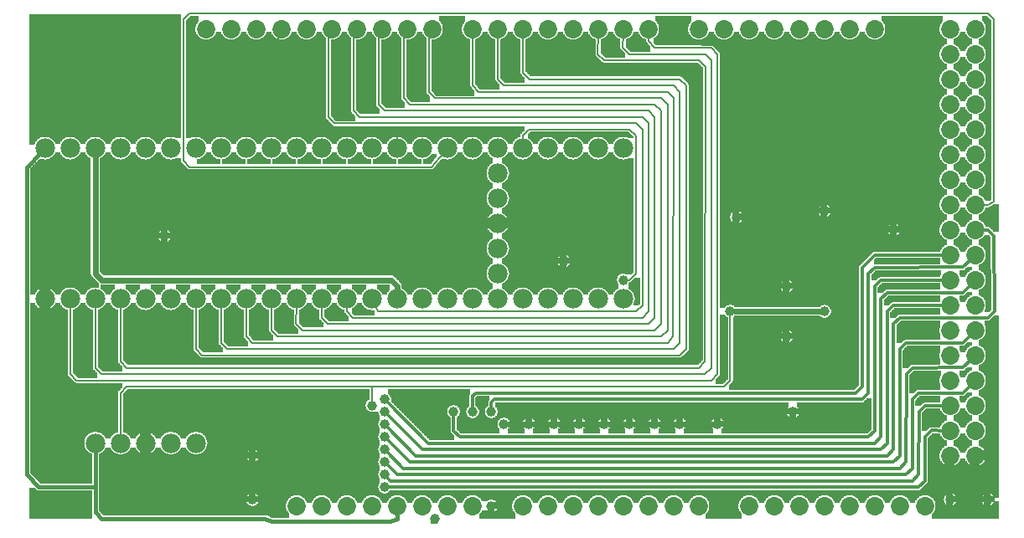
<source format=gbl>
G04 MADE WITH FRITZING*
G04 WWW.FRITZING.ORG*
G04 DOUBLE SIDED*
G04 HOLES PLATED*
G04 CONTOUR ON CENTER OF CONTOUR VECTOR*
%ASAXBY*%
%FSLAX23Y23*%
%MOIN*%
%OFA0B0*%
%SFA1.0B1.0*%
%ADD10C,0.075000*%
%ADD11C,0.039370*%
%ADD12C,0.072917*%
%ADD13C,0.078000*%
%ADD14C,0.012000*%
%ADD15C,0.008000*%
%ADD16C,0.016000*%
%ADD17C,0.024000*%
%LNCOPPER0*%
G90*
G70*
G54D10*
X119Y1971D03*
X744Y1871D03*
X1701Y1921D03*
X402Y1359D03*
X1998Y1392D03*
X115Y1390D03*
X116Y792D03*
X2091Y1866D03*
X2848Y1868D03*
X1636Y434D03*
X109Y97D03*
X493Y485D03*
G54D11*
X1877Y467D03*
X2777Y417D03*
X577Y1167D03*
X1452Y367D03*
X2402Y992D03*
X3202Y867D03*
X1452Y517D03*
X1452Y467D03*
X1452Y417D03*
X1452Y317D03*
X1402Y492D03*
X1452Y267D03*
X1452Y217D03*
X1452Y167D03*
X2852Y1242D03*
X3202Y1267D03*
X2027Y417D03*
X1927Y417D03*
X2127Y417D03*
X2227Y417D03*
X2327Y417D03*
X2427Y417D03*
X2527Y417D03*
X2627Y417D03*
X1727Y467D03*
X1802Y467D03*
X3052Y767D03*
X3077Y467D03*
X3052Y967D03*
X3702Y117D03*
X3852Y117D03*
X2165Y1067D03*
X927Y117D03*
X927Y292D03*
X1877Y92D03*
X3477Y1192D03*
X2827Y867D03*
G54D12*
X3002Y92D03*
X1402Y92D03*
X3102Y92D03*
X3202Y92D03*
X3302Y92D03*
X3402Y92D03*
X3702Y1492D03*
X3502Y92D03*
X3602Y92D03*
X1442Y1992D03*
X2002Y92D03*
X2102Y92D03*
X2202Y92D03*
X2302Y92D03*
X3702Y692D03*
X2402Y92D03*
X2502Y92D03*
X2602Y92D03*
X2702Y92D03*
X2202Y1992D03*
X3702Y1892D03*
X3702Y1092D03*
X3702Y292D03*
X1042Y1992D03*
X1802Y92D03*
X1802Y1992D03*
X3702Y1692D03*
X3702Y1292D03*
X3702Y892D03*
X3402Y1992D03*
X3702Y492D03*
X3302Y1992D03*
X3202Y1992D03*
X3102Y1992D03*
X3002Y1992D03*
X2902Y1992D03*
X2802Y1992D03*
X2702Y1992D03*
X842Y1992D03*
X1242Y1992D03*
X1642Y1992D03*
X1202Y92D03*
X1602Y92D03*
X2402Y1992D03*
X2002Y1992D03*
X3702Y1992D03*
X3702Y1792D03*
X3702Y1592D03*
X3702Y1392D03*
X3702Y1192D03*
X3702Y992D03*
X3702Y792D03*
X3702Y592D03*
X3702Y392D03*
X742Y1992D03*
X942Y1992D03*
X1142Y1992D03*
X1342Y1992D03*
X1542Y1992D03*
X1102Y92D03*
X1302Y92D03*
X1502Y92D03*
X1702Y92D03*
X2502Y1992D03*
X2302Y1992D03*
X2102Y1992D03*
X1902Y1992D03*
X3802Y1992D03*
X3802Y1892D03*
X3802Y1792D03*
X3802Y1692D03*
X3802Y1592D03*
X3802Y1492D03*
X3802Y1392D03*
X3802Y1292D03*
X3802Y1192D03*
X3802Y1092D03*
X3802Y992D03*
X3802Y892D03*
X3802Y792D03*
X3802Y692D03*
X3802Y592D03*
X3802Y492D03*
X3802Y392D03*
X3802Y292D03*
X2902Y92D03*
G54D13*
X2402Y1517D03*
X2302Y1517D03*
X2202Y1517D03*
X2102Y1517D03*
X2002Y1517D03*
X1902Y1517D03*
X1802Y1517D03*
X1702Y1517D03*
X1602Y1517D03*
X1502Y1517D03*
X1402Y1517D03*
X1302Y1517D03*
X1202Y1517D03*
X1102Y1517D03*
X1002Y1517D03*
X902Y1517D03*
X802Y1517D03*
X702Y1517D03*
X602Y1517D03*
X502Y1517D03*
X402Y1517D03*
X302Y1517D03*
X202Y1517D03*
X102Y1517D03*
X302Y342D03*
X402Y342D03*
X502Y342D03*
X602Y342D03*
X702Y342D03*
X102Y917D03*
X202Y917D03*
X302Y917D03*
X402Y917D03*
X502Y917D03*
X602Y917D03*
X702Y917D03*
X802Y917D03*
X902Y917D03*
X1002Y917D03*
X1102Y917D03*
X1202Y917D03*
X1302Y917D03*
X1402Y917D03*
X1502Y917D03*
X1602Y917D03*
X1702Y917D03*
X1802Y917D03*
X1902Y917D03*
X2002Y917D03*
X2102Y917D03*
X2202Y917D03*
X2302Y917D03*
X2402Y917D03*
X1902Y1417D03*
X1902Y1317D03*
X1902Y1217D03*
X1902Y1117D03*
X1902Y1017D03*
G54D11*
X1652Y42D03*
G54D14*
X1802Y529D02*
X1815Y541D01*
D02*
X3402Y1092D02*
X3677Y1092D01*
D02*
X3352Y1042D02*
X3402Y1092D01*
D02*
X3352Y567D02*
X3352Y1042D01*
D02*
X1815Y541D02*
X3327Y542D01*
D02*
X3327Y542D02*
X3352Y567D01*
D02*
X1802Y480D02*
X1802Y529D01*
G54D15*
D02*
X427Y567D02*
X403Y542D01*
D02*
X1403Y567D02*
X427Y567D01*
D02*
X403Y542D02*
X402Y366D01*
D02*
X1402Y505D02*
X1403Y567D01*
G54D16*
D02*
X302Y317D02*
X302Y167D01*
G54D17*
D02*
X1478Y992D02*
X1503Y967D01*
D02*
X327Y992D02*
X1478Y992D01*
D02*
X303Y1016D02*
X327Y992D01*
D02*
X1503Y967D02*
X1503Y947D01*
D02*
X302Y1487D02*
X303Y1016D01*
D02*
X2646Y417D02*
X2758Y417D01*
G54D14*
D02*
X1552Y267D02*
X3477Y267D01*
D02*
X3477Y267D02*
X3503Y292D01*
D02*
X3503Y292D02*
X3503Y716D01*
D02*
X3503Y716D02*
X3527Y741D01*
D02*
X3527Y741D02*
X3752Y741D01*
D02*
X3752Y741D02*
X3785Y774D01*
D02*
X1462Y357D02*
X1552Y267D01*
G54D15*
D02*
X2003Y1567D02*
X2027Y1592D01*
D02*
X2027Y1592D02*
X2427Y1592D01*
D02*
X2427Y1592D02*
X2452Y1567D01*
D02*
X2452Y1567D02*
X2452Y1017D01*
D02*
X2452Y1017D02*
X2427Y992D01*
D02*
X2427Y992D02*
X2416Y992D01*
D02*
X2002Y1541D02*
X2003Y1567D01*
D02*
X1028Y1617D02*
X1028Y1967D01*
D02*
X1028Y1967D02*
X1030Y1970D01*
D02*
X1052Y1591D02*
X1028Y1617D01*
D02*
X1476Y1591D02*
X1052Y1591D01*
D02*
X1502Y1567D02*
X1476Y1591D01*
D02*
X1502Y1541D02*
X1502Y1567D01*
D02*
X2752Y591D02*
X2777Y616D01*
D02*
X227Y591D02*
X2752Y591D01*
D02*
X2752Y1916D02*
X2526Y1918D01*
D02*
X2526Y1918D02*
X2504Y1943D01*
D02*
X2504Y1943D02*
X2503Y1967D01*
D02*
X2777Y1891D02*
X2752Y1916D01*
D02*
X2777Y616D02*
X2777Y1891D01*
D02*
X203Y616D02*
X227Y591D01*
D02*
X202Y892D02*
X203Y616D01*
D02*
X2727Y616D02*
X2752Y642D01*
D02*
X327Y616D02*
X2727Y616D01*
D02*
X2728Y1891D02*
X2426Y1892D01*
D02*
X2426Y1892D02*
X2401Y1918D01*
D02*
X2401Y1918D02*
X2402Y1967D01*
D02*
X2752Y1867D02*
X2728Y1891D01*
D02*
X2752Y642D02*
X2752Y1867D01*
D02*
X302Y642D02*
X327Y616D01*
D02*
X302Y892D02*
X302Y642D01*
D02*
X1252Y1616D02*
X1228Y1642D01*
D02*
X1228Y1967D02*
X1230Y1970D01*
D02*
X2452Y1616D02*
X1252Y1616D01*
D02*
X2478Y1592D02*
X2452Y1616D01*
D02*
X2478Y892D02*
X2478Y1592D01*
D02*
X2452Y867D02*
X2478Y892D01*
D02*
X1228Y1642D02*
X1228Y1967D01*
D02*
X1427Y867D02*
X2452Y867D01*
D02*
X1413Y895D02*
X1427Y867D01*
D02*
X1352Y1642D02*
X1328Y1667D01*
D02*
X1328Y1967D02*
X1330Y1970D01*
D02*
X2478Y1641D02*
X1352Y1642D01*
D02*
X2503Y1616D02*
X2478Y1641D01*
D02*
X2503Y867D02*
X2503Y1616D01*
D02*
X2478Y841D02*
X2503Y867D01*
D02*
X1327Y841D02*
X2478Y841D01*
D02*
X1328Y1667D02*
X1328Y1967D01*
D02*
X1303Y867D02*
X1327Y841D01*
D02*
X1303Y892D02*
X1303Y867D01*
D02*
X1452Y1667D02*
X1428Y1691D01*
D02*
X1428Y1967D02*
X1430Y1970D01*
D02*
X1428Y1691D02*
X1428Y1967D01*
D02*
X2503Y1667D02*
X1452Y1667D01*
D02*
X2527Y1641D02*
X2503Y1667D01*
D02*
X2503Y816D02*
X2527Y841D01*
D02*
X1227Y816D02*
X2503Y816D01*
D02*
X2527Y841D02*
X2527Y1641D01*
D02*
X1203Y841D02*
X1227Y816D01*
D02*
X1202Y892D02*
X1203Y841D01*
D02*
X1552Y1691D02*
X1528Y1718D01*
D02*
X1528Y1967D02*
X1530Y1970D01*
D02*
X2527Y792D02*
X2552Y816D01*
D02*
X1127Y792D02*
X2527Y792D01*
D02*
X1528Y1718D02*
X1528Y1967D01*
D02*
X2527Y1692D02*
X1552Y1691D01*
D02*
X2552Y1667D02*
X2527Y1692D01*
D02*
X2552Y816D02*
X2552Y1667D01*
D02*
X1101Y816D02*
X1127Y792D01*
D02*
X1102Y892D02*
X1101Y816D01*
D02*
X1652Y1716D02*
X1628Y1742D01*
D02*
X1628Y1967D02*
X1630Y1970D01*
D02*
X2552Y767D02*
X2578Y792D01*
D02*
X1027Y767D02*
X2552Y767D01*
D02*
X1628Y1742D02*
X1628Y1967D01*
D02*
X2552Y1716D02*
X1652Y1716D01*
D02*
X2578Y1692D02*
X2552Y1716D01*
D02*
X2578Y792D02*
X2578Y1692D01*
D02*
X1003Y792D02*
X1027Y767D01*
D02*
X1002Y892D02*
X1003Y792D01*
D02*
X1826Y1741D02*
X1804Y1767D01*
D02*
X2578Y741D02*
X2601Y767D01*
D02*
X927Y741D02*
X2578Y741D01*
D02*
X1804Y1767D02*
X1802Y1967D01*
D02*
X2578Y1741D02*
X1826Y1741D01*
D02*
X2603Y1717D02*
X2578Y1741D01*
D02*
X2601Y767D02*
X2603Y1717D01*
D02*
X903Y767D02*
X927Y741D01*
D02*
X902Y892D02*
X903Y767D01*
D02*
X1926Y1767D02*
X1903Y1792D01*
D02*
X2603Y716D02*
X2627Y741D01*
D02*
X827Y717D02*
X2603Y716D01*
D02*
X1903Y1792D02*
X1902Y1967D01*
D02*
X2603Y1767D02*
X1926Y1767D01*
D02*
X2627Y1741D02*
X2603Y1767D01*
D02*
X2627Y741D02*
X2627Y1741D01*
D02*
X803Y741D02*
X827Y717D01*
D02*
X802Y892D02*
X803Y741D01*
D02*
X2627Y692D02*
X2652Y716D01*
D02*
X727Y692D02*
X2627Y692D01*
D02*
X2003Y1818D02*
X2002Y1967D01*
D02*
X2029Y1792D02*
X2003Y1818D01*
D02*
X2627Y1792D02*
X2029Y1792D01*
D02*
X2652Y1767D02*
X2627Y1792D01*
D02*
X2652Y716D02*
X2652Y1767D01*
D02*
X703Y716D02*
X727Y692D01*
D02*
X702Y892D02*
X703Y716D01*
D02*
X403Y667D02*
X402Y892D01*
D02*
X2702Y642D02*
X427Y642D01*
D02*
X427Y642D02*
X403Y667D01*
D02*
X2327Y1866D02*
X2703Y1867D01*
D02*
X2703Y1867D02*
X2728Y1842D01*
D02*
X2301Y1892D02*
X2327Y1866D01*
D02*
X2728Y1842D02*
X2727Y667D01*
D02*
X2727Y667D02*
X2702Y642D01*
D02*
X2302Y1967D02*
X2301Y1892D01*
G54D17*
D02*
X2846Y867D02*
X3183Y867D01*
G54D15*
D02*
X2827Y591D02*
X2802Y567D01*
D02*
X2802Y567D02*
X1403Y567D01*
D02*
X2827Y853D02*
X2827Y591D01*
G54D17*
D02*
X2008Y417D02*
X1946Y417D01*
G54D14*
D02*
X3602Y192D02*
X3602Y367D01*
D02*
X3628Y393D02*
X3677Y392D01*
D02*
X3602Y367D02*
X3628Y393D01*
D02*
X3577Y167D02*
X3602Y192D01*
D02*
X1466Y167D02*
X3577Y167D01*
D02*
X3577Y217D02*
X3578Y467D01*
D02*
X3578Y467D02*
X3602Y491D01*
D02*
X3602Y491D02*
X3677Y491D01*
D02*
X1477Y191D02*
X3552Y192D01*
D02*
X3552Y192D02*
X3577Y217D01*
D02*
X1461Y207D02*
X1477Y191D01*
D02*
X3552Y242D02*
X3552Y516D01*
D02*
X3577Y542D02*
X3752Y541D01*
D02*
X3552Y516D02*
X3577Y542D01*
D02*
X3752Y541D02*
X3785Y574D01*
D02*
X3527Y217D02*
X3552Y242D01*
D02*
X1503Y216D02*
X3527Y217D01*
D02*
X1462Y257D02*
X1503Y216D01*
D02*
X3527Y267D02*
X3528Y616D01*
D02*
X3552Y642D02*
X3752Y643D01*
D02*
X3528Y616D02*
X3552Y642D01*
D02*
X3752Y643D02*
X3785Y674D01*
D02*
X3502Y242D02*
X3527Y267D01*
D02*
X1527Y241D02*
X3502Y242D01*
D02*
X1462Y307D02*
X1527Y241D01*
G54D17*
D02*
X2108Y417D02*
X2046Y417D01*
D02*
X2146Y417D02*
X2208Y417D01*
D02*
X2246Y417D02*
X2308Y417D01*
D02*
X2346Y417D02*
X2408Y417D01*
D02*
X2546Y417D02*
X2608Y417D01*
D02*
X2446Y417D02*
X2508Y417D01*
G54D14*
D02*
X3477Y316D02*
X3477Y816D01*
D02*
X3503Y842D02*
X3852Y841D01*
D02*
X3477Y816D02*
X3503Y842D01*
D02*
X3852Y1191D02*
X3827Y1191D01*
D02*
X3878Y867D02*
X3876Y1167D01*
D02*
X3876Y1167D02*
X3852Y1191D01*
D02*
X3852Y841D02*
X3878Y867D01*
D02*
X3452Y291D02*
X3477Y316D01*
D02*
X1577Y292D02*
X3452Y291D01*
D02*
X1462Y407D02*
X1577Y292D01*
D02*
X3452Y342D02*
X3452Y867D01*
D02*
X3477Y891D02*
X3677Y892D01*
D02*
X3452Y867D02*
X3477Y891D01*
D02*
X3427Y316D02*
X3452Y342D01*
D02*
X1602Y316D02*
X3427Y316D01*
D02*
X1462Y457D02*
X1602Y316D01*
D02*
X3427Y367D02*
X3427Y916D01*
D02*
X3452Y942D02*
X3752Y941D01*
D02*
X3427Y916D02*
X3452Y942D01*
D02*
X3752Y941D02*
X3785Y974D01*
D02*
X3403Y342D02*
X3427Y367D01*
D02*
X1627Y341D02*
X3403Y342D01*
D02*
X1462Y507D02*
X1627Y341D01*
D02*
X3402Y391D02*
X3403Y967D01*
D02*
X3427Y991D02*
X3677Y992D01*
D02*
X1727Y391D02*
X1752Y367D01*
D02*
X3403Y967D02*
X3427Y991D01*
D02*
X3377Y367D02*
X3402Y391D01*
D02*
X1752Y367D02*
X3377Y367D01*
D02*
X1727Y453D02*
X1727Y391D01*
D02*
X3352Y516D02*
X3377Y542D01*
D02*
X3402Y1042D02*
X3752Y1043D01*
D02*
X1877Y504D02*
X1890Y517D01*
D02*
X1890Y517D02*
X3352Y516D01*
D02*
X1877Y480D02*
X1877Y504D01*
D02*
X3377Y1016D02*
X3402Y1042D01*
D02*
X3752Y1043D02*
X3785Y1074D01*
D02*
X3377Y542D02*
X3377Y1016D01*
G54D16*
D02*
X28Y1442D02*
X85Y1499D01*
D02*
X28Y216D02*
X28Y1442D01*
D02*
X77Y167D02*
X28Y216D01*
D02*
X302Y167D02*
X77Y167D01*
D02*
X1502Y42D02*
X1477Y29D01*
D02*
X1502Y67D02*
X1502Y42D01*
D02*
X1002Y29D02*
X977Y42D01*
D02*
X977Y42D02*
X327Y42D01*
D02*
X327Y42D02*
X302Y67D01*
D02*
X302Y67D02*
X302Y167D01*
D02*
X1477Y29D02*
X1002Y29D01*
G54D15*
D02*
X652Y1467D02*
X652Y2029D01*
D02*
X652Y2029D02*
X677Y2053D01*
D02*
X1639Y1442D02*
X677Y1442D01*
D02*
X677Y2053D02*
X3852Y2053D01*
D02*
X3852Y2053D02*
X3877Y2029D01*
D02*
X1686Y1498D02*
X1639Y1442D01*
D02*
X677Y1442D02*
X652Y1467D01*
D02*
X3852Y1291D02*
X3827Y1291D01*
D02*
X3877Y2029D02*
X3877Y1304D01*
D02*
X3877Y1304D02*
X3852Y1291D01*
G36*
X40Y2049D02*
X40Y1561D01*
X614Y1561D01*
X614Y1559D01*
X620Y1559D01*
X620Y1557D01*
X642Y1557D01*
X642Y2049D01*
X40Y2049D01*
G37*
D02*
G36*
X40Y1561D02*
X40Y1529D01*
X60Y1529D01*
X60Y1535D01*
X62Y1535D01*
X62Y1539D01*
X64Y1539D01*
X64Y1543D01*
X66Y1543D01*
X66Y1545D01*
X68Y1545D01*
X68Y1547D01*
X70Y1547D01*
X70Y1549D01*
X72Y1549D01*
X72Y1551D01*
X74Y1551D01*
X74Y1553D01*
X78Y1553D01*
X78Y1555D01*
X80Y1555D01*
X80Y1557D01*
X84Y1557D01*
X84Y1559D01*
X90Y1559D01*
X90Y1561D01*
X40Y1561D01*
G37*
D02*
G36*
X114Y1561D02*
X114Y1559D01*
X120Y1559D01*
X120Y1557D01*
X124Y1557D01*
X124Y1555D01*
X128Y1555D01*
X128Y1553D01*
X130Y1553D01*
X130Y1551D01*
X132Y1551D01*
X132Y1549D01*
X134Y1549D01*
X134Y1547D01*
X136Y1547D01*
X136Y1545D01*
X138Y1545D01*
X138Y1543D01*
X140Y1543D01*
X140Y1539D01*
X142Y1539D01*
X142Y1535D01*
X162Y1535D01*
X162Y1539D01*
X164Y1539D01*
X164Y1543D01*
X166Y1543D01*
X166Y1545D01*
X168Y1545D01*
X168Y1547D01*
X170Y1547D01*
X170Y1549D01*
X172Y1549D01*
X172Y1551D01*
X174Y1551D01*
X174Y1553D01*
X178Y1553D01*
X178Y1555D01*
X180Y1555D01*
X180Y1557D01*
X184Y1557D01*
X184Y1559D01*
X190Y1559D01*
X190Y1561D01*
X114Y1561D01*
G37*
D02*
G36*
X214Y1561D02*
X214Y1559D01*
X220Y1559D01*
X220Y1557D01*
X224Y1557D01*
X224Y1555D01*
X228Y1555D01*
X228Y1553D01*
X230Y1553D01*
X230Y1551D01*
X232Y1551D01*
X232Y1549D01*
X234Y1549D01*
X234Y1547D01*
X236Y1547D01*
X236Y1545D01*
X238Y1545D01*
X238Y1543D01*
X240Y1543D01*
X240Y1539D01*
X242Y1539D01*
X242Y1535D01*
X262Y1535D01*
X262Y1539D01*
X264Y1539D01*
X264Y1543D01*
X266Y1543D01*
X266Y1545D01*
X268Y1545D01*
X268Y1547D01*
X270Y1547D01*
X270Y1549D01*
X272Y1549D01*
X272Y1551D01*
X274Y1551D01*
X274Y1553D01*
X278Y1553D01*
X278Y1555D01*
X280Y1555D01*
X280Y1557D01*
X284Y1557D01*
X284Y1559D01*
X290Y1559D01*
X290Y1561D01*
X214Y1561D01*
G37*
D02*
G36*
X314Y1561D02*
X314Y1559D01*
X320Y1559D01*
X320Y1557D01*
X324Y1557D01*
X324Y1555D01*
X328Y1555D01*
X328Y1553D01*
X330Y1553D01*
X330Y1551D01*
X332Y1551D01*
X332Y1549D01*
X334Y1549D01*
X334Y1547D01*
X336Y1547D01*
X336Y1545D01*
X338Y1545D01*
X338Y1543D01*
X340Y1543D01*
X340Y1539D01*
X342Y1539D01*
X342Y1535D01*
X362Y1535D01*
X362Y1539D01*
X364Y1539D01*
X364Y1543D01*
X366Y1543D01*
X366Y1545D01*
X368Y1545D01*
X368Y1547D01*
X370Y1547D01*
X370Y1549D01*
X372Y1549D01*
X372Y1551D01*
X374Y1551D01*
X374Y1553D01*
X378Y1553D01*
X378Y1555D01*
X380Y1555D01*
X380Y1557D01*
X384Y1557D01*
X384Y1559D01*
X390Y1559D01*
X390Y1561D01*
X314Y1561D01*
G37*
D02*
G36*
X414Y1561D02*
X414Y1559D01*
X420Y1559D01*
X420Y1557D01*
X424Y1557D01*
X424Y1555D01*
X428Y1555D01*
X428Y1553D01*
X430Y1553D01*
X430Y1551D01*
X432Y1551D01*
X432Y1549D01*
X434Y1549D01*
X434Y1547D01*
X436Y1547D01*
X436Y1545D01*
X438Y1545D01*
X438Y1543D01*
X440Y1543D01*
X440Y1539D01*
X442Y1539D01*
X442Y1535D01*
X462Y1535D01*
X462Y1539D01*
X464Y1539D01*
X464Y1543D01*
X466Y1543D01*
X466Y1545D01*
X468Y1545D01*
X468Y1547D01*
X470Y1547D01*
X470Y1549D01*
X472Y1549D01*
X472Y1551D01*
X474Y1551D01*
X474Y1553D01*
X478Y1553D01*
X478Y1555D01*
X480Y1555D01*
X480Y1557D01*
X484Y1557D01*
X484Y1559D01*
X490Y1559D01*
X490Y1561D01*
X414Y1561D01*
G37*
D02*
G36*
X514Y1561D02*
X514Y1559D01*
X520Y1559D01*
X520Y1557D01*
X524Y1557D01*
X524Y1555D01*
X528Y1555D01*
X528Y1553D01*
X530Y1553D01*
X530Y1551D01*
X532Y1551D01*
X532Y1549D01*
X534Y1549D01*
X534Y1547D01*
X536Y1547D01*
X536Y1545D01*
X538Y1545D01*
X538Y1543D01*
X540Y1543D01*
X540Y1539D01*
X542Y1539D01*
X542Y1535D01*
X562Y1535D01*
X562Y1539D01*
X564Y1539D01*
X564Y1543D01*
X566Y1543D01*
X566Y1545D01*
X568Y1545D01*
X568Y1547D01*
X570Y1547D01*
X570Y1549D01*
X572Y1549D01*
X572Y1551D01*
X574Y1551D01*
X574Y1553D01*
X578Y1553D01*
X578Y1555D01*
X580Y1555D01*
X580Y1557D01*
X584Y1557D01*
X584Y1559D01*
X590Y1559D01*
X590Y1561D01*
X514Y1561D01*
G37*
D02*
G36*
X680Y2043D02*
X680Y2041D01*
X678Y2041D01*
X678Y2039D01*
X676Y2039D01*
X676Y2037D01*
X674Y2037D01*
X674Y2035D01*
X672Y2035D01*
X672Y2033D01*
X670Y2033D01*
X670Y2031D01*
X668Y2031D01*
X668Y2029D01*
X666Y2029D01*
X666Y2027D01*
X664Y2027D01*
X664Y2025D01*
X662Y2025D01*
X662Y1949D01*
X736Y1949D01*
X736Y1951D01*
X728Y1951D01*
X728Y1953D01*
X724Y1953D01*
X724Y1955D01*
X720Y1955D01*
X720Y1957D01*
X716Y1957D01*
X716Y1959D01*
X714Y1959D01*
X714Y1961D01*
X712Y1961D01*
X712Y1963D01*
X710Y1963D01*
X710Y1965D01*
X708Y1965D01*
X708Y1969D01*
X706Y1969D01*
X706Y1971D01*
X704Y1971D01*
X704Y1975D01*
X702Y1975D01*
X702Y1981D01*
X700Y1981D01*
X700Y2001D01*
X702Y2001D01*
X702Y2009D01*
X704Y2009D01*
X704Y2011D01*
X706Y2011D01*
X706Y2015D01*
X708Y2015D01*
X708Y2019D01*
X710Y2019D01*
X710Y2021D01*
X712Y2021D01*
X712Y2023D01*
X714Y2023D01*
X714Y2043D01*
X680Y2043D01*
G37*
D02*
G36*
X782Y1981D02*
X782Y1975D01*
X780Y1975D01*
X780Y1971D01*
X778Y1971D01*
X778Y1967D01*
X776Y1967D01*
X776Y1965D01*
X774Y1965D01*
X774Y1963D01*
X772Y1963D01*
X772Y1961D01*
X770Y1961D01*
X770Y1959D01*
X768Y1959D01*
X768Y1957D01*
X764Y1957D01*
X764Y1955D01*
X762Y1955D01*
X762Y1953D01*
X756Y1953D01*
X756Y1951D01*
X750Y1951D01*
X750Y1949D01*
X836Y1949D01*
X836Y1951D01*
X828Y1951D01*
X828Y1953D01*
X824Y1953D01*
X824Y1955D01*
X820Y1955D01*
X820Y1957D01*
X816Y1957D01*
X816Y1959D01*
X814Y1959D01*
X814Y1961D01*
X812Y1961D01*
X812Y1963D01*
X810Y1963D01*
X810Y1965D01*
X808Y1965D01*
X808Y1969D01*
X806Y1969D01*
X806Y1971D01*
X804Y1971D01*
X804Y1975D01*
X802Y1975D01*
X802Y1981D01*
X782Y1981D01*
G37*
D02*
G36*
X882Y1981D02*
X882Y1975D01*
X880Y1975D01*
X880Y1971D01*
X878Y1971D01*
X878Y1967D01*
X876Y1967D01*
X876Y1965D01*
X874Y1965D01*
X874Y1963D01*
X872Y1963D01*
X872Y1961D01*
X870Y1961D01*
X870Y1959D01*
X868Y1959D01*
X868Y1957D01*
X864Y1957D01*
X864Y1955D01*
X862Y1955D01*
X862Y1953D01*
X856Y1953D01*
X856Y1951D01*
X850Y1951D01*
X850Y1949D01*
X936Y1949D01*
X936Y1951D01*
X928Y1951D01*
X928Y1953D01*
X924Y1953D01*
X924Y1955D01*
X920Y1955D01*
X920Y1957D01*
X916Y1957D01*
X916Y1959D01*
X914Y1959D01*
X914Y1961D01*
X912Y1961D01*
X912Y1963D01*
X910Y1963D01*
X910Y1965D01*
X908Y1965D01*
X908Y1969D01*
X906Y1969D01*
X906Y1971D01*
X904Y1971D01*
X904Y1975D01*
X902Y1975D01*
X902Y1981D01*
X882Y1981D01*
G37*
D02*
G36*
X982Y1981D02*
X982Y1975D01*
X980Y1975D01*
X980Y1971D01*
X978Y1971D01*
X978Y1967D01*
X976Y1967D01*
X976Y1965D01*
X974Y1965D01*
X974Y1963D01*
X972Y1963D01*
X972Y1961D01*
X970Y1961D01*
X970Y1959D01*
X968Y1959D01*
X968Y1957D01*
X964Y1957D01*
X964Y1955D01*
X962Y1955D01*
X962Y1953D01*
X956Y1953D01*
X956Y1951D01*
X950Y1951D01*
X950Y1949D01*
X1036Y1949D01*
X1036Y1951D01*
X1028Y1951D01*
X1028Y1953D01*
X1024Y1953D01*
X1024Y1955D01*
X1020Y1955D01*
X1020Y1957D01*
X1016Y1957D01*
X1016Y1959D01*
X1014Y1959D01*
X1014Y1961D01*
X1012Y1961D01*
X1012Y1963D01*
X1010Y1963D01*
X1010Y1965D01*
X1008Y1965D01*
X1008Y1969D01*
X1006Y1969D01*
X1006Y1971D01*
X1004Y1971D01*
X1004Y1975D01*
X1002Y1975D01*
X1002Y1981D01*
X982Y1981D01*
G37*
D02*
G36*
X1082Y1981D02*
X1082Y1975D01*
X1080Y1975D01*
X1080Y1971D01*
X1078Y1971D01*
X1078Y1967D01*
X1076Y1967D01*
X1076Y1965D01*
X1074Y1965D01*
X1074Y1963D01*
X1072Y1963D01*
X1072Y1961D01*
X1070Y1961D01*
X1070Y1959D01*
X1068Y1959D01*
X1068Y1957D01*
X1064Y1957D01*
X1064Y1955D01*
X1062Y1955D01*
X1062Y1953D01*
X1056Y1953D01*
X1056Y1951D01*
X1050Y1951D01*
X1050Y1949D01*
X1136Y1949D01*
X1136Y1951D01*
X1128Y1951D01*
X1128Y1953D01*
X1124Y1953D01*
X1124Y1955D01*
X1120Y1955D01*
X1120Y1957D01*
X1116Y1957D01*
X1116Y1959D01*
X1114Y1959D01*
X1114Y1961D01*
X1112Y1961D01*
X1112Y1963D01*
X1110Y1963D01*
X1110Y1965D01*
X1108Y1965D01*
X1108Y1969D01*
X1106Y1969D01*
X1106Y1971D01*
X1104Y1971D01*
X1104Y1975D01*
X1102Y1975D01*
X1102Y1981D01*
X1082Y1981D01*
G37*
D02*
G36*
X1182Y1981D02*
X1182Y1975D01*
X1180Y1975D01*
X1180Y1971D01*
X1178Y1971D01*
X1178Y1967D01*
X1176Y1967D01*
X1176Y1965D01*
X1174Y1965D01*
X1174Y1963D01*
X1172Y1963D01*
X1172Y1961D01*
X1170Y1961D01*
X1170Y1959D01*
X1168Y1959D01*
X1168Y1957D01*
X1164Y1957D01*
X1164Y1955D01*
X1162Y1955D01*
X1162Y1953D01*
X1156Y1953D01*
X1156Y1951D01*
X1150Y1951D01*
X1150Y1949D01*
X1218Y1949D01*
X1218Y1957D01*
X1216Y1957D01*
X1216Y1959D01*
X1214Y1959D01*
X1214Y1961D01*
X1212Y1961D01*
X1212Y1963D01*
X1210Y1963D01*
X1210Y1965D01*
X1208Y1965D01*
X1208Y1969D01*
X1206Y1969D01*
X1206Y1971D01*
X1204Y1971D01*
X1204Y1975D01*
X1202Y1975D01*
X1202Y1981D01*
X1182Y1981D01*
G37*
D02*
G36*
X662Y1949D02*
X662Y1947D01*
X1218Y1947D01*
X1218Y1949D01*
X662Y1949D01*
G37*
D02*
G36*
X662Y1949D02*
X662Y1947D01*
X1218Y1947D01*
X1218Y1949D01*
X662Y1949D01*
G37*
D02*
G36*
X662Y1949D02*
X662Y1947D01*
X1218Y1947D01*
X1218Y1949D01*
X662Y1949D01*
G37*
D02*
G36*
X662Y1949D02*
X662Y1947D01*
X1218Y1947D01*
X1218Y1949D01*
X662Y1949D01*
G37*
D02*
G36*
X662Y1949D02*
X662Y1947D01*
X1218Y1947D01*
X1218Y1949D01*
X662Y1949D01*
G37*
D02*
G36*
X662Y1949D02*
X662Y1947D01*
X1218Y1947D01*
X1218Y1949D01*
X662Y1949D01*
G37*
D02*
G36*
X662Y1947D02*
X662Y1561D01*
X1914Y1561D01*
X1914Y1559D01*
X1920Y1559D01*
X1920Y1557D01*
X1924Y1557D01*
X1924Y1555D01*
X1928Y1555D01*
X1928Y1553D01*
X1930Y1553D01*
X1930Y1551D01*
X1932Y1551D01*
X1932Y1549D01*
X1934Y1549D01*
X1934Y1547D01*
X1936Y1547D01*
X1936Y1545D01*
X1938Y1545D01*
X1938Y1543D01*
X1940Y1543D01*
X1940Y1539D01*
X1942Y1539D01*
X1942Y1535D01*
X1962Y1535D01*
X1962Y1539D01*
X1964Y1539D01*
X1964Y1543D01*
X1966Y1543D01*
X1966Y1545D01*
X1968Y1545D01*
X1968Y1547D01*
X1970Y1547D01*
X1970Y1549D01*
X1972Y1549D01*
X1972Y1551D01*
X1974Y1551D01*
X1974Y1553D01*
X1978Y1553D01*
X1978Y1555D01*
X1980Y1555D01*
X1980Y1557D01*
X1984Y1557D01*
X1984Y1559D01*
X1990Y1559D01*
X1990Y1561D01*
X1992Y1561D01*
X1992Y1569D01*
X1994Y1569D01*
X1994Y1573D01*
X1996Y1573D01*
X1996Y1575D01*
X1998Y1575D01*
X1998Y1577D01*
X2000Y1577D01*
X2000Y1579D01*
X2002Y1579D01*
X2002Y1581D01*
X2004Y1581D01*
X2004Y1583D01*
X2006Y1583D01*
X2006Y1585D01*
X2008Y1585D01*
X2008Y1605D01*
X1250Y1605D01*
X1250Y1607D01*
X1246Y1607D01*
X1246Y1609D01*
X1244Y1609D01*
X1244Y1611D01*
X1242Y1611D01*
X1242Y1613D01*
X1240Y1613D01*
X1240Y1615D01*
X1238Y1615D01*
X1238Y1617D01*
X1236Y1617D01*
X1236Y1619D01*
X1234Y1619D01*
X1234Y1621D01*
X1232Y1621D01*
X1232Y1623D01*
X1230Y1623D01*
X1230Y1627D01*
X1228Y1627D01*
X1228Y1629D01*
X1226Y1629D01*
X1226Y1631D01*
X1224Y1631D01*
X1224Y1633D01*
X1222Y1633D01*
X1222Y1635D01*
X1220Y1635D01*
X1220Y1637D01*
X1218Y1637D01*
X1218Y1947D01*
X662Y1947D01*
G37*
D02*
G36*
X662Y1561D02*
X662Y1557D01*
X684Y1557D01*
X684Y1559D01*
X690Y1559D01*
X690Y1561D01*
X662Y1561D01*
G37*
D02*
G36*
X714Y1561D02*
X714Y1559D01*
X720Y1559D01*
X720Y1557D01*
X724Y1557D01*
X724Y1555D01*
X728Y1555D01*
X728Y1553D01*
X730Y1553D01*
X730Y1551D01*
X732Y1551D01*
X732Y1549D01*
X734Y1549D01*
X734Y1547D01*
X736Y1547D01*
X736Y1545D01*
X738Y1545D01*
X738Y1543D01*
X740Y1543D01*
X740Y1539D01*
X742Y1539D01*
X742Y1535D01*
X762Y1535D01*
X762Y1539D01*
X764Y1539D01*
X764Y1543D01*
X766Y1543D01*
X766Y1545D01*
X768Y1545D01*
X768Y1547D01*
X770Y1547D01*
X770Y1549D01*
X772Y1549D01*
X772Y1551D01*
X774Y1551D01*
X774Y1553D01*
X778Y1553D01*
X778Y1555D01*
X780Y1555D01*
X780Y1557D01*
X784Y1557D01*
X784Y1559D01*
X790Y1559D01*
X790Y1561D01*
X714Y1561D01*
G37*
D02*
G36*
X814Y1561D02*
X814Y1559D01*
X820Y1559D01*
X820Y1557D01*
X824Y1557D01*
X824Y1555D01*
X828Y1555D01*
X828Y1553D01*
X830Y1553D01*
X830Y1551D01*
X832Y1551D01*
X832Y1549D01*
X834Y1549D01*
X834Y1547D01*
X836Y1547D01*
X836Y1545D01*
X838Y1545D01*
X838Y1543D01*
X840Y1543D01*
X840Y1539D01*
X842Y1539D01*
X842Y1535D01*
X862Y1535D01*
X862Y1539D01*
X864Y1539D01*
X864Y1543D01*
X866Y1543D01*
X866Y1545D01*
X868Y1545D01*
X868Y1547D01*
X870Y1547D01*
X870Y1549D01*
X872Y1549D01*
X872Y1551D01*
X874Y1551D01*
X874Y1553D01*
X878Y1553D01*
X878Y1555D01*
X880Y1555D01*
X880Y1557D01*
X884Y1557D01*
X884Y1559D01*
X890Y1559D01*
X890Y1561D01*
X814Y1561D01*
G37*
D02*
G36*
X914Y1561D02*
X914Y1559D01*
X920Y1559D01*
X920Y1557D01*
X924Y1557D01*
X924Y1555D01*
X928Y1555D01*
X928Y1553D01*
X930Y1553D01*
X930Y1551D01*
X932Y1551D01*
X932Y1549D01*
X934Y1549D01*
X934Y1547D01*
X936Y1547D01*
X936Y1545D01*
X938Y1545D01*
X938Y1543D01*
X940Y1543D01*
X940Y1539D01*
X942Y1539D01*
X942Y1535D01*
X962Y1535D01*
X962Y1539D01*
X964Y1539D01*
X964Y1543D01*
X966Y1543D01*
X966Y1545D01*
X968Y1545D01*
X968Y1547D01*
X970Y1547D01*
X970Y1549D01*
X972Y1549D01*
X972Y1551D01*
X974Y1551D01*
X974Y1553D01*
X978Y1553D01*
X978Y1555D01*
X980Y1555D01*
X980Y1557D01*
X984Y1557D01*
X984Y1559D01*
X990Y1559D01*
X990Y1561D01*
X914Y1561D01*
G37*
D02*
G36*
X1014Y1561D02*
X1014Y1559D01*
X1020Y1559D01*
X1020Y1557D01*
X1024Y1557D01*
X1024Y1555D01*
X1028Y1555D01*
X1028Y1553D01*
X1030Y1553D01*
X1030Y1551D01*
X1032Y1551D01*
X1032Y1549D01*
X1034Y1549D01*
X1034Y1547D01*
X1036Y1547D01*
X1036Y1545D01*
X1038Y1545D01*
X1038Y1543D01*
X1040Y1543D01*
X1040Y1539D01*
X1042Y1539D01*
X1042Y1535D01*
X1062Y1535D01*
X1062Y1539D01*
X1064Y1539D01*
X1064Y1543D01*
X1066Y1543D01*
X1066Y1545D01*
X1068Y1545D01*
X1068Y1547D01*
X1070Y1547D01*
X1070Y1549D01*
X1072Y1549D01*
X1072Y1551D01*
X1074Y1551D01*
X1074Y1553D01*
X1078Y1553D01*
X1078Y1555D01*
X1080Y1555D01*
X1080Y1557D01*
X1084Y1557D01*
X1084Y1559D01*
X1090Y1559D01*
X1090Y1561D01*
X1014Y1561D01*
G37*
D02*
G36*
X1114Y1561D02*
X1114Y1559D01*
X1120Y1559D01*
X1120Y1557D01*
X1124Y1557D01*
X1124Y1555D01*
X1128Y1555D01*
X1128Y1553D01*
X1130Y1553D01*
X1130Y1551D01*
X1132Y1551D01*
X1132Y1549D01*
X1134Y1549D01*
X1134Y1547D01*
X1136Y1547D01*
X1136Y1545D01*
X1138Y1545D01*
X1138Y1543D01*
X1140Y1543D01*
X1140Y1539D01*
X1142Y1539D01*
X1142Y1535D01*
X1162Y1535D01*
X1162Y1539D01*
X1164Y1539D01*
X1164Y1543D01*
X1166Y1543D01*
X1166Y1545D01*
X1168Y1545D01*
X1168Y1547D01*
X1170Y1547D01*
X1170Y1549D01*
X1172Y1549D01*
X1172Y1551D01*
X1174Y1551D01*
X1174Y1553D01*
X1178Y1553D01*
X1178Y1555D01*
X1180Y1555D01*
X1180Y1557D01*
X1184Y1557D01*
X1184Y1559D01*
X1190Y1559D01*
X1190Y1561D01*
X1114Y1561D01*
G37*
D02*
G36*
X1214Y1561D02*
X1214Y1559D01*
X1220Y1559D01*
X1220Y1557D01*
X1224Y1557D01*
X1224Y1555D01*
X1228Y1555D01*
X1228Y1553D01*
X1230Y1553D01*
X1230Y1551D01*
X1232Y1551D01*
X1232Y1549D01*
X1234Y1549D01*
X1234Y1547D01*
X1236Y1547D01*
X1236Y1545D01*
X1238Y1545D01*
X1238Y1543D01*
X1240Y1543D01*
X1240Y1539D01*
X1242Y1539D01*
X1242Y1535D01*
X1262Y1535D01*
X1262Y1539D01*
X1264Y1539D01*
X1264Y1543D01*
X1266Y1543D01*
X1266Y1545D01*
X1268Y1545D01*
X1268Y1547D01*
X1270Y1547D01*
X1270Y1549D01*
X1272Y1549D01*
X1272Y1551D01*
X1274Y1551D01*
X1274Y1553D01*
X1278Y1553D01*
X1278Y1555D01*
X1280Y1555D01*
X1280Y1557D01*
X1284Y1557D01*
X1284Y1559D01*
X1290Y1559D01*
X1290Y1561D01*
X1214Y1561D01*
G37*
D02*
G36*
X1314Y1561D02*
X1314Y1559D01*
X1320Y1559D01*
X1320Y1557D01*
X1324Y1557D01*
X1324Y1555D01*
X1328Y1555D01*
X1328Y1553D01*
X1330Y1553D01*
X1330Y1551D01*
X1332Y1551D01*
X1332Y1549D01*
X1334Y1549D01*
X1334Y1547D01*
X1336Y1547D01*
X1336Y1545D01*
X1338Y1545D01*
X1338Y1543D01*
X1340Y1543D01*
X1340Y1539D01*
X1342Y1539D01*
X1342Y1535D01*
X1362Y1535D01*
X1362Y1539D01*
X1364Y1539D01*
X1364Y1543D01*
X1366Y1543D01*
X1366Y1545D01*
X1368Y1545D01*
X1368Y1547D01*
X1370Y1547D01*
X1370Y1549D01*
X1372Y1549D01*
X1372Y1551D01*
X1374Y1551D01*
X1374Y1553D01*
X1378Y1553D01*
X1378Y1555D01*
X1380Y1555D01*
X1380Y1557D01*
X1384Y1557D01*
X1384Y1559D01*
X1390Y1559D01*
X1390Y1561D01*
X1314Y1561D01*
G37*
D02*
G36*
X1414Y1561D02*
X1414Y1559D01*
X1420Y1559D01*
X1420Y1557D01*
X1424Y1557D01*
X1424Y1555D01*
X1428Y1555D01*
X1428Y1553D01*
X1430Y1553D01*
X1430Y1551D01*
X1432Y1551D01*
X1432Y1549D01*
X1434Y1549D01*
X1434Y1547D01*
X1436Y1547D01*
X1436Y1545D01*
X1438Y1545D01*
X1438Y1543D01*
X1440Y1543D01*
X1440Y1539D01*
X1442Y1539D01*
X1442Y1535D01*
X1462Y1535D01*
X1462Y1539D01*
X1464Y1539D01*
X1464Y1543D01*
X1466Y1543D01*
X1466Y1545D01*
X1468Y1545D01*
X1468Y1547D01*
X1470Y1547D01*
X1470Y1549D01*
X1472Y1549D01*
X1472Y1551D01*
X1474Y1551D01*
X1474Y1553D01*
X1478Y1553D01*
X1478Y1555D01*
X1480Y1555D01*
X1480Y1557D01*
X1484Y1557D01*
X1484Y1559D01*
X1490Y1559D01*
X1490Y1561D01*
X1414Y1561D01*
G37*
D02*
G36*
X1514Y1561D02*
X1514Y1559D01*
X1520Y1559D01*
X1520Y1557D01*
X1524Y1557D01*
X1524Y1555D01*
X1528Y1555D01*
X1528Y1553D01*
X1530Y1553D01*
X1530Y1551D01*
X1532Y1551D01*
X1532Y1549D01*
X1534Y1549D01*
X1534Y1547D01*
X1536Y1547D01*
X1536Y1545D01*
X1538Y1545D01*
X1538Y1543D01*
X1540Y1543D01*
X1540Y1539D01*
X1542Y1539D01*
X1542Y1535D01*
X1562Y1535D01*
X1562Y1539D01*
X1564Y1539D01*
X1564Y1543D01*
X1566Y1543D01*
X1566Y1545D01*
X1568Y1545D01*
X1568Y1547D01*
X1570Y1547D01*
X1570Y1549D01*
X1572Y1549D01*
X1572Y1551D01*
X1574Y1551D01*
X1574Y1553D01*
X1578Y1553D01*
X1578Y1555D01*
X1580Y1555D01*
X1580Y1557D01*
X1584Y1557D01*
X1584Y1559D01*
X1590Y1559D01*
X1590Y1561D01*
X1514Y1561D01*
G37*
D02*
G36*
X1614Y1561D02*
X1614Y1559D01*
X1620Y1559D01*
X1620Y1557D01*
X1624Y1557D01*
X1624Y1555D01*
X1628Y1555D01*
X1628Y1553D01*
X1630Y1553D01*
X1630Y1551D01*
X1632Y1551D01*
X1632Y1549D01*
X1634Y1549D01*
X1634Y1547D01*
X1636Y1547D01*
X1636Y1545D01*
X1638Y1545D01*
X1638Y1543D01*
X1640Y1543D01*
X1640Y1539D01*
X1642Y1539D01*
X1642Y1535D01*
X1662Y1535D01*
X1662Y1539D01*
X1664Y1539D01*
X1664Y1543D01*
X1666Y1543D01*
X1666Y1545D01*
X1668Y1545D01*
X1668Y1547D01*
X1670Y1547D01*
X1670Y1549D01*
X1672Y1549D01*
X1672Y1551D01*
X1674Y1551D01*
X1674Y1553D01*
X1678Y1553D01*
X1678Y1555D01*
X1680Y1555D01*
X1680Y1557D01*
X1684Y1557D01*
X1684Y1559D01*
X1690Y1559D01*
X1690Y1561D01*
X1614Y1561D01*
G37*
D02*
G36*
X1714Y1561D02*
X1714Y1559D01*
X1720Y1559D01*
X1720Y1557D01*
X1724Y1557D01*
X1724Y1555D01*
X1728Y1555D01*
X1728Y1553D01*
X1730Y1553D01*
X1730Y1551D01*
X1732Y1551D01*
X1732Y1549D01*
X1734Y1549D01*
X1734Y1547D01*
X1736Y1547D01*
X1736Y1545D01*
X1738Y1545D01*
X1738Y1543D01*
X1740Y1543D01*
X1740Y1539D01*
X1742Y1539D01*
X1742Y1535D01*
X1762Y1535D01*
X1762Y1539D01*
X1764Y1539D01*
X1764Y1543D01*
X1766Y1543D01*
X1766Y1545D01*
X1768Y1545D01*
X1768Y1547D01*
X1770Y1547D01*
X1770Y1549D01*
X1772Y1549D01*
X1772Y1551D01*
X1774Y1551D01*
X1774Y1553D01*
X1778Y1553D01*
X1778Y1555D01*
X1780Y1555D01*
X1780Y1557D01*
X1784Y1557D01*
X1784Y1559D01*
X1790Y1559D01*
X1790Y1561D01*
X1714Y1561D01*
G37*
D02*
G36*
X1814Y1561D02*
X1814Y1559D01*
X1820Y1559D01*
X1820Y1557D01*
X1824Y1557D01*
X1824Y1555D01*
X1828Y1555D01*
X1828Y1553D01*
X1830Y1553D01*
X1830Y1551D01*
X1832Y1551D01*
X1832Y1549D01*
X1834Y1549D01*
X1834Y1547D01*
X1836Y1547D01*
X1836Y1545D01*
X1838Y1545D01*
X1838Y1543D01*
X1840Y1543D01*
X1840Y1539D01*
X1842Y1539D01*
X1842Y1535D01*
X1862Y1535D01*
X1862Y1539D01*
X1864Y1539D01*
X1864Y1543D01*
X1866Y1543D01*
X1866Y1545D01*
X1868Y1545D01*
X1868Y1547D01*
X1870Y1547D01*
X1870Y1549D01*
X1872Y1549D01*
X1872Y1551D01*
X1874Y1551D01*
X1874Y1553D01*
X1878Y1553D01*
X1878Y1555D01*
X1880Y1555D01*
X1880Y1557D01*
X1884Y1557D01*
X1884Y1559D01*
X1890Y1559D01*
X1890Y1561D01*
X1814Y1561D01*
G37*
D02*
G36*
X1670Y2043D02*
X1670Y2023D01*
X1672Y2023D01*
X1672Y2021D01*
X1674Y2021D01*
X1674Y2019D01*
X1676Y2019D01*
X1676Y2015D01*
X1678Y2015D01*
X1678Y2013D01*
X1680Y2013D01*
X1680Y2009D01*
X1682Y2009D01*
X1682Y2003D01*
X1684Y2003D01*
X1684Y1981D01*
X1682Y1981D01*
X1682Y1975D01*
X1680Y1975D01*
X1680Y1971D01*
X1678Y1971D01*
X1678Y1967D01*
X1676Y1967D01*
X1676Y1965D01*
X1674Y1965D01*
X1674Y1963D01*
X1672Y1963D01*
X1672Y1961D01*
X1670Y1961D01*
X1670Y1959D01*
X1668Y1959D01*
X1668Y1957D01*
X1664Y1957D01*
X1664Y1955D01*
X1662Y1955D01*
X1662Y1953D01*
X1656Y1953D01*
X1656Y1951D01*
X1650Y1951D01*
X1650Y1949D01*
X1638Y1949D01*
X1638Y1745D01*
X1640Y1745D01*
X1640Y1743D01*
X1642Y1743D01*
X1642Y1741D01*
X1644Y1741D01*
X1644Y1739D01*
X1646Y1739D01*
X1646Y1737D01*
X1648Y1737D01*
X1648Y1733D01*
X1650Y1733D01*
X1650Y1731D01*
X1652Y1731D01*
X1652Y1729D01*
X1654Y1729D01*
X1654Y1727D01*
X1656Y1727D01*
X1656Y1725D01*
X1810Y1725D01*
X1810Y1745D01*
X1808Y1745D01*
X1808Y1747D01*
X1806Y1747D01*
X1806Y1751D01*
X1804Y1751D01*
X1804Y1753D01*
X1802Y1753D01*
X1802Y1755D01*
X1800Y1755D01*
X1800Y1757D01*
X1798Y1757D01*
X1798Y1759D01*
X1796Y1759D01*
X1796Y1763D01*
X1794Y1763D01*
X1794Y1883D01*
X1792Y1883D01*
X1792Y1951D01*
X1788Y1951D01*
X1788Y1953D01*
X1784Y1953D01*
X1784Y1955D01*
X1780Y1955D01*
X1780Y1957D01*
X1776Y1957D01*
X1776Y1959D01*
X1774Y1959D01*
X1774Y1961D01*
X1772Y1961D01*
X1772Y1963D01*
X1770Y1963D01*
X1770Y1965D01*
X1768Y1965D01*
X1768Y1969D01*
X1766Y1969D01*
X1766Y1971D01*
X1764Y1971D01*
X1764Y1975D01*
X1762Y1975D01*
X1762Y1981D01*
X1760Y1981D01*
X1760Y2001D01*
X1762Y2001D01*
X1762Y2009D01*
X1764Y2009D01*
X1764Y2011D01*
X1766Y2011D01*
X1766Y2015D01*
X1768Y2015D01*
X1768Y2019D01*
X1770Y2019D01*
X1770Y2021D01*
X1772Y2021D01*
X1772Y2023D01*
X1774Y2023D01*
X1774Y2043D01*
X1670Y2043D01*
G37*
D02*
G36*
X3830Y2043D02*
X3830Y2023D01*
X3832Y2023D01*
X3832Y2021D01*
X3834Y2021D01*
X3834Y2019D01*
X3836Y2019D01*
X3836Y2015D01*
X3838Y2015D01*
X3838Y2013D01*
X3840Y2013D01*
X3840Y2009D01*
X3842Y2009D01*
X3842Y2003D01*
X3844Y2003D01*
X3844Y1981D01*
X3842Y1981D01*
X3842Y1975D01*
X3840Y1975D01*
X3840Y1971D01*
X3838Y1971D01*
X3838Y1967D01*
X3836Y1967D01*
X3836Y1965D01*
X3834Y1965D01*
X3834Y1963D01*
X3832Y1963D01*
X3832Y1961D01*
X3830Y1961D01*
X3830Y1959D01*
X3828Y1959D01*
X3828Y1957D01*
X3824Y1957D01*
X3824Y1955D01*
X3822Y1955D01*
X3822Y1953D01*
X3816Y1953D01*
X3816Y1931D01*
X3820Y1931D01*
X3820Y1929D01*
X3824Y1929D01*
X3824Y1927D01*
X3826Y1927D01*
X3826Y1925D01*
X3830Y1925D01*
X3830Y1923D01*
X3832Y1923D01*
X3832Y1921D01*
X3834Y1921D01*
X3834Y1919D01*
X3836Y1919D01*
X3836Y1915D01*
X3838Y1915D01*
X3838Y1913D01*
X3840Y1913D01*
X3840Y1909D01*
X3842Y1909D01*
X3842Y1903D01*
X3844Y1903D01*
X3844Y1881D01*
X3842Y1881D01*
X3842Y1875D01*
X3840Y1875D01*
X3840Y1871D01*
X3838Y1871D01*
X3838Y1867D01*
X3836Y1867D01*
X3836Y1865D01*
X3834Y1865D01*
X3834Y1863D01*
X3832Y1863D01*
X3832Y1861D01*
X3830Y1861D01*
X3830Y1859D01*
X3828Y1859D01*
X3828Y1857D01*
X3824Y1857D01*
X3824Y1855D01*
X3822Y1855D01*
X3822Y1853D01*
X3816Y1853D01*
X3816Y1831D01*
X3820Y1831D01*
X3820Y1829D01*
X3824Y1829D01*
X3824Y1827D01*
X3826Y1827D01*
X3826Y1825D01*
X3830Y1825D01*
X3830Y1823D01*
X3832Y1823D01*
X3832Y1821D01*
X3834Y1821D01*
X3834Y1819D01*
X3836Y1819D01*
X3836Y1815D01*
X3838Y1815D01*
X3838Y1813D01*
X3840Y1813D01*
X3840Y1809D01*
X3842Y1809D01*
X3842Y1803D01*
X3844Y1803D01*
X3844Y1781D01*
X3842Y1781D01*
X3842Y1775D01*
X3840Y1775D01*
X3840Y1771D01*
X3838Y1771D01*
X3838Y1767D01*
X3836Y1767D01*
X3836Y1765D01*
X3834Y1765D01*
X3834Y1763D01*
X3832Y1763D01*
X3832Y1761D01*
X3830Y1761D01*
X3830Y1759D01*
X3828Y1759D01*
X3828Y1757D01*
X3824Y1757D01*
X3824Y1755D01*
X3822Y1755D01*
X3822Y1753D01*
X3816Y1753D01*
X3816Y1731D01*
X3820Y1731D01*
X3820Y1729D01*
X3824Y1729D01*
X3824Y1727D01*
X3826Y1727D01*
X3826Y1725D01*
X3830Y1725D01*
X3830Y1723D01*
X3832Y1723D01*
X3832Y1721D01*
X3834Y1721D01*
X3834Y1719D01*
X3836Y1719D01*
X3836Y1715D01*
X3838Y1715D01*
X3838Y1713D01*
X3840Y1713D01*
X3840Y1709D01*
X3842Y1709D01*
X3842Y1703D01*
X3844Y1703D01*
X3844Y1681D01*
X3842Y1681D01*
X3842Y1675D01*
X3840Y1675D01*
X3840Y1671D01*
X3838Y1671D01*
X3838Y1667D01*
X3836Y1667D01*
X3836Y1665D01*
X3834Y1665D01*
X3834Y1663D01*
X3832Y1663D01*
X3832Y1661D01*
X3830Y1661D01*
X3830Y1659D01*
X3828Y1659D01*
X3828Y1657D01*
X3824Y1657D01*
X3824Y1655D01*
X3822Y1655D01*
X3822Y1653D01*
X3816Y1653D01*
X3816Y1631D01*
X3820Y1631D01*
X3820Y1629D01*
X3824Y1629D01*
X3824Y1627D01*
X3826Y1627D01*
X3826Y1625D01*
X3830Y1625D01*
X3830Y1623D01*
X3832Y1623D01*
X3832Y1621D01*
X3834Y1621D01*
X3834Y1619D01*
X3836Y1619D01*
X3836Y1615D01*
X3838Y1615D01*
X3838Y1613D01*
X3840Y1613D01*
X3840Y1609D01*
X3842Y1609D01*
X3842Y1603D01*
X3844Y1603D01*
X3844Y1581D01*
X3842Y1581D01*
X3842Y1575D01*
X3840Y1575D01*
X3840Y1571D01*
X3838Y1571D01*
X3838Y1567D01*
X3836Y1567D01*
X3836Y1565D01*
X3834Y1565D01*
X3834Y1563D01*
X3832Y1563D01*
X3832Y1561D01*
X3830Y1561D01*
X3830Y1559D01*
X3828Y1559D01*
X3828Y1557D01*
X3824Y1557D01*
X3824Y1555D01*
X3822Y1555D01*
X3822Y1553D01*
X3816Y1553D01*
X3816Y1531D01*
X3820Y1531D01*
X3820Y1529D01*
X3824Y1529D01*
X3824Y1527D01*
X3826Y1527D01*
X3826Y1525D01*
X3830Y1525D01*
X3830Y1523D01*
X3832Y1523D01*
X3832Y1521D01*
X3834Y1521D01*
X3834Y1519D01*
X3836Y1519D01*
X3836Y1515D01*
X3838Y1515D01*
X3838Y1513D01*
X3840Y1513D01*
X3840Y1509D01*
X3842Y1509D01*
X3842Y1503D01*
X3844Y1503D01*
X3844Y1481D01*
X3842Y1481D01*
X3842Y1475D01*
X3840Y1475D01*
X3840Y1471D01*
X3838Y1471D01*
X3838Y1467D01*
X3836Y1467D01*
X3836Y1465D01*
X3834Y1465D01*
X3834Y1463D01*
X3832Y1463D01*
X3832Y1461D01*
X3830Y1461D01*
X3830Y1459D01*
X3828Y1459D01*
X3828Y1457D01*
X3824Y1457D01*
X3824Y1455D01*
X3822Y1455D01*
X3822Y1453D01*
X3816Y1453D01*
X3816Y1431D01*
X3820Y1431D01*
X3820Y1429D01*
X3824Y1429D01*
X3824Y1427D01*
X3826Y1427D01*
X3826Y1425D01*
X3830Y1425D01*
X3830Y1423D01*
X3832Y1423D01*
X3832Y1421D01*
X3834Y1421D01*
X3834Y1419D01*
X3836Y1419D01*
X3836Y1415D01*
X3838Y1415D01*
X3838Y1413D01*
X3840Y1413D01*
X3840Y1409D01*
X3842Y1409D01*
X3842Y1403D01*
X3844Y1403D01*
X3844Y1381D01*
X3842Y1381D01*
X3842Y1375D01*
X3840Y1375D01*
X3840Y1371D01*
X3838Y1371D01*
X3838Y1367D01*
X3836Y1367D01*
X3836Y1365D01*
X3834Y1365D01*
X3834Y1363D01*
X3832Y1363D01*
X3832Y1361D01*
X3830Y1361D01*
X3830Y1359D01*
X3828Y1359D01*
X3828Y1357D01*
X3824Y1357D01*
X3824Y1355D01*
X3822Y1355D01*
X3822Y1353D01*
X3816Y1353D01*
X3816Y1331D01*
X3820Y1331D01*
X3820Y1329D01*
X3824Y1329D01*
X3824Y1327D01*
X3826Y1327D01*
X3826Y1325D01*
X3830Y1325D01*
X3830Y1323D01*
X3832Y1323D01*
X3832Y1321D01*
X3834Y1321D01*
X3834Y1319D01*
X3836Y1319D01*
X3836Y1315D01*
X3838Y1315D01*
X3838Y1313D01*
X3840Y1313D01*
X3840Y1309D01*
X3842Y1309D01*
X3842Y1307D01*
X3862Y1307D01*
X3862Y1309D01*
X3866Y1309D01*
X3866Y2027D01*
X3864Y2027D01*
X3864Y2029D01*
X3862Y2029D01*
X3862Y2031D01*
X3860Y2031D01*
X3860Y2033D01*
X3858Y2033D01*
X3858Y2035D01*
X3856Y2035D01*
X3856Y2037D01*
X3854Y2037D01*
X3854Y2039D01*
X3852Y2039D01*
X3852Y2041D01*
X3850Y2041D01*
X3850Y2043D01*
X3830Y2043D01*
G37*
D02*
G36*
X1282Y1981D02*
X1282Y1975D01*
X1280Y1975D01*
X1280Y1971D01*
X1278Y1971D01*
X1278Y1967D01*
X1276Y1967D01*
X1276Y1965D01*
X1274Y1965D01*
X1274Y1963D01*
X1272Y1963D01*
X1272Y1961D01*
X1270Y1961D01*
X1270Y1959D01*
X1268Y1959D01*
X1268Y1957D01*
X1264Y1957D01*
X1264Y1955D01*
X1262Y1955D01*
X1262Y1953D01*
X1256Y1953D01*
X1256Y1951D01*
X1250Y1951D01*
X1250Y1949D01*
X1238Y1949D01*
X1238Y1645D01*
X1240Y1645D01*
X1240Y1643D01*
X1242Y1643D01*
X1242Y1641D01*
X1244Y1641D01*
X1244Y1639D01*
X1246Y1639D01*
X1246Y1637D01*
X1248Y1637D01*
X1248Y1633D01*
X1250Y1633D01*
X1250Y1631D01*
X1252Y1631D01*
X1252Y1629D01*
X1254Y1629D01*
X1254Y1627D01*
X1256Y1627D01*
X1256Y1625D01*
X1336Y1625D01*
X1336Y1645D01*
X1334Y1645D01*
X1334Y1647D01*
X1332Y1647D01*
X1332Y1649D01*
X1330Y1649D01*
X1330Y1651D01*
X1328Y1651D01*
X1328Y1653D01*
X1326Y1653D01*
X1326Y1655D01*
X1324Y1655D01*
X1324Y1657D01*
X1322Y1657D01*
X1322Y1659D01*
X1320Y1659D01*
X1320Y1663D01*
X1318Y1663D01*
X1318Y1957D01*
X1316Y1957D01*
X1316Y1959D01*
X1314Y1959D01*
X1314Y1961D01*
X1312Y1961D01*
X1312Y1963D01*
X1310Y1963D01*
X1310Y1965D01*
X1308Y1965D01*
X1308Y1969D01*
X1306Y1969D01*
X1306Y1971D01*
X1304Y1971D01*
X1304Y1975D01*
X1302Y1975D01*
X1302Y1981D01*
X1282Y1981D01*
G37*
D02*
G36*
X1382Y1981D02*
X1382Y1975D01*
X1380Y1975D01*
X1380Y1971D01*
X1378Y1971D01*
X1378Y1967D01*
X1376Y1967D01*
X1376Y1965D01*
X1374Y1965D01*
X1374Y1963D01*
X1372Y1963D01*
X1372Y1961D01*
X1370Y1961D01*
X1370Y1959D01*
X1368Y1959D01*
X1368Y1957D01*
X1364Y1957D01*
X1364Y1955D01*
X1362Y1955D01*
X1362Y1953D01*
X1356Y1953D01*
X1356Y1951D01*
X1350Y1951D01*
X1350Y1949D01*
X1338Y1949D01*
X1338Y1669D01*
X1340Y1669D01*
X1340Y1667D01*
X1342Y1667D01*
X1342Y1665D01*
X1344Y1665D01*
X1344Y1663D01*
X1346Y1663D01*
X1346Y1661D01*
X1348Y1661D01*
X1348Y1659D01*
X1350Y1659D01*
X1350Y1657D01*
X1352Y1657D01*
X1352Y1655D01*
X1354Y1655D01*
X1354Y1653D01*
X1432Y1653D01*
X1432Y1673D01*
X1430Y1673D01*
X1430Y1675D01*
X1428Y1675D01*
X1428Y1677D01*
X1426Y1677D01*
X1426Y1679D01*
X1424Y1679D01*
X1424Y1681D01*
X1422Y1681D01*
X1422Y1683D01*
X1420Y1683D01*
X1420Y1687D01*
X1418Y1687D01*
X1418Y1957D01*
X1416Y1957D01*
X1416Y1959D01*
X1414Y1959D01*
X1414Y1961D01*
X1412Y1961D01*
X1412Y1963D01*
X1410Y1963D01*
X1410Y1965D01*
X1408Y1965D01*
X1408Y1969D01*
X1406Y1969D01*
X1406Y1971D01*
X1404Y1971D01*
X1404Y1975D01*
X1402Y1975D01*
X1402Y1981D01*
X1382Y1981D01*
G37*
D02*
G36*
X1482Y1981D02*
X1482Y1975D01*
X1480Y1975D01*
X1480Y1971D01*
X1478Y1971D01*
X1478Y1967D01*
X1476Y1967D01*
X1476Y1965D01*
X1474Y1965D01*
X1474Y1963D01*
X1472Y1963D01*
X1472Y1961D01*
X1470Y1961D01*
X1470Y1959D01*
X1468Y1959D01*
X1468Y1957D01*
X1464Y1957D01*
X1464Y1955D01*
X1462Y1955D01*
X1462Y1953D01*
X1456Y1953D01*
X1456Y1951D01*
X1450Y1951D01*
X1450Y1949D01*
X1438Y1949D01*
X1438Y1695D01*
X1440Y1695D01*
X1440Y1693D01*
X1442Y1693D01*
X1442Y1691D01*
X1444Y1691D01*
X1444Y1689D01*
X1446Y1689D01*
X1446Y1687D01*
X1448Y1687D01*
X1448Y1685D01*
X1450Y1685D01*
X1450Y1683D01*
X1452Y1683D01*
X1452Y1681D01*
X1454Y1681D01*
X1454Y1679D01*
X1456Y1679D01*
X1456Y1677D01*
X1534Y1677D01*
X1534Y1697D01*
X1532Y1697D01*
X1532Y1699D01*
X1530Y1699D01*
X1530Y1701D01*
X1528Y1701D01*
X1528Y1703D01*
X1526Y1703D01*
X1526Y1707D01*
X1524Y1707D01*
X1524Y1709D01*
X1522Y1709D01*
X1522Y1711D01*
X1520Y1711D01*
X1520Y1713D01*
X1518Y1713D01*
X1518Y1957D01*
X1516Y1957D01*
X1516Y1959D01*
X1514Y1959D01*
X1514Y1961D01*
X1512Y1961D01*
X1512Y1963D01*
X1510Y1963D01*
X1510Y1965D01*
X1508Y1965D01*
X1508Y1969D01*
X1506Y1969D01*
X1506Y1971D01*
X1504Y1971D01*
X1504Y1975D01*
X1502Y1975D01*
X1502Y1981D01*
X1482Y1981D01*
G37*
D02*
G36*
X1582Y1981D02*
X1582Y1975D01*
X1580Y1975D01*
X1580Y1971D01*
X1578Y1971D01*
X1578Y1967D01*
X1576Y1967D01*
X1576Y1965D01*
X1574Y1965D01*
X1574Y1963D01*
X1572Y1963D01*
X1572Y1961D01*
X1570Y1961D01*
X1570Y1959D01*
X1568Y1959D01*
X1568Y1957D01*
X1564Y1957D01*
X1564Y1955D01*
X1562Y1955D01*
X1562Y1953D01*
X1556Y1953D01*
X1556Y1951D01*
X1550Y1951D01*
X1550Y1949D01*
X1538Y1949D01*
X1538Y1721D01*
X1540Y1721D01*
X1540Y1719D01*
X1542Y1719D01*
X1542Y1715D01*
X1544Y1715D01*
X1544Y1713D01*
X1546Y1713D01*
X1546Y1711D01*
X1548Y1711D01*
X1548Y1709D01*
X1550Y1709D01*
X1550Y1707D01*
X1552Y1707D01*
X1552Y1705D01*
X1554Y1705D01*
X1554Y1703D01*
X1556Y1703D01*
X1556Y1701D01*
X1634Y1701D01*
X1634Y1721D01*
X1632Y1721D01*
X1632Y1723D01*
X1630Y1723D01*
X1630Y1727D01*
X1628Y1727D01*
X1628Y1729D01*
X1626Y1729D01*
X1626Y1731D01*
X1624Y1731D01*
X1624Y1733D01*
X1622Y1733D01*
X1622Y1735D01*
X1620Y1735D01*
X1620Y1737D01*
X1618Y1737D01*
X1618Y1957D01*
X1616Y1957D01*
X1616Y1959D01*
X1614Y1959D01*
X1614Y1961D01*
X1612Y1961D01*
X1612Y1963D01*
X1610Y1963D01*
X1610Y1965D01*
X1608Y1965D01*
X1608Y1969D01*
X1606Y1969D01*
X1606Y1971D01*
X1604Y1971D01*
X1604Y1975D01*
X1602Y1975D01*
X1602Y1981D01*
X1582Y1981D01*
G37*
D02*
G36*
X1842Y1981D02*
X1842Y1975D01*
X1840Y1975D01*
X1840Y1971D01*
X1838Y1971D01*
X1838Y1967D01*
X1836Y1967D01*
X1836Y1965D01*
X1834Y1965D01*
X1834Y1963D01*
X1832Y1963D01*
X1832Y1961D01*
X1830Y1961D01*
X1830Y1959D01*
X1828Y1959D01*
X1828Y1957D01*
X1824Y1957D01*
X1824Y1955D01*
X1822Y1955D01*
X1822Y1953D01*
X1816Y1953D01*
X1816Y1951D01*
X1812Y1951D01*
X1812Y1885D01*
X1814Y1885D01*
X1814Y1769D01*
X1816Y1769D01*
X1816Y1767D01*
X1818Y1767D01*
X1818Y1765D01*
X1820Y1765D01*
X1820Y1763D01*
X1822Y1763D01*
X1822Y1759D01*
X1824Y1759D01*
X1824Y1757D01*
X1826Y1757D01*
X1826Y1755D01*
X1828Y1755D01*
X1828Y1753D01*
X1830Y1753D01*
X1830Y1751D01*
X1910Y1751D01*
X1910Y1771D01*
X1908Y1771D01*
X1908Y1773D01*
X1906Y1773D01*
X1906Y1775D01*
X1904Y1775D01*
X1904Y1777D01*
X1902Y1777D01*
X1902Y1779D01*
X1900Y1779D01*
X1900Y1783D01*
X1898Y1783D01*
X1898Y1785D01*
X1896Y1785D01*
X1896Y1787D01*
X1894Y1787D01*
X1894Y1855D01*
X1892Y1855D01*
X1892Y1951D01*
X1888Y1951D01*
X1888Y1953D01*
X1884Y1953D01*
X1884Y1955D01*
X1880Y1955D01*
X1880Y1957D01*
X1876Y1957D01*
X1876Y1959D01*
X1874Y1959D01*
X1874Y1961D01*
X1872Y1961D01*
X1872Y1963D01*
X1870Y1963D01*
X1870Y1965D01*
X1868Y1965D01*
X1868Y1969D01*
X1866Y1969D01*
X1866Y1971D01*
X1864Y1971D01*
X1864Y1975D01*
X1862Y1975D01*
X1862Y1981D01*
X1842Y1981D01*
G37*
D02*
G36*
X1942Y1981D02*
X1942Y1975D01*
X1940Y1975D01*
X1940Y1971D01*
X1938Y1971D01*
X1938Y1967D01*
X1936Y1967D01*
X1936Y1965D01*
X1934Y1965D01*
X1934Y1963D01*
X1932Y1963D01*
X1932Y1961D01*
X1930Y1961D01*
X1930Y1959D01*
X1928Y1959D01*
X1928Y1957D01*
X1924Y1957D01*
X1924Y1955D01*
X1922Y1955D01*
X1922Y1953D01*
X1916Y1953D01*
X1916Y1951D01*
X1912Y1951D01*
X1912Y1855D01*
X1914Y1855D01*
X1914Y1795D01*
X1916Y1795D01*
X1916Y1791D01*
X1918Y1791D01*
X1918Y1789D01*
X1920Y1789D01*
X1920Y1787D01*
X1922Y1787D01*
X1922Y1785D01*
X1924Y1785D01*
X1924Y1783D01*
X1926Y1783D01*
X1926Y1781D01*
X1928Y1781D01*
X1928Y1777D01*
X2010Y1777D01*
X2010Y1797D01*
X2008Y1797D01*
X2008Y1799D01*
X2006Y1799D01*
X2006Y1801D01*
X2004Y1801D01*
X2004Y1803D01*
X2002Y1803D01*
X2002Y1805D01*
X2000Y1805D01*
X2000Y1807D01*
X1998Y1807D01*
X1998Y1809D01*
X1996Y1809D01*
X1996Y1813D01*
X1994Y1813D01*
X1994Y1817D01*
X1992Y1817D01*
X1992Y1951D01*
X1988Y1951D01*
X1988Y1953D01*
X1984Y1953D01*
X1984Y1955D01*
X1980Y1955D01*
X1980Y1957D01*
X1976Y1957D01*
X1976Y1959D01*
X1974Y1959D01*
X1974Y1961D01*
X1972Y1961D01*
X1972Y1963D01*
X1970Y1963D01*
X1970Y1965D01*
X1968Y1965D01*
X1968Y1969D01*
X1966Y1969D01*
X1966Y1971D01*
X1964Y1971D01*
X1964Y1975D01*
X1962Y1975D01*
X1962Y1981D01*
X1942Y1981D01*
G37*
D02*
G36*
X2342Y1981D02*
X2342Y1975D01*
X2340Y1975D01*
X2340Y1971D01*
X2338Y1971D01*
X2338Y1967D01*
X2336Y1967D01*
X2336Y1965D01*
X2334Y1965D01*
X2334Y1963D01*
X2332Y1963D01*
X2332Y1961D01*
X2330Y1961D01*
X2330Y1959D01*
X2328Y1959D01*
X2328Y1957D01*
X2324Y1957D01*
X2324Y1955D01*
X2322Y1955D01*
X2322Y1953D01*
X2316Y1953D01*
X2316Y1951D01*
X2312Y1951D01*
X2312Y1895D01*
X2314Y1895D01*
X2314Y1893D01*
X2316Y1893D01*
X2316Y1891D01*
X2318Y1891D01*
X2318Y1889D01*
X2320Y1889D01*
X2320Y1887D01*
X2322Y1887D01*
X2322Y1885D01*
X2324Y1885D01*
X2324Y1883D01*
X2326Y1883D01*
X2326Y1881D01*
X2328Y1881D01*
X2328Y1879D01*
X2330Y1879D01*
X2330Y1877D01*
X2408Y1877D01*
X2408Y1897D01*
X2406Y1897D01*
X2406Y1899D01*
X2404Y1899D01*
X2404Y1901D01*
X2402Y1901D01*
X2402Y1903D01*
X2400Y1903D01*
X2400Y1905D01*
X2398Y1905D01*
X2398Y1907D01*
X2396Y1907D01*
X2396Y1909D01*
X2394Y1909D01*
X2394Y1911D01*
X2392Y1911D01*
X2392Y1915D01*
X2390Y1915D01*
X2390Y1951D01*
X2388Y1951D01*
X2388Y1953D01*
X2384Y1953D01*
X2384Y1955D01*
X2380Y1955D01*
X2380Y1957D01*
X2376Y1957D01*
X2376Y1959D01*
X2374Y1959D01*
X2374Y1961D01*
X2372Y1961D01*
X2372Y1963D01*
X2370Y1963D01*
X2370Y1965D01*
X2368Y1965D01*
X2368Y1969D01*
X2366Y1969D01*
X2366Y1971D01*
X2364Y1971D01*
X2364Y1975D01*
X2362Y1975D01*
X2362Y1981D01*
X2342Y1981D01*
G37*
D02*
G36*
X2442Y1981D02*
X2442Y1975D01*
X2440Y1975D01*
X2440Y1971D01*
X2438Y1971D01*
X2438Y1967D01*
X2436Y1967D01*
X2436Y1965D01*
X2434Y1965D01*
X2434Y1963D01*
X2432Y1963D01*
X2432Y1961D01*
X2430Y1961D01*
X2430Y1959D01*
X2428Y1959D01*
X2428Y1957D01*
X2424Y1957D01*
X2424Y1955D01*
X2422Y1955D01*
X2422Y1953D01*
X2416Y1953D01*
X2416Y1951D01*
X2412Y1951D01*
X2412Y1919D01*
X2414Y1919D01*
X2414Y1917D01*
X2416Y1917D01*
X2416Y1915D01*
X2418Y1915D01*
X2418Y1913D01*
X2420Y1913D01*
X2420Y1911D01*
X2422Y1911D01*
X2422Y1909D01*
X2424Y1909D01*
X2424Y1907D01*
X2426Y1907D01*
X2426Y1905D01*
X2428Y1905D01*
X2428Y1903D01*
X2430Y1903D01*
X2430Y1901D01*
X2510Y1901D01*
X2510Y1923D01*
X2508Y1923D01*
X2508Y1925D01*
X2506Y1925D01*
X2506Y1927D01*
X2504Y1927D01*
X2504Y1929D01*
X2502Y1929D01*
X2502Y1931D01*
X2500Y1931D01*
X2500Y1933D01*
X2498Y1933D01*
X2498Y1937D01*
X2496Y1937D01*
X2496Y1939D01*
X2494Y1939D01*
X2494Y1951D01*
X2488Y1951D01*
X2488Y1953D01*
X2484Y1953D01*
X2484Y1955D01*
X2480Y1955D01*
X2480Y1957D01*
X2476Y1957D01*
X2476Y1959D01*
X2474Y1959D01*
X2474Y1961D01*
X2472Y1961D01*
X2472Y1963D01*
X2470Y1963D01*
X2470Y1965D01*
X2468Y1965D01*
X2468Y1969D01*
X2466Y1969D01*
X2466Y1971D01*
X2464Y1971D01*
X2464Y1975D01*
X2462Y1975D01*
X2462Y1981D01*
X2442Y1981D01*
G37*
D02*
G36*
X3742Y1981D02*
X3742Y1975D01*
X3740Y1975D01*
X3740Y1971D01*
X3738Y1971D01*
X3738Y1967D01*
X3736Y1967D01*
X3736Y1965D01*
X3734Y1965D01*
X3734Y1963D01*
X3732Y1963D01*
X3732Y1961D01*
X3730Y1961D01*
X3730Y1959D01*
X3728Y1959D01*
X3728Y1957D01*
X3724Y1957D01*
X3724Y1955D01*
X3722Y1955D01*
X3722Y1953D01*
X3716Y1953D01*
X3716Y1931D01*
X3720Y1931D01*
X3720Y1929D01*
X3724Y1929D01*
X3724Y1927D01*
X3726Y1927D01*
X3726Y1925D01*
X3730Y1925D01*
X3730Y1923D01*
X3732Y1923D01*
X3732Y1921D01*
X3734Y1921D01*
X3734Y1919D01*
X3736Y1919D01*
X3736Y1915D01*
X3738Y1915D01*
X3738Y1913D01*
X3740Y1913D01*
X3740Y1909D01*
X3742Y1909D01*
X3742Y1903D01*
X3762Y1903D01*
X3762Y1909D01*
X3764Y1909D01*
X3764Y1911D01*
X3766Y1911D01*
X3766Y1915D01*
X3768Y1915D01*
X3768Y1919D01*
X3770Y1919D01*
X3770Y1921D01*
X3772Y1921D01*
X3772Y1923D01*
X3774Y1923D01*
X3774Y1925D01*
X3778Y1925D01*
X3778Y1927D01*
X3780Y1927D01*
X3780Y1929D01*
X3784Y1929D01*
X3784Y1931D01*
X3790Y1931D01*
X3790Y1951D01*
X3788Y1951D01*
X3788Y1953D01*
X3784Y1953D01*
X3784Y1955D01*
X3780Y1955D01*
X3780Y1957D01*
X3776Y1957D01*
X3776Y1959D01*
X3774Y1959D01*
X3774Y1961D01*
X3772Y1961D01*
X3772Y1963D01*
X3770Y1963D01*
X3770Y1965D01*
X3768Y1965D01*
X3768Y1969D01*
X3766Y1969D01*
X3766Y1971D01*
X3764Y1971D01*
X3764Y1975D01*
X3762Y1975D01*
X3762Y1981D01*
X3742Y1981D01*
G37*
D02*
G36*
X3742Y1881D02*
X3742Y1875D01*
X3740Y1875D01*
X3740Y1871D01*
X3738Y1871D01*
X3738Y1867D01*
X3736Y1867D01*
X3736Y1865D01*
X3734Y1865D01*
X3734Y1863D01*
X3732Y1863D01*
X3732Y1861D01*
X3730Y1861D01*
X3730Y1859D01*
X3728Y1859D01*
X3728Y1857D01*
X3724Y1857D01*
X3724Y1855D01*
X3722Y1855D01*
X3722Y1853D01*
X3716Y1853D01*
X3716Y1831D01*
X3720Y1831D01*
X3720Y1829D01*
X3724Y1829D01*
X3724Y1827D01*
X3726Y1827D01*
X3726Y1825D01*
X3730Y1825D01*
X3730Y1823D01*
X3732Y1823D01*
X3732Y1821D01*
X3734Y1821D01*
X3734Y1819D01*
X3736Y1819D01*
X3736Y1815D01*
X3738Y1815D01*
X3738Y1813D01*
X3740Y1813D01*
X3740Y1809D01*
X3742Y1809D01*
X3742Y1803D01*
X3762Y1803D01*
X3762Y1809D01*
X3764Y1809D01*
X3764Y1811D01*
X3766Y1811D01*
X3766Y1815D01*
X3768Y1815D01*
X3768Y1819D01*
X3770Y1819D01*
X3770Y1821D01*
X3772Y1821D01*
X3772Y1823D01*
X3774Y1823D01*
X3774Y1825D01*
X3778Y1825D01*
X3778Y1827D01*
X3780Y1827D01*
X3780Y1829D01*
X3784Y1829D01*
X3784Y1831D01*
X3790Y1831D01*
X3790Y1851D01*
X3788Y1851D01*
X3788Y1853D01*
X3784Y1853D01*
X3784Y1855D01*
X3780Y1855D01*
X3780Y1857D01*
X3776Y1857D01*
X3776Y1859D01*
X3774Y1859D01*
X3774Y1861D01*
X3772Y1861D01*
X3772Y1863D01*
X3770Y1863D01*
X3770Y1865D01*
X3768Y1865D01*
X3768Y1869D01*
X3766Y1869D01*
X3766Y1871D01*
X3764Y1871D01*
X3764Y1875D01*
X3762Y1875D01*
X3762Y1881D01*
X3742Y1881D01*
G37*
D02*
G36*
X3742Y1781D02*
X3742Y1775D01*
X3740Y1775D01*
X3740Y1771D01*
X3738Y1771D01*
X3738Y1767D01*
X3736Y1767D01*
X3736Y1765D01*
X3734Y1765D01*
X3734Y1763D01*
X3732Y1763D01*
X3732Y1761D01*
X3730Y1761D01*
X3730Y1759D01*
X3728Y1759D01*
X3728Y1757D01*
X3724Y1757D01*
X3724Y1755D01*
X3722Y1755D01*
X3722Y1753D01*
X3716Y1753D01*
X3716Y1731D01*
X3720Y1731D01*
X3720Y1729D01*
X3724Y1729D01*
X3724Y1727D01*
X3726Y1727D01*
X3726Y1725D01*
X3730Y1725D01*
X3730Y1723D01*
X3732Y1723D01*
X3732Y1721D01*
X3734Y1721D01*
X3734Y1719D01*
X3736Y1719D01*
X3736Y1715D01*
X3738Y1715D01*
X3738Y1713D01*
X3740Y1713D01*
X3740Y1709D01*
X3742Y1709D01*
X3742Y1703D01*
X3762Y1703D01*
X3762Y1709D01*
X3764Y1709D01*
X3764Y1711D01*
X3766Y1711D01*
X3766Y1715D01*
X3768Y1715D01*
X3768Y1719D01*
X3770Y1719D01*
X3770Y1721D01*
X3772Y1721D01*
X3772Y1723D01*
X3774Y1723D01*
X3774Y1725D01*
X3778Y1725D01*
X3778Y1727D01*
X3780Y1727D01*
X3780Y1729D01*
X3784Y1729D01*
X3784Y1731D01*
X3790Y1731D01*
X3790Y1751D01*
X3788Y1751D01*
X3788Y1753D01*
X3784Y1753D01*
X3784Y1755D01*
X3780Y1755D01*
X3780Y1757D01*
X3776Y1757D01*
X3776Y1759D01*
X3774Y1759D01*
X3774Y1761D01*
X3772Y1761D01*
X3772Y1763D01*
X3770Y1763D01*
X3770Y1765D01*
X3768Y1765D01*
X3768Y1769D01*
X3766Y1769D01*
X3766Y1771D01*
X3764Y1771D01*
X3764Y1775D01*
X3762Y1775D01*
X3762Y1781D01*
X3742Y1781D01*
G37*
D02*
G36*
X3742Y1681D02*
X3742Y1675D01*
X3740Y1675D01*
X3740Y1671D01*
X3738Y1671D01*
X3738Y1667D01*
X3736Y1667D01*
X3736Y1665D01*
X3734Y1665D01*
X3734Y1663D01*
X3732Y1663D01*
X3732Y1661D01*
X3730Y1661D01*
X3730Y1659D01*
X3728Y1659D01*
X3728Y1657D01*
X3724Y1657D01*
X3724Y1655D01*
X3722Y1655D01*
X3722Y1653D01*
X3716Y1653D01*
X3716Y1631D01*
X3720Y1631D01*
X3720Y1629D01*
X3724Y1629D01*
X3724Y1627D01*
X3726Y1627D01*
X3726Y1625D01*
X3730Y1625D01*
X3730Y1623D01*
X3732Y1623D01*
X3732Y1621D01*
X3734Y1621D01*
X3734Y1619D01*
X3736Y1619D01*
X3736Y1615D01*
X3738Y1615D01*
X3738Y1613D01*
X3740Y1613D01*
X3740Y1609D01*
X3742Y1609D01*
X3742Y1603D01*
X3762Y1603D01*
X3762Y1609D01*
X3764Y1609D01*
X3764Y1611D01*
X3766Y1611D01*
X3766Y1615D01*
X3768Y1615D01*
X3768Y1619D01*
X3770Y1619D01*
X3770Y1621D01*
X3772Y1621D01*
X3772Y1623D01*
X3774Y1623D01*
X3774Y1625D01*
X3778Y1625D01*
X3778Y1627D01*
X3780Y1627D01*
X3780Y1629D01*
X3784Y1629D01*
X3784Y1631D01*
X3790Y1631D01*
X3790Y1651D01*
X3788Y1651D01*
X3788Y1653D01*
X3784Y1653D01*
X3784Y1655D01*
X3780Y1655D01*
X3780Y1657D01*
X3776Y1657D01*
X3776Y1659D01*
X3774Y1659D01*
X3774Y1661D01*
X3772Y1661D01*
X3772Y1663D01*
X3770Y1663D01*
X3770Y1665D01*
X3768Y1665D01*
X3768Y1669D01*
X3766Y1669D01*
X3766Y1671D01*
X3764Y1671D01*
X3764Y1675D01*
X3762Y1675D01*
X3762Y1681D01*
X3742Y1681D01*
G37*
D02*
G36*
X2032Y1583D02*
X2032Y1581D01*
X2030Y1581D01*
X2030Y1579D01*
X2028Y1579D01*
X2028Y1577D01*
X2026Y1577D01*
X2026Y1575D01*
X2024Y1575D01*
X2024Y1561D01*
X2414Y1561D01*
X2414Y1559D01*
X2420Y1559D01*
X2420Y1557D01*
X2442Y1557D01*
X2442Y1563D01*
X2440Y1563D01*
X2440Y1565D01*
X2438Y1565D01*
X2438Y1567D01*
X2436Y1567D01*
X2436Y1569D01*
X2434Y1569D01*
X2434Y1571D01*
X2432Y1571D01*
X2432Y1573D01*
X2430Y1573D01*
X2430Y1575D01*
X2428Y1575D01*
X2428Y1577D01*
X2426Y1577D01*
X2426Y1579D01*
X2424Y1579D01*
X2424Y1581D01*
X2422Y1581D01*
X2422Y1583D01*
X2032Y1583D01*
G37*
D02*
G36*
X2024Y1561D02*
X2024Y1555D01*
X2028Y1555D01*
X2028Y1553D01*
X2030Y1553D01*
X2030Y1551D01*
X2032Y1551D01*
X2032Y1549D01*
X2034Y1549D01*
X2034Y1547D01*
X2036Y1547D01*
X2036Y1545D01*
X2038Y1545D01*
X2038Y1543D01*
X2040Y1543D01*
X2040Y1539D01*
X2042Y1539D01*
X2042Y1535D01*
X2062Y1535D01*
X2062Y1539D01*
X2064Y1539D01*
X2064Y1543D01*
X2066Y1543D01*
X2066Y1545D01*
X2068Y1545D01*
X2068Y1547D01*
X2070Y1547D01*
X2070Y1549D01*
X2072Y1549D01*
X2072Y1551D01*
X2074Y1551D01*
X2074Y1553D01*
X2078Y1553D01*
X2078Y1555D01*
X2080Y1555D01*
X2080Y1557D01*
X2084Y1557D01*
X2084Y1559D01*
X2090Y1559D01*
X2090Y1561D01*
X2024Y1561D01*
G37*
D02*
G36*
X2114Y1561D02*
X2114Y1559D01*
X2120Y1559D01*
X2120Y1557D01*
X2124Y1557D01*
X2124Y1555D01*
X2128Y1555D01*
X2128Y1553D01*
X2130Y1553D01*
X2130Y1551D01*
X2132Y1551D01*
X2132Y1549D01*
X2134Y1549D01*
X2134Y1547D01*
X2136Y1547D01*
X2136Y1545D01*
X2138Y1545D01*
X2138Y1543D01*
X2140Y1543D01*
X2140Y1539D01*
X2142Y1539D01*
X2142Y1535D01*
X2162Y1535D01*
X2162Y1539D01*
X2164Y1539D01*
X2164Y1543D01*
X2166Y1543D01*
X2166Y1545D01*
X2168Y1545D01*
X2168Y1547D01*
X2170Y1547D01*
X2170Y1549D01*
X2172Y1549D01*
X2172Y1551D01*
X2174Y1551D01*
X2174Y1553D01*
X2178Y1553D01*
X2178Y1555D01*
X2180Y1555D01*
X2180Y1557D01*
X2184Y1557D01*
X2184Y1559D01*
X2190Y1559D01*
X2190Y1561D01*
X2114Y1561D01*
G37*
D02*
G36*
X2214Y1561D02*
X2214Y1559D01*
X2220Y1559D01*
X2220Y1557D01*
X2224Y1557D01*
X2224Y1555D01*
X2228Y1555D01*
X2228Y1553D01*
X2230Y1553D01*
X2230Y1551D01*
X2232Y1551D01*
X2232Y1549D01*
X2234Y1549D01*
X2234Y1547D01*
X2236Y1547D01*
X2236Y1545D01*
X2238Y1545D01*
X2238Y1543D01*
X2240Y1543D01*
X2240Y1539D01*
X2242Y1539D01*
X2242Y1535D01*
X2262Y1535D01*
X2262Y1539D01*
X2264Y1539D01*
X2264Y1543D01*
X2266Y1543D01*
X2266Y1545D01*
X2268Y1545D01*
X2268Y1547D01*
X2270Y1547D01*
X2270Y1549D01*
X2272Y1549D01*
X2272Y1551D01*
X2274Y1551D01*
X2274Y1553D01*
X2278Y1553D01*
X2278Y1555D01*
X2280Y1555D01*
X2280Y1557D01*
X2284Y1557D01*
X2284Y1559D01*
X2290Y1559D01*
X2290Y1561D01*
X2214Y1561D01*
G37*
D02*
G36*
X2314Y1561D02*
X2314Y1559D01*
X2320Y1559D01*
X2320Y1557D01*
X2324Y1557D01*
X2324Y1555D01*
X2328Y1555D01*
X2328Y1553D01*
X2330Y1553D01*
X2330Y1551D01*
X2332Y1551D01*
X2332Y1549D01*
X2334Y1549D01*
X2334Y1547D01*
X2336Y1547D01*
X2336Y1545D01*
X2338Y1545D01*
X2338Y1543D01*
X2340Y1543D01*
X2340Y1539D01*
X2342Y1539D01*
X2342Y1535D01*
X2362Y1535D01*
X2362Y1539D01*
X2364Y1539D01*
X2364Y1543D01*
X2366Y1543D01*
X2366Y1545D01*
X2368Y1545D01*
X2368Y1547D01*
X2370Y1547D01*
X2370Y1549D01*
X2372Y1549D01*
X2372Y1551D01*
X2374Y1551D01*
X2374Y1553D01*
X2378Y1553D01*
X2378Y1555D01*
X2380Y1555D01*
X2380Y1557D01*
X2384Y1557D01*
X2384Y1559D01*
X2390Y1559D01*
X2390Y1561D01*
X2314Y1561D01*
G37*
D02*
G36*
X3742Y1581D02*
X3742Y1575D01*
X3740Y1575D01*
X3740Y1571D01*
X3738Y1571D01*
X3738Y1567D01*
X3736Y1567D01*
X3736Y1565D01*
X3734Y1565D01*
X3734Y1563D01*
X3732Y1563D01*
X3732Y1561D01*
X3730Y1561D01*
X3730Y1559D01*
X3728Y1559D01*
X3728Y1557D01*
X3724Y1557D01*
X3724Y1555D01*
X3722Y1555D01*
X3722Y1553D01*
X3716Y1553D01*
X3716Y1531D01*
X3720Y1531D01*
X3720Y1529D01*
X3724Y1529D01*
X3724Y1527D01*
X3726Y1527D01*
X3726Y1525D01*
X3730Y1525D01*
X3730Y1523D01*
X3732Y1523D01*
X3732Y1521D01*
X3734Y1521D01*
X3734Y1519D01*
X3736Y1519D01*
X3736Y1515D01*
X3738Y1515D01*
X3738Y1513D01*
X3740Y1513D01*
X3740Y1509D01*
X3742Y1509D01*
X3742Y1503D01*
X3762Y1503D01*
X3762Y1509D01*
X3764Y1509D01*
X3764Y1511D01*
X3766Y1511D01*
X3766Y1515D01*
X3768Y1515D01*
X3768Y1519D01*
X3770Y1519D01*
X3770Y1521D01*
X3772Y1521D01*
X3772Y1523D01*
X3774Y1523D01*
X3774Y1525D01*
X3778Y1525D01*
X3778Y1527D01*
X3780Y1527D01*
X3780Y1529D01*
X3784Y1529D01*
X3784Y1531D01*
X3790Y1531D01*
X3790Y1551D01*
X3788Y1551D01*
X3788Y1553D01*
X3784Y1553D01*
X3784Y1555D01*
X3780Y1555D01*
X3780Y1557D01*
X3776Y1557D01*
X3776Y1559D01*
X3774Y1559D01*
X3774Y1561D01*
X3772Y1561D01*
X3772Y1563D01*
X3770Y1563D01*
X3770Y1565D01*
X3768Y1565D01*
X3768Y1569D01*
X3766Y1569D01*
X3766Y1571D01*
X3764Y1571D01*
X3764Y1575D01*
X3762Y1575D01*
X3762Y1581D01*
X3742Y1581D01*
G37*
D02*
G36*
X342Y1499D02*
X342Y1495D01*
X340Y1495D01*
X340Y1491D01*
X338Y1491D01*
X338Y1489D01*
X336Y1489D01*
X336Y1487D01*
X334Y1487D01*
X334Y1485D01*
X332Y1485D01*
X332Y1483D01*
X330Y1483D01*
X330Y1481D01*
X328Y1481D01*
X328Y1479D01*
X324Y1479D01*
X324Y1477D01*
X320Y1477D01*
X320Y1471D01*
X398Y1471D01*
X398Y1473D01*
X388Y1473D01*
X388Y1475D01*
X384Y1475D01*
X384Y1477D01*
X380Y1477D01*
X380Y1479D01*
X376Y1479D01*
X376Y1481D01*
X374Y1481D01*
X374Y1483D01*
X372Y1483D01*
X372Y1485D01*
X370Y1485D01*
X370Y1487D01*
X368Y1487D01*
X368Y1489D01*
X366Y1489D01*
X366Y1491D01*
X364Y1491D01*
X364Y1495D01*
X362Y1495D01*
X362Y1499D01*
X342Y1499D01*
G37*
D02*
G36*
X442Y1499D02*
X442Y1495D01*
X440Y1495D01*
X440Y1491D01*
X438Y1491D01*
X438Y1489D01*
X436Y1489D01*
X436Y1487D01*
X434Y1487D01*
X434Y1485D01*
X432Y1485D01*
X432Y1483D01*
X430Y1483D01*
X430Y1481D01*
X428Y1481D01*
X428Y1479D01*
X424Y1479D01*
X424Y1477D01*
X420Y1477D01*
X420Y1475D01*
X416Y1475D01*
X416Y1473D01*
X406Y1473D01*
X406Y1471D01*
X498Y1471D01*
X498Y1473D01*
X488Y1473D01*
X488Y1475D01*
X484Y1475D01*
X484Y1477D01*
X480Y1477D01*
X480Y1479D01*
X476Y1479D01*
X476Y1481D01*
X474Y1481D01*
X474Y1483D01*
X472Y1483D01*
X472Y1485D01*
X470Y1485D01*
X470Y1487D01*
X468Y1487D01*
X468Y1489D01*
X466Y1489D01*
X466Y1491D01*
X464Y1491D01*
X464Y1495D01*
X462Y1495D01*
X462Y1499D01*
X442Y1499D01*
G37*
D02*
G36*
X542Y1499D02*
X542Y1495D01*
X540Y1495D01*
X540Y1491D01*
X538Y1491D01*
X538Y1489D01*
X536Y1489D01*
X536Y1487D01*
X534Y1487D01*
X534Y1485D01*
X532Y1485D01*
X532Y1483D01*
X530Y1483D01*
X530Y1481D01*
X528Y1481D01*
X528Y1479D01*
X524Y1479D01*
X524Y1477D01*
X520Y1477D01*
X520Y1475D01*
X516Y1475D01*
X516Y1473D01*
X506Y1473D01*
X506Y1471D01*
X598Y1471D01*
X598Y1473D01*
X588Y1473D01*
X588Y1475D01*
X584Y1475D01*
X584Y1477D01*
X580Y1477D01*
X580Y1479D01*
X576Y1479D01*
X576Y1481D01*
X574Y1481D01*
X574Y1483D01*
X572Y1483D01*
X572Y1485D01*
X570Y1485D01*
X570Y1487D01*
X568Y1487D01*
X568Y1489D01*
X566Y1489D01*
X566Y1491D01*
X564Y1491D01*
X564Y1495D01*
X562Y1495D01*
X562Y1499D01*
X542Y1499D01*
G37*
D02*
G36*
X1742Y1499D02*
X1742Y1495D01*
X1740Y1495D01*
X1740Y1491D01*
X1738Y1491D01*
X1738Y1489D01*
X1736Y1489D01*
X1736Y1487D01*
X1734Y1487D01*
X1734Y1485D01*
X1732Y1485D01*
X1732Y1483D01*
X1730Y1483D01*
X1730Y1481D01*
X1728Y1481D01*
X1728Y1479D01*
X1724Y1479D01*
X1724Y1477D01*
X1720Y1477D01*
X1720Y1475D01*
X1716Y1475D01*
X1716Y1473D01*
X1706Y1473D01*
X1706Y1471D01*
X1798Y1471D01*
X1798Y1473D01*
X1788Y1473D01*
X1788Y1475D01*
X1784Y1475D01*
X1784Y1477D01*
X1780Y1477D01*
X1780Y1479D01*
X1776Y1479D01*
X1776Y1481D01*
X1774Y1481D01*
X1774Y1483D01*
X1772Y1483D01*
X1772Y1485D01*
X1770Y1485D01*
X1770Y1487D01*
X1768Y1487D01*
X1768Y1489D01*
X1766Y1489D01*
X1766Y1491D01*
X1764Y1491D01*
X1764Y1495D01*
X1762Y1495D01*
X1762Y1499D01*
X1742Y1499D01*
G37*
D02*
G36*
X1842Y1499D02*
X1842Y1495D01*
X1840Y1495D01*
X1840Y1491D01*
X1838Y1491D01*
X1838Y1489D01*
X1836Y1489D01*
X1836Y1487D01*
X1834Y1487D01*
X1834Y1485D01*
X1832Y1485D01*
X1832Y1483D01*
X1830Y1483D01*
X1830Y1481D01*
X1828Y1481D01*
X1828Y1479D01*
X1824Y1479D01*
X1824Y1477D01*
X1820Y1477D01*
X1820Y1475D01*
X1816Y1475D01*
X1816Y1473D01*
X1806Y1473D01*
X1806Y1471D01*
X1884Y1471D01*
X1884Y1477D01*
X1880Y1477D01*
X1880Y1479D01*
X1876Y1479D01*
X1876Y1481D01*
X1874Y1481D01*
X1874Y1483D01*
X1872Y1483D01*
X1872Y1485D01*
X1870Y1485D01*
X1870Y1487D01*
X1868Y1487D01*
X1868Y1489D01*
X1866Y1489D01*
X1866Y1491D01*
X1864Y1491D01*
X1864Y1495D01*
X1862Y1495D01*
X1862Y1499D01*
X1842Y1499D01*
G37*
D02*
G36*
X620Y1477D02*
X620Y1475D01*
X616Y1475D01*
X616Y1473D01*
X606Y1473D01*
X606Y1471D01*
X642Y1471D01*
X642Y1477D01*
X620Y1477D01*
G37*
D02*
G36*
X1678Y1473D02*
X1678Y1471D01*
X1698Y1471D01*
X1698Y1473D01*
X1678Y1473D01*
G37*
D02*
G36*
X320Y1471D02*
X320Y1469D01*
X642Y1469D01*
X642Y1471D01*
X320Y1471D01*
G37*
D02*
G36*
X320Y1471D02*
X320Y1469D01*
X642Y1469D01*
X642Y1471D01*
X320Y1471D01*
G37*
D02*
G36*
X320Y1471D02*
X320Y1469D01*
X642Y1469D01*
X642Y1471D01*
X320Y1471D01*
G37*
D02*
G36*
X320Y1471D02*
X320Y1469D01*
X642Y1469D01*
X642Y1471D01*
X320Y1471D01*
G37*
D02*
G36*
X1676Y1471D02*
X1676Y1469D01*
X1884Y1469D01*
X1884Y1471D01*
X1676Y1471D01*
G37*
D02*
G36*
X1676Y1471D02*
X1676Y1469D01*
X1884Y1469D01*
X1884Y1471D01*
X1676Y1471D01*
G37*
D02*
G36*
X1676Y1471D02*
X1676Y1469D01*
X1884Y1469D01*
X1884Y1471D01*
X1676Y1471D01*
G37*
D02*
G36*
X320Y1469D02*
X320Y1433D01*
X672Y1433D01*
X672Y1435D01*
X668Y1435D01*
X668Y1437D01*
X666Y1437D01*
X666Y1439D01*
X664Y1439D01*
X664Y1441D01*
X662Y1441D01*
X662Y1443D01*
X660Y1443D01*
X660Y1445D01*
X658Y1445D01*
X658Y1447D01*
X656Y1447D01*
X656Y1449D01*
X654Y1449D01*
X654Y1451D01*
X652Y1451D01*
X652Y1453D01*
X650Y1453D01*
X650Y1455D01*
X648Y1455D01*
X648Y1457D01*
X646Y1457D01*
X646Y1459D01*
X644Y1459D01*
X644Y1463D01*
X642Y1463D01*
X642Y1469D01*
X320Y1469D01*
G37*
D02*
G36*
X1674Y1469D02*
X1674Y1467D01*
X1672Y1467D01*
X1672Y1465D01*
X1670Y1465D01*
X1670Y1463D01*
X1668Y1463D01*
X1668Y1461D01*
X1666Y1461D01*
X1666Y1457D01*
X1664Y1457D01*
X1664Y1455D01*
X1662Y1455D01*
X1662Y1453D01*
X1660Y1453D01*
X1660Y1451D01*
X1658Y1451D01*
X1658Y1449D01*
X1656Y1449D01*
X1656Y1445D01*
X1654Y1445D01*
X1654Y1443D01*
X1652Y1443D01*
X1652Y1441D01*
X1650Y1441D01*
X1650Y1439D01*
X1648Y1439D01*
X1648Y1437D01*
X1646Y1437D01*
X1646Y1435D01*
X1644Y1435D01*
X1644Y1433D01*
X1860Y1433D01*
X1860Y1435D01*
X1862Y1435D01*
X1862Y1439D01*
X1864Y1439D01*
X1864Y1443D01*
X1866Y1443D01*
X1866Y1445D01*
X1868Y1445D01*
X1868Y1447D01*
X1870Y1447D01*
X1870Y1449D01*
X1872Y1449D01*
X1872Y1451D01*
X1874Y1451D01*
X1874Y1453D01*
X1878Y1453D01*
X1878Y1455D01*
X1880Y1455D01*
X1880Y1457D01*
X1884Y1457D01*
X1884Y1469D01*
X1674Y1469D01*
G37*
D02*
G36*
X320Y1433D02*
X320Y1431D01*
X1860Y1431D01*
X1860Y1433D01*
X320Y1433D01*
G37*
D02*
G36*
X320Y1433D02*
X320Y1431D01*
X1860Y1431D01*
X1860Y1433D01*
X320Y1433D01*
G37*
D02*
G36*
X320Y1431D02*
X320Y1193D01*
X582Y1193D01*
X582Y1191D01*
X588Y1191D01*
X588Y1189D01*
X592Y1189D01*
X592Y1187D01*
X594Y1187D01*
X594Y1185D01*
X596Y1185D01*
X596Y1183D01*
X598Y1183D01*
X598Y1179D01*
X600Y1179D01*
X600Y1175D01*
X602Y1175D01*
X602Y1159D01*
X600Y1159D01*
X600Y1153D01*
X598Y1153D01*
X598Y1151D01*
X596Y1151D01*
X596Y1149D01*
X594Y1149D01*
X594Y1147D01*
X592Y1147D01*
X592Y1145D01*
X588Y1145D01*
X588Y1143D01*
X582Y1143D01*
X582Y1141D01*
X1864Y1141D01*
X1864Y1143D01*
X1866Y1143D01*
X1866Y1145D01*
X1868Y1145D01*
X1868Y1147D01*
X1870Y1147D01*
X1870Y1149D01*
X1872Y1149D01*
X1872Y1151D01*
X1874Y1151D01*
X1874Y1153D01*
X1878Y1153D01*
X1878Y1155D01*
X1880Y1155D01*
X1880Y1157D01*
X1884Y1157D01*
X1884Y1177D01*
X1880Y1177D01*
X1880Y1179D01*
X1876Y1179D01*
X1876Y1181D01*
X1874Y1181D01*
X1874Y1183D01*
X1872Y1183D01*
X1872Y1185D01*
X1870Y1185D01*
X1870Y1187D01*
X1868Y1187D01*
X1868Y1189D01*
X1866Y1189D01*
X1866Y1191D01*
X1864Y1191D01*
X1864Y1195D01*
X1862Y1195D01*
X1862Y1199D01*
X1860Y1199D01*
X1860Y1205D01*
X1858Y1205D01*
X1858Y1229D01*
X1860Y1229D01*
X1860Y1235D01*
X1862Y1235D01*
X1862Y1239D01*
X1864Y1239D01*
X1864Y1243D01*
X1866Y1243D01*
X1866Y1245D01*
X1868Y1245D01*
X1868Y1247D01*
X1870Y1247D01*
X1870Y1249D01*
X1872Y1249D01*
X1872Y1251D01*
X1874Y1251D01*
X1874Y1253D01*
X1878Y1253D01*
X1878Y1255D01*
X1880Y1255D01*
X1880Y1257D01*
X1884Y1257D01*
X1884Y1277D01*
X1880Y1277D01*
X1880Y1279D01*
X1876Y1279D01*
X1876Y1281D01*
X1874Y1281D01*
X1874Y1283D01*
X1872Y1283D01*
X1872Y1285D01*
X1870Y1285D01*
X1870Y1287D01*
X1868Y1287D01*
X1868Y1289D01*
X1866Y1289D01*
X1866Y1291D01*
X1864Y1291D01*
X1864Y1295D01*
X1862Y1295D01*
X1862Y1299D01*
X1860Y1299D01*
X1860Y1305D01*
X1858Y1305D01*
X1858Y1329D01*
X1860Y1329D01*
X1860Y1335D01*
X1862Y1335D01*
X1862Y1339D01*
X1864Y1339D01*
X1864Y1343D01*
X1866Y1343D01*
X1866Y1345D01*
X1868Y1345D01*
X1868Y1347D01*
X1870Y1347D01*
X1870Y1349D01*
X1872Y1349D01*
X1872Y1351D01*
X1874Y1351D01*
X1874Y1353D01*
X1878Y1353D01*
X1878Y1355D01*
X1880Y1355D01*
X1880Y1357D01*
X1884Y1357D01*
X1884Y1377D01*
X1880Y1377D01*
X1880Y1379D01*
X1876Y1379D01*
X1876Y1381D01*
X1874Y1381D01*
X1874Y1383D01*
X1872Y1383D01*
X1872Y1385D01*
X1870Y1385D01*
X1870Y1387D01*
X1868Y1387D01*
X1868Y1389D01*
X1866Y1389D01*
X1866Y1391D01*
X1864Y1391D01*
X1864Y1395D01*
X1862Y1395D01*
X1862Y1399D01*
X1860Y1399D01*
X1860Y1405D01*
X1858Y1405D01*
X1858Y1429D01*
X1860Y1429D01*
X1860Y1431D01*
X320Y1431D01*
G37*
D02*
G36*
X320Y1193D02*
X320Y1141D01*
X572Y1141D01*
X572Y1143D01*
X566Y1143D01*
X566Y1145D01*
X562Y1145D01*
X562Y1147D01*
X560Y1147D01*
X560Y1149D01*
X558Y1149D01*
X558Y1151D01*
X556Y1151D01*
X556Y1155D01*
X554Y1155D01*
X554Y1159D01*
X552Y1159D01*
X552Y1175D01*
X554Y1175D01*
X554Y1179D01*
X556Y1179D01*
X556Y1183D01*
X558Y1183D01*
X558Y1185D01*
X560Y1185D01*
X560Y1187D01*
X564Y1187D01*
X564Y1189D01*
X566Y1189D01*
X566Y1191D01*
X574Y1191D01*
X574Y1193D01*
X320Y1193D01*
G37*
D02*
G36*
X320Y1141D02*
X320Y1139D01*
X1864Y1139D01*
X1864Y1141D01*
X320Y1141D01*
G37*
D02*
G36*
X320Y1141D02*
X320Y1139D01*
X1864Y1139D01*
X1864Y1141D01*
X320Y1141D01*
G37*
D02*
G36*
X320Y1139D02*
X320Y1023D01*
X322Y1023D01*
X322Y1021D01*
X324Y1021D01*
X324Y1019D01*
X326Y1019D01*
X326Y1017D01*
X328Y1017D01*
X328Y1015D01*
X330Y1015D01*
X330Y1013D01*
X332Y1013D01*
X332Y1011D01*
X1480Y1011D01*
X1480Y1009D01*
X1486Y1009D01*
X1486Y1007D01*
X1488Y1007D01*
X1488Y1005D01*
X1492Y1005D01*
X1492Y1003D01*
X1494Y1003D01*
X1494Y1001D01*
X1496Y1001D01*
X1496Y999D01*
X1498Y999D01*
X1498Y997D01*
X1500Y997D01*
X1500Y995D01*
X1502Y995D01*
X1502Y993D01*
X1504Y993D01*
X1504Y991D01*
X1506Y991D01*
X1506Y989D01*
X1508Y989D01*
X1508Y987D01*
X1510Y987D01*
X1510Y985D01*
X1512Y985D01*
X1512Y983D01*
X1514Y983D01*
X1514Y981D01*
X1516Y981D01*
X1516Y977D01*
X1518Y977D01*
X1518Y975D01*
X1520Y975D01*
X1520Y961D01*
X1814Y961D01*
X1814Y959D01*
X1820Y959D01*
X1820Y957D01*
X1824Y957D01*
X1824Y955D01*
X1828Y955D01*
X1828Y953D01*
X1830Y953D01*
X1830Y951D01*
X1832Y951D01*
X1832Y949D01*
X1834Y949D01*
X1834Y947D01*
X1836Y947D01*
X1836Y945D01*
X1838Y945D01*
X1838Y943D01*
X1840Y943D01*
X1840Y939D01*
X1842Y939D01*
X1842Y935D01*
X1862Y935D01*
X1862Y939D01*
X1864Y939D01*
X1864Y943D01*
X1866Y943D01*
X1866Y945D01*
X1868Y945D01*
X1868Y947D01*
X1870Y947D01*
X1870Y949D01*
X1872Y949D01*
X1872Y951D01*
X1874Y951D01*
X1874Y953D01*
X1878Y953D01*
X1878Y955D01*
X1880Y955D01*
X1880Y957D01*
X1884Y957D01*
X1884Y977D01*
X1880Y977D01*
X1880Y979D01*
X1876Y979D01*
X1876Y981D01*
X1874Y981D01*
X1874Y983D01*
X1872Y983D01*
X1872Y985D01*
X1870Y985D01*
X1870Y987D01*
X1868Y987D01*
X1868Y989D01*
X1866Y989D01*
X1866Y991D01*
X1864Y991D01*
X1864Y995D01*
X1862Y995D01*
X1862Y999D01*
X1860Y999D01*
X1860Y1005D01*
X1858Y1005D01*
X1858Y1029D01*
X1860Y1029D01*
X1860Y1035D01*
X1862Y1035D01*
X1862Y1039D01*
X1864Y1039D01*
X1864Y1043D01*
X1866Y1043D01*
X1866Y1045D01*
X1868Y1045D01*
X1868Y1047D01*
X1870Y1047D01*
X1870Y1049D01*
X1872Y1049D01*
X1872Y1051D01*
X1874Y1051D01*
X1874Y1053D01*
X1878Y1053D01*
X1878Y1055D01*
X1880Y1055D01*
X1880Y1057D01*
X1884Y1057D01*
X1884Y1077D01*
X1880Y1077D01*
X1880Y1079D01*
X1876Y1079D01*
X1876Y1081D01*
X1874Y1081D01*
X1874Y1083D01*
X1872Y1083D01*
X1872Y1085D01*
X1870Y1085D01*
X1870Y1087D01*
X1868Y1087D01*
X1868Y1089D01*
X1866Y1089D01*
X1866Y1091D01*
X1864Y1091D01*
X1864Y1095D01*
X1862Y1095D01*
X1862Y1099D01*
X1860Y1099D01*
X1860Y1105D01*
X1858Y1105D01*
X1858Y1129D01*
X1860Y1129D01*
X1860Y1135D01*
X1862Y1135D01*
X1862Y1139D01*
X320Y1139D01*
G37*
D02*
G36*
X1520Y961D02*
X1520Y957D01*
X1524Y957D01*
X1524Y955D01*
X1528Y955D01*
X1528Y953D01*
X1530Y953D01*
X1530Y951D01*
X1532Y951D01*
X1532Y949D01*
X1534Y949D01*
X1534Y947D01*
X1536Y947D01*
X1536Y945D01*
X1538Y945D01*
X1538Y943D01*
X1540Y943D01*
X1540Y939D01*
X1542Y939D01*
X1542Y935D01*
X1562Y935D01*
X1562Y939D01*
X1564Y939D01*
X1564Y943D01*
X1566Y943D01*
X1566Y945D01*
X1568Y945D01*
X1568Y947D01*
X1570Y947D01*
X1570Y949D01*
X1572Y949D01*
X1572Y951D01*
X1574Y951D01*
X1574Y953D01*
X1578Y953D01*
X1578Y955D01*
X1580Y955D01*
X1580Y957D01*
X1584Y957D01*
X1584Y959D01*
X1590Y959D01*
X1590Y961D01*
X1520Y961D01*
G37*
D02*
G36*
X1614Y961D02*
X1614Y959D01*
X1620Y959D01*
X1620Y957D01*
X1624Y957D01*
X1624Y955D01*
X1628Y955D01*
X1628Y953D01*
X1630Y953D01*
X1630Y951D01*
X1632Y951D01*
X1632Y949D01*
X1634Y949D01*
X1634Y947D01*
X1636Y947D01*
X1636Y945D01*
X1638Y945D01*
X1638Y943D01*
X1640Y943D01*
X1640Y939D01*
X1642Y939D01*
X1642Y935D01*
X1662Y935D01*
X1662Y939D01*
X1664Y939D01*
X1664Y943D01*
X1666Y943D01*
X1666Y945D01*
X1668Y945D01*
X1668Y947D01*
X1670Y947D01*
X1670Y949D01*
X1672Y949D01*
X1672Y951D01*
X1674Y951D01*
X1674Y953D01*
X1678Y953D01*
X1678Y955D01*
X1680Y955D01*
X1680Y957D01*
X1684Y957D01*
X1684Y959D01*
X1690Y959D01*
X1690Y961D01*
X1614Y961D01*
G37*
D02*
G36*
X1714Y961D02*
X1714Y959D01*
X1720Y959D01*
X1720Y957D01*
X1724Y957D01*
X1724Y955D01*
X1728Y955D01*
X1728Y953D01*
X1730Y953D01*
X1730Y951D01*
X1732Y951D01*
X1732Y949D01*
X1734Y949D01*
X1734Y947D01*
X1736Y947D01*
X1736Y945D01*
X1738Y945D01*
X1738Y943D01*
X1740Y943D01*
X1740Y939D01*
X1742Y939D01*
X1742Y935D01*
X1762Y935D01*
X1762Y939D01*
X1764Y939D01*
X1764Y943D01*
X1766Y943D01*
X1766Y945D01*
X1768Y945D01*
X1768Y947D01*
X1770Y947D01*
X1770Y949D01*
X1772Y949D01*
X1772Y951D01*
X1774Y951D01*
X1774Y953D01*
X1778Y953D01*
X1778Y955D01*
X1780Y955D01*
X1780Y957D01*
X1784Y957D01*
X1784Y959D01*
X1790Y959D01*
X1790Y961D01*
X1714Y961D01*
G37*
D02*
G36*
X742Y1499D02*
X742Y1495D01*
X740Y1495D01*
X740Y1491D01*
X738Y1491D01*
X738Y1489D01*
X736Y1489D01*
X736Y1487D01*
X734Y1487D01*
X734Y1485D01*
X732Y1485D01*
X732Y1483D01*
X730Y1483D01*
X730Y1481D01*
X728Y1481D01*
X728Y1479D01*
X724Y1479D01*
X724Y1477D01*
X720Y1477D01*
X720Y1475D01*
X716Y1475D01*
X716Y1473D01*
X706Y1473D01*
X706Y1453D01*
X798Y1453D01*
X798Y1473D01*
X788Y1473D01*
X788Y1475D01*
X784Y1475D01*
X784Y1477D01*
X780Y1477D01*
X780Y1479D01*
X776Y1479D01*
X776Y1481D01*
X774Y1481D01*
X774Y1483D01*
X772Y1483D01*
X772Y1485D01*
X770Y1485D01*
X770Y1487D01*
X768Y1487D01*
X768Y1489D01*
X766Y1489D01*
X766Y1491D01*
X764Y1491D01*
X764Y1495D01*
X762Y1495D01*
X762Y1499D01*
X742Y1499D01*
G37*
D02*
G36*
X842Y1499D02*
X842Y1495D01*
X840Y1495D01*
X840Y1491D01*
X838Y1491D01*
X838Y1489D01*
X836Y1489D01*
X836Y1487D01*
X834Y1487D01*
X834Y1485D01*
X832Y1485D01*
X832Y1483D01*
X830Y1483D01*
X830Y1481D01*
X828Y1481D01*
X828Y1479D01*
X824Y1479D01*
X824Y1477D01*
X820Y1477D01*
X820Y1475D01*
X816Y1475D01*
X816Y1473D01*
X806Y1473D01*
X806Y1453D01*
X898Y1453D01*
X898Y1473D01*
X888Y1473D01*
X888Y1475D01*
X884Y1475D01*
X884Y1477D01*
X880Y1477D01*
X880Y1479D01*
X876Y1479D01*
X876Y1481D01*
X874Y1481D01*
X874Y1483D01*
X872Y1483D01*
X872Y1485D01*
X870Y1485D01*
X870Y1487D01*
X868Y1487D01*
X868Y1489D01*
X866Y1489D01*
X866Y1491D01*
X864Y1491D01*
X864Y1495D01*
X862Y1495D01*
X862Y1499D01*
X842Y1499D01*
G37*
D02*
G36*
X942Y1499D02*
X942Y1495D01*
X940Y1495D01*
X940Y1491D01*
X938Y1491D01*
X938Y1489D01*
X936Y1489D01*
X936Y1487D01*
X934Y1487D01*
X934Y1485D01*
X932Y1485D01*
X932Y1483D01*
X930Y1483D01*
X930Y1481D01*
X928Y1481D01*
X928Y1479D01*
X924Y1479D01*
X924Y1477D01*
X920Y1477D01*
X920Y1475D01*
X916Y1475D01*
X916Y1473D01*
X906Y1473D01*
X906Y1453D01*
X998Y1453D01*
X998Y1473D01*
X988Y1473D01*
X988Y1475D01*
X984Y1475D01*
X984Y1477D01*
X980Y1477D01*
X980Y1479D01*
X976Y1479D01*
X976Y1481D01*
X974Y1481D01*
X974Y1483D01*
X972Y1483D01*
X972Y1485D01*
X970Y1485D01*
X970Y1487D01*
X968Y1487D01*
X968Y1489D01*
X966Y1489D01*
X966Y1491D01*
X964Y1491D01*
X964Y1495D01*
X962Y1495D01*
X962Y1499D01*
X942Y1499D01*
G37*
D02*
G36*
X1042Y1499D02*
X1042Y1495D01*
X1040Y1495D01*
X1040Y1491D01*
X1038Y1491D01*
X1038Y1489D01*
X1036Y1489D01*
X1036Y1487D01*
X1034Y1487D01*
X1034Y1485D01*
X1032Y1485D01*
X1032Y1483D01*
X1030Y1483D01*
X1030Y1481D01*
X1028Y1481D01*
X1028Y1479D01*
X1024Y1479D01*
X1024Y1477D01*
X1020Y1477D01*
X1020Y1475D01*
X1016Y1475D01*
X1016Y1473D01*
X1006Y1473D01*
X1006Y1453D01*
X1098Y1453D01*
X1098Y1473D01*
X1088Y1473D01*
X1088Y1475D01*
X1084Y1475D01*
X1084Y1477D01*
X1080Y1477D01*
X1080Y1479D01*
X1076Y1479D01*
X1076Y1481D01*
X1074Y1481D01*
X1074Y1483D01*
X1072Y1483D01*
X1072Y1485D01*
X1070Y1485D01*
X1070Y1487D01*
X1068Y1487D01*
X1068Y1489D01*
X1066Y1489D01*
X1066Y1491D01*
X1064Y1491D01*
X1064Y1495D01*
X1062Y1495D01*
X1062Y1499D01*
X1042Y1499D01*
G37*
D02*
G36*
X1142Y1499D02*
X1142Y1495D01*
X1140Y1495D01*
X1140Y1491D01*
X1138Y1491D01*
X1138Y1489D01*
X1136Y1489D01*
X1136Y1487D01*
X1134Y1487D01*
X1134Y1485D01*
X1132Y1485D01*
X1132Y1483D01*
X1130Y1483D01*
X1130Y1481D01*
X1128Y1481D01*
X1128Y1479D01*
X1124Y1479D01*
X1124Y1477D01*
X1120Y1477D01*
X1120Y1475D01*
X1116Y1475D01*
X1116Y1473D01*
X1106Y1473D01*
X1106Y1453D01*
X1198Y1453D01*
X1198Y1473D01*
X1188Y1473D01*
X1188Y1475D01*
X1184Y1475D01*
X1184Y1477D01*
X1180Y1477D01*
X1180Y1479D01*
X1176Y1479D01*
X1176Y1481D01*
X1174Y1481D01*
X1174Y1483D01*
X1172Y1483D01*
X1172Y1485D01*
X1170Y1485D01*
X1170Y1487D01*
X1168Y1487D01*
X1168Y1489D01*
X1166Y1489D01*
X1166Y1491D01*
X1164Y1491D01*
X1164Y1495D01*
X1162Y1495D01*
X1162Y1499D01*
X1142Y1499D01*
G37*
D02*
G36*
X1242Y1499D02*
X1242Y1495D01*
X1240Y1495D01*
X1240Y1491D01*
X1238Y1491D01*
X1238Y1489D01*
X1236Y1489D01*
X1236Y1487D01*
X1234Y1487D01*
X1234Y1485D01*
X1232Y1485D01*
X1232Y1483D01*
X1230Y1483D01*
X1230Y1481D01*
X1228Y1481D01*
X1228Y1479D01*
X1224Y1479D01*
X1224Y1477D01*
X1220Y1477D01*
X1220Y1475D01*
X1216Y1475D01*
X1216Y1473D01*
X1206Y1473D01*
X1206Y1453D01*
X1298Y1453D01*
X1298Y1473D01*
X1288Y1473D01*
X1288Y1475D01*
X1284Y1475D01*
X1284Y1477D01*
X1280Y1477D01*
X1280Y1479D01*
X1276Y1479D01*
X1276Y1481D01*
X1274Y1481D01*
X1274Y1483D01*
X1272Y1483D01*
X1272Y1485D01*
X1270Y1485D01*
X1270Y1487D01*
X1268Y1487D01*
X1268Y1489D01*
X1266Y1489D01*
X1266Y1491D01*
X1264Y1491D01*
X1264Y1495D01*
X1262Y1495D01*
X1262Y1499D01*
X1242Y1499D01*
G37*
D02*
G36*
X1342Y1499D02*
X1342Y1495D01*
X1340Y1495D01*
X1340Y1491D01*
X1338Y1491D01*
X1338Y1489D01*
X1336Y1489D01*
X1336Y1487D01*
X1334Y1487D01*
X1334Y1485D01*
X1332Y1485D01*
X1332Y1483D01*
X1330Y1483D01*
X1330Y1481D01*
X1328Y1481D01*
X1328Y1479D01*
X1324Y1479D01*
X1324Y1477D01*
X1320Y1477D01*
X1320Y1475D01*
X1316Y1475D01*
X1316Y1473D01*
X1306Y1473D01*
X1306Y1453D01*
X1398Y1453D01*
X1398Y1473D01*
X1388Y1473D01*
X1388Y1475D01*
X1384Y1475D01*
X1384Y1477D01*
X1380Y1477D01*
X1380Y1479D01*
X1376Y1479D01*
X1376Y1481D01*
X1374Y1481D01*
X1374Y1483D01*
X1372Y1483D01*
X1372Y1485D01*
X1370Y1485D01*
X1370Y1487D01*
X1368Y1487D01*
X1368Y1489D01*
X1366Y1489D01*
X1366Y1491D01*
X1364Y1491D01*
X1364Y1495D01*
X1362Y1495D01*
X1362Y1499D01*
X1342Y1499D01*
G37*
D02*
G36*
X1442Y1499D02*
X1442Y1495D01*
X1440Y1495D01*
X1440Y1491D01*
X1438Y1491D01*
X1438Y1489D01*
X1436Y1489D01*
X1436Y1487D01*
X1434Y1487D01*
X1434Y1485D01*
X1432Y1485D01*
X1432Y1483D01*
X1430Y1483D01*
X1430Y1481D01*
X1428Y1481D01*
X1428Y1479D01*
X1424Y1479D01*
X1424Y1477D01*
X1420Y1477D01*
X1420Y1475D01*
X1416Y1475D01*
X1416Y1473D01*
X1406Y1473D01*
X1406Y1453D01*
X1498Y1453D01*
X1498Y1473D01*
X1488Y1473D01*
X1488Y1475D01*
X1484Y1475D01*
X1484Y1477D01*
X1480Y1477D01*
X1480Y1479D01*
X1476Y1479D01*
X1476Y1481D01*
X1474Y1481D01*
X1474Y1483D01*
X1472Y1483D01*
X1472Y1485D01*
X1470Y1485D01*
X1470Y1487D01*
X1468Y1487D01*
X1468Y1489D01*
X1466Y1489D01*
X1466Y1491D01*
X1464Y1491D01*
X1464Y1495D01*
X1462Y1495D01*
X1462Y1499D01*
X1442Y1499D01*
G37*
D02*
G36*
X1542Y1499D02*
X1542Y1495D01*
X1540Y1495D01*
X1540Y1491D01*
X1538Y1491D01*
X1538Y1489D01*
X1536Y1489D01*
X1536Y1487D01*
X1534Y1487D01*
X1534Y1485D01*
X1532Y1485D01*
X1532Y1483D01*
X1530Y1483D01*
X1530Y1481D01*
X1528Y1481D01*
X1528Y1479D01*
X1524Y1479D01*
X1524Y1477D01*
X1520Y1477D01*
X1520Y1475D01*
X1516Y1475D01*
X1516Y1473D01*
X1506Y1473D01*
X1506Y1453D01*
X1598Y1453D01*
X1598Y1473D01*
X1588Y1473D01*
X1588Y1475D01*
X1584Y1475D01*
X1584Y1477D01*
X1580Y1477D01*
X1580Y1479D01*
X1576Y1479D01*
X1576Y1481D01*
X1574Y1481D01*
X1574Y1483D01*
X1572Y1483D01*
X1572Y1485D01*
X1570Y1485D01*
X1570Y1487D01*
X1568Y1487D01*
X1568Y1489D01*
X1566Y1489D01*
X1566Y1491D01*
X1564Y1491D01*
X1564Y1495D01*
X1562Y1495D01*
X1562Y1499D01*
X1542Y1499D01*
G37*
D02*
G36*
X1942Y1499D02*
X1942Y1495D01*
X1940Y1495D01*
X1940Y1491D01*
X1938Y1491D01*
X1938Y1489D01*
X1936Y1489D01*
X1936Y1487D01*
X1934Y1487D01*
X1934Y1485D01*
X1932Y1485D01*
X1932Y1483D01*
X1930Y1483D01*
X1930Y1481D01*
X1928Y1481D01*
X1928Y1479D01*
X1924Y1479D01*
X1924Y1477D01*
X1920Y1477D01*
X1920Y1471D01*
X1998Y1471D01*
X1998Y1473D01*
X1988Y1473D01*
X1988Y1475D01*
X1984Y1475D01*
X1984Y1477D01*
X1980Y1477D01*
X1980Y1479D01*
X1976Y1479D01*
X1976Y1481D01*
X1974Y1481D01*
X1974Y1483D01*
X1972Y1483D01*
X1972Y1485D01*
X1970Y1485D01*
X1970Y1487D01*
X1968Y1487D01*
X1968Y1489D01*
X1966Y1489D01*
X1966Y1491D01*
X1964Y1491D01*
X1964Y1495D01*
X1962Y1495D01*
X1962Y1499D01*
X1942Y1499D01*
G37*
D02*
G36*
X2042Y1499D02*
X2042Y1495D01*
X2040Y1495D01*
X2040Y1491D01*
X2038Y1491D01*
X2038Y1489D01*
X2036Y1489D01*
X2036Y1487D01*
X2034Y1487D01*
X2034Y1485D01*
X2032Y1485D01*
X2032Y1483D01*
X2030Y1483D01*
X2030Y1481D01*
X2028Y1481D01*
X2028Y1479D01*
X2024Y1479D01*
X2024Y1477D01*
X2020Y1477D01*
X2020Y1475D01*
X2016Y1475D01*
X2016Y1473D01*
X2006Y1473D01*
X2006Y1471D01*
X2098Y1471D01*
X2098Y1473D01*
X2088Y1473D01*
X2088Y1475D01*
X2084Y1475D01*
X2084Y1477D01*
X2080Y1477D01*
X2080Y1479D01*
X2076Y1479D01*
X2076Y1481D01*
X2074Y1481D01*
X2074Y1483D01*
X2072Y1483D01*
X2072Y1485D01*
X2070Y1485D01*
X2070Y1487D01*
X2068Y1487D01*
X2068Y1489D01*
X2066Y1489D01*
X2066Y1491D01*
X2064Y1491D01*
X2064Y1495D01*
X2062Y1495D01*
X2062Y1499D01*
X2042Y1499D01*
G37*
D02*
G36*
X2142Y1499D02*
X2142Y1495D01*
X2140Y1495D01*
X2140Y1491D01*
X2138Y1491D01*
X2138Y1489D01*
X2136Y1489D01*
X2136Y1487D01*
X2134Y1487D01*
X2134Y1485D01*
X2132Y1485D01*
X2132Y1483D01*
X2130Y1483D01*
X2130Y1481D01*
X2128Y1481D01*
X2128Y1479D01*
X2124Y1479D01*
X2124Y1477D01*
X2120Y1477D01*
X2120Y1475D01*
X2116Y1475D01*
X2116Y1473D01*
X2106Y1473D01*
X2106Y1471D01*
X2198Y1471D01*
X2198Y1473D01*
X2188Y1473D01*
X2188Y1475D01*
X2184Y1475D01*
X2184Y1477D01*
X2180Y1477D01*
X2180Y1479D01*
X2176Y1479D01*
X2176Y1481D01*
X2174Y1481D01*
X2174Y1483D01*
X2172Y1483D01*
X2172Y1485D01*
X2170Y1485D01*
X2170Y1487D01*
X2168Y1487D01*
X2168Y1489D01*
X2166Y1489D01*
X2166Y1491D01*
X2164Y1491D01*
X2164Y1495D01*
X2162Y1495D01*
X2162Y1499D01*
X2142Y1499D01*
G37*
D02*
G36*
X2242Y1499D02*
X2242Y1495D01*
X2240Y1495D01*
X2240Y1491D01*
X2238Y1491D01*
X2238Y1489D01*
X2236Y1489D01*
X2236Y1487D01*
X2234Y1487D01*
X2234Y1485D01*
X2232Y1485D01*
X2232Y1483D01*
X2230Y1483D01*
X2230Y1481D01*
X2228Y1481D01*
X2228Y1479D01*
X2224Y1479D01*
X2224Y1477D01*
X2220Y1477D01*
X2220Y1475D01*
X2216Y1475D01*
X2216Y1473D01*
X2206Y1473D01*
X2206Y1471D01*
X2298Y1471D01*
X2298Y1473D01*
X2288Y1473D01*
X2288Y1475D01*
X2284Y1475D01*
X2284Y1477D01*
X2280Y1477D01*
X2280Y1479D01*
X2276Y1479D01*
X2276Y1481D01*
X2274Y1481D01*
X2274Y1483D01*
X2272Y1483D01*
X2272Y1485D01*
X2270Y1485D01*
X2270Y1487D01*
X2268Y1487D01*
X2268Y1489D01*
X2266Y1489D01*
X2266Y1491D01*
X2264Y1491D01*
X2264Y1495D01*
X2262Y1495D01*
X2262Y1499D01*
X2242Y1499D01*
G37*
D02*
G36*
X2342Y1499D02*
X2342Y1495D01*
X2340Y1495D01*
X2340Y1491D01*
X2338Y1491D01*
X2338Y1489D01*
X2336Y1489D01*
X2336Y1487D01*
X2334Y1487D01*
X2334Y1485D01*
X2332Y1485D01*
X2332Y1483D01*
X2330Y1483D01*
X2330Y1481D01*
X2328Y1481D01*
X2328Y1479D01*
X2324Y1479D01*
X2324Y1477D01*
X2320Y1477D01*
X2320Y1475D01*
X2316Y1475D01*
X2316Y1473D01*
X2306Y1473D01*
X2306Y1471D01*
X2398Y1471D01*
X2398Y1473D01*
X2388Y1473D01*
X2388Y1475D01*
X2384Y1475D01*
X2384Y1477D01*
X2380Y1477D01*
X2380Y1479D01*
X2376Y1479D01*
X2376Y1481D01*
X2374Y1481D01*
X2374Y1483D01*
X2372Y1483D01*
X2372Y1485D01*
X2370Y1485D01*
X2370Y1487D01*
X2368Y1487D01*
X2368Y1489D01*
X2366Y1489D01*
X2366Y1491D01*
X2364Y1491D01*
X2364Y1495D01*
X2362Y1495D01*
X2362Y1499D01*
X2342Y1499D01*
G37*
D02*
G36*
X2420Y1477D02*
X2420Y1475D01*
X2416Y1475D01*
X2416Y1473D01*
X2406Y1473D01*
X2406Y1471D01*
X2442Y1471D01*
X2442Y1477D01*
X2420Y1477D01*
G37*
D02*
G36*
X1920Y1471D02*
X1920Y1469D01*
X2442Y1469D01*
X2442Y1471D01*
X1920Y1471D01*
G37*
D02*
G36*
X1920Y1471D02*
X1920Y1469D01*
X2442Y1469D01*
X2442Y1471D01*
X1920Y1471D01*
G37*
D02*
G36*
X1920Y1471D02*
X1920Y1469D01*
X2442Y1469D01*
X2442Y1471D01*
X1920Y1471D01*
G37*
D02*
G36*
X1920Y1471D02*
X1920Y1469D01*
X2442Y1469D01*
X2442Y1471D01*
X1920Y1471D01*
G37*
D02*
G36*
X1920Y1471D02*
X1920Y1469D01*
X2442Y1469D01*
X2442Y1471D01*
X1920Y1471D01*
G37*
D02*
G36*
X1920Y1471D02*
X1920Y1469D01*
X2442Y1469D01*
X2442Y1471D01*
X1920Y1471D01*
G37*
D02*
G36*
X1920Y1469D02*
X1920Y1457D01*
X1924Y1457D01*
X1924Y1455D01*
X1928Y1455D01*
X1928Y1453D01*
X1930Y1453D01*
X1930Y1451D01*
X1932Y1451D01*
X1932Y1449D01*
X1934Y1449D01*
X1934Y1447D01*
X1936Y1447D01*
X1936Y1445D01*
X1938Y1445D01*
X1938Y1443D01*
X1940Y1443D01*
X1940Y1439D01*
X1942Y1439D01*
X1942Y1435D01*
X1944Y1435D01*
X1944Y1429D01*
X1946Y1429D01*
X1946Y1419D01*
X1948Y1419D01*
X1948Y1415D01*
X1946Y1415D01*
X1946Y1403D01*
X1944Y1403D01*
X1944Y1399D01*
X1942Y1399D01*
X1942Y1395D01*
X1940Y1395D01*
X1940Y1391D01*
X1938Y1391D01*
X1938Y1389D01*
X1936Y1389D01*
X1936Y1387D01*
X1934Y1387D01*
X1934Y1385D01*
X1932Y1385D01*
X1932Y1383D01*
X1930Y1383D01*
X1930Y1381D01*
X1928Y1381D01*
X1928Y1379D01*
X1924Y1379D01*
X1924Y1377D01*
X1920Y1377D01*
X1920Y1357D01*
X1924Y1357D01*
X1924Y1355D01*
X1928Y1355D01*
X1928Y1353D01*
X1930Y1353D01*
X1930Y1351D01*
X1932Y1351D01*
X1932Y1349D01*
X1934Y1349D01*
X1934Y1347D01*
X1936Y1347D01*
X1936Y1345D01*
X1938Y1345D01*
X1938Y1343D01*
X1940Y1343D01*
X1940Y1339D01*
X1942Y1339D01*
X1942Y1335D01*
X1944Y1335D01*
X1944Y1329D01*
X1946Y1329D01*
X1946Y1319D01*
X1948Y1319D01*
X1948Y1315D01*
X1946Y1315D01*
X1946Y1303D01*
X1944Y1303D01*
X1944Y1299D01*
X1942Y1299D01*
X1942Y1295D01*
X1940Y1295D01*
X1940Y1291D01*
X1938Y1291D01*
X1938Y1289D01*
X1936Y1289D01*
X1936Y1287D01*
X1934Y1287D01*
X1934Y1285D01*
X1932Y1285D01*
X1932Y1283D01*
X1930Y1283D01*
X1930Y1281D01*
X1928Y1281D01*
X1928Y1279D01*
X1924Y1279D01*
X1924Y1277D01*
X1920Y1277D01*
X1920Y1257D01*
X1924Y1257D01*
X1924Y1255D01*
X1928Y1255D01*
X1928Y1253D01*
X1930Y1253D01*
X1930Y1251D01*
X1932Y1251D01*
X1932Y1249D01*
X1934Y1249D01*
X1934Y1247D01*
X1936Y1247D01*
X1936Y1245D01*
X1938Y1245D01*
X1938Y1243D01*
X1940Y1243D01*
X1940Y1239D01*
X1942Y1239D01*
X1942Y1235D01*
X1944Y1235D01*
X1944Y1229D01*
X1946Y1229D01*
X1946Y1219D01*
X1948Y1219D01*
X1948Y1215D01*
X1946Y1215D01*
X1946Y1203D01*
X1944Y1203D01*
X1944Y1199D01*
X1942Y1199D01*
X1942Y1195D01*
X1940Y1195D01*
X1940Y1191D01*
X1938Y1191D01*
X1938Y1189D01*
X1936Y1189D01*
X1936Y1187D01*
X1934Y1187D01*
X1934Y1185D01*
X1932Y1185D01*
X1932Y1183D01*
X1930Y1183D01*
X1930Y1181D01*
X1928Y1181D01*
X1928Y1179D01*
X1924Y1179D01*
X1924Y1177D01*
X1920Y1177D01*
X1920Y1157D01*
X1924Y1157D01*
X1924Y1155D01*
X1928Y1155D01*
X1928Y1153D01*
X1930Y1153D01*
X1930Y1151D01*
X1932Y1151D01*
X1932Y1149D01*
X1934Y1149D01*
X1934Y1147D01*
X1936Y1147D01*
X1936Y1145D01*
X1938Y1145D01*
X1938Y1143D01*
X1940Y1143D01*
X1940Y1139D01*
X1942Y1139D01*
X1942Y1135D01*
X1944Y1135D01*
X1944Y1129D01*
X1946Y1129D01*
X1946Y1119D01*
X1948Y1119D01*
X1948Y1115D01*
X1946Y1115D01*
X1946Y1103D01*
X1944Y1103D01*
X1944Y1099D01*
X1942Y1099D01*
X1942Y1095D01*
X1940Y1095D01*
X1940Y1093D01*
X2168Y1093D01*
X2168Y1091D01*
X2174Y1091D01*
X2174Y1089D01*
X2178Y1089D01*
X2178Y1087D01*
X2182Y1087D01*
X2182Y1085D01*
X2184Y1085D01*
X2184Y1083D01*
X2186Y1083D01*
X2186Y1079D01*
X2188Y1079D01*
X2188Y1073D01*
X2190Y1073D01*
X2190Y1059D01*
X2188Y1059D01*
X2188Y1055D01*
X2186Y1055D01*
X2186Y1051D01*
X2184Y1051D01*
X2184Y1049D01*
X2182Y1049D01*
X2182Y1047D01*
X2180Y1047D01*
X2180Y1045D01*
X2176Y1045D01*
X2176Y1043D01*
X2170Y1043D01*
X2170Y1041D01*
X2442Y1041D01*
X2442Y1469D01*
X1920Y1469D01*
G37*
D02*
G36*
X1940Y1093D02*
X1940Y1091D01*
X1938Y1091D01*
X1938Y1089D01*
X1936Y1089D01*
X1936Y1087D01*
X1934Y1087D01*
X1934Y1085D01*
X1932Y1085D01*
X1932Y1083D01*
X1930Y1083D01*
X1930Y1081D01*
X1928Y1081D01*
X1928Y1079D01*
X1924Y1079D01*
X1924Y1077D01*
X1920Y1077D01*
X1920Y1057D01*
X1924Y1057D01*
X1924Y1055D01*
X1928Y1055D01*
X1928Y1053D01*
X1930Y1053D01*
X1930Y1051D01*
X1932Y1051D01*
X1932Y1049D01*
X1934Y1049D01*
X1934Y1047D01*
X1936Y1047D01*
X1936Y1045D01*
X1938Y1045D01*
X1938Y1043D01*
X1940Y1043D01*
X1940Y1041D01*
X2158Y1041D01*
X2158Y1043D01*
X2154Y1043D01*
X2154Y1045D01*
X2150Y1045D01*
X2150Y1047D01*
X2148Y1047D01*
X2148Y1049D01*
X2146Y1049D01*
X2146Y1051D01*
X2144Y1051D01*
X2144Y1053D01*
X2142Y1053D01*
X2142Y1057D01*
X2140Y1057D01*
X2140Y1077D01*
X2142Y1077D01*
X2142Y1081D01*
X2144Y1081D01*
X2144Y1083D01*
X2146Y1083D01*
X2146Y1085D01*
X2148Y1085D01*
X2148Y1087D01*
X2150Y1087D01*
X2150Y1089D01*
X2154Y1089D01*
X2154Y1091D01*
X2160Y1091D01*
X2160Y1093D01*
X1940Y1093D01*
G37*
D02*
G36*
X1940Y1041D02*
X1940Y1039D01*
X2442Y1039D01*
X2442Y1041D01*
X1940Y1041D01*
G37*
D02*
G36*
X1940Y1041D02*
X1940Y1039D01*
X2442Y1039D01*
X2442Y1041D01*
X1940Y1041D01*
G37*
D02*
G36*
X1942Y1039D02*
X1942Y1035D01*
X1944Y1035D01*
X1944Y1029D01*
X1946Y1029D01*
X1946Y1019D01*
X1948Y1019D01*
X1948Y1017D01*
X2410Y1017D01*
X2410Y1015D01*
X2414Y1015D01*
X2414Y1013D01*
X2434Y1013D01*
X2434Y1015D01*
X2436Y1015D01*
X2436Y1017D01*
X2438Y1017D01*
X2438Y1019D01*
X2440Y1019D01*
X2440Y1021D01*
X2442Y1021D01*
X2442Y1039D01*
X1942Y1039D01*
G37*
D02*
G36*
X1948Y1017D02*
X1948Y1015D01*
X1946Y1015D01*
X1946Y1003D01*
X1944Y1003D01*
X1944Y999D01*
X1942Y999D01*
X1942Y995D01*
X1940Y995D01*
X1940Y991D01*
X1938Y991D01*
X1938Y989D01*
X1936Y989D01*
X1936Y987D01*
X1934Y987D01*
X1934Y985D01*
X1932Y985D01*
X1932Y983D01*
X1930Y983D01*
X1930Y981D01*
X1928Y981D01*
X1928Y979D01*
X1924Y979D01*
X1924Y977D01*
X1920Y977D01*
X1920Y961D01*
X2314Y961D01*
X2314Y959D01*
X2320Y959D01*
X2320Y957D01*
X2324Y957D01*
X2324Y955D01*
X2328Y955D01*
X2328Y953D01*
X2330Y953D01*
X2330Y951D01*
X2332Y951D01*
X2332Y949D01*
X2334Y949D01*
X2334Y947D01*
X2336Y947D01*
X2336Y945D01*
X2338Y945D01*
X2338Y943D01*
X2340Y943D01*
X2340Y939D01*
X2342Y939D01*
X2342Y935D01*
X2362Y935D01*
X2362Y939D01*
X2364Y939D01*
X2364Y943D01*
X2366Y943D01*
X2366Y945D01*
X2368Y945D01*
X2368Y947D01*
X2370Y947D01*
X2370Y949D01*
X2372Y949D01*
X2372Y951D01*
X2374Y951D01*
X2374Y953D01*
X2378Y953D01*
X2378Y955D01*
X2380Y955D01*
X2380Y957D01*
X2382Y957D01*
X2382Y977D01*
X2380Y977D01*
X2380Y981D01*
X2378Y981D01*
X2378Y987D01*
X2376Y987D01*
X2376Y997D01*
X2378Y997D01*
X2378Y1003D01*
X2380Y1003D01*
X2380Y1007D01*
X2382Y1007D01*
X2382Y1009D01*
X2384Y1009D01*
X2384Y1011D01*
X2386Y1011D01*
X2386Y1013D01*
X2390Y1013D01*
X2390Y1015D01*
X2394Y1015D01*
X2394Y1017D01*
X1948Y1017D01*
G37*
D02*
G36*
X1920Y961D02*
X1920Y957D01*
X1924Y957D01*
X1924Y955D01*
X1928Y955D01*
X1928Y953D01*
X1930Y953D01*
X1930Y951D01*
X1932Y951D01*
X1932Y949D01*
X1934Y949D01*
X1934Y947D01*
X1936Y947D01*
X1936Y945D01*
X1938Y945D01*
X1938Y943D01*
X1940Y943D01*
X1940Y939D01*
X1942Y939D01*
X1942Y935D01*
X1962Y935D01*
X1962Y939D01*
X1964Y939D01*
X1964Y943D01*
X1966Y943D01*
X1966Y945D01*
X1968Y945D01*
X1968Y947D01*
X1970Y947D01*
X1970Y949D01*
X1972Y949D01*
X1972Y951D01*
X1974Y951D01*
X1974Y953D01*
X1978Y953D01*
X1978Y955D01*
X1980Y955D01*
X1980Y957D01*
X1984Y957D01*
X1984Y959D01*
X1990Y959D01*
X1990Y961D01*
X1920Y961D01*
G37*
D02*
G36*
X2014Y961D02*
X2014Y959D01*
X2020Y959D01*
X2020Y957D01*
X2024Y957D01*
X2024Y955D01*
X2028Y955D01*
X2028Y953D01*
X2030Y953D01*
X2030Y951D01*
X2032Y951D01*
X2032Y949D01*
X2034Y949D01*
X2034Y947D01*
X2036Y947D01*
X2036Y945D01*
X2038Y945D01*
X2038Y943D01*
X2040Y943D01*
X2040Y939D01*
X2042Y939D01*
X2042Y935D01*
X2062Y935D01*
X2062Y939D01*
X2064Y939D01*
X2064Y943D01*
X2066Y943D01*
X2066Y945D01*
X2068Y945D01*
X2068Y947D01*
X2070Y947D01*
X2070Y949D01*
X2072Y949D01*
X2072Y951D01*
X2074Y951D01*
X2074Y953D01*
X2078Y953D01*
X2078Y955D01*
X2080Y955D01*
X2080Y957D01*
X2084Y957D01*
X2084Y959D01*
X2090Y959D01*
X2090Y961D01*
X2014Y961D01*
G37*
D02*
G36*
X2114Y961D02*
X2114Y959D01*
X2120Y959D01*
X2120Y957D01*
X2124Y957D01*
X2124Y955D01*
X2128Y955D01*
X2128Y953D01*
X2130Y953D01*
X2130Y951D01*
X2132Y951D01*
X2132Y949D01*
X2134Y949D01*
X2134Y947D01*
X2136Y947D01*
X2136Y945D01*
X2138Y945D01*
X2138Y943D01*
X2140Y943D01*
X2140Y939D01*
X2142Y939D01*
X2142Y935D01*
X2162Y935D01*
X2162Y939D01*
X2164Y939D01*
X2164Y943D01*
X2166Y943D01*
X2166Y945D01*
X2168Y945D01*
X2168Y947D01*
X2170Y947D01*
X2170Y949D01*
X2172Y949D01*
X2172Y951D01*
X2174Y951D01*
X2174Y953D01*
X2178Y953D01*
X2178Y955D01*
X2180Y955D01*
X2180Y957D01*
X2184Y957D01*
X2184Y959D01*
X2190Y959D01*
X2190Y961D01*
X2114Y961D01*
G37*
D02*
G36*
X2214Y961D02*
X2214Y959D01*
X2220Y959D01*
X2220Y957D01*
X2224Y957D01*
X2224Y955D01*
X2228Y955D01*
X2228Y953D01*
X2230Y953D01*
X2230Y951D01*
X2232Y951D01*
X2232Y949D01*
X2234Y949D01*
X2234Y947D01*
X2236Y947D01*
X2236Y945D01*
X2238Y945D01*
X2238Y943D01*
X2240Y943D01*
X2240Y939D01*
X2242Y939D01*
X2242Y935D01*
X2262Y935D01*
X2262Y939D01*
X2264Y939D01*
X2264Y943D01*
X2266Y943D01*
X2266Y945D01*
X2268Y945D01*
X2268Y947D01*
X2270Y947D01*
X2270Y949D01*
X2272Y949D01*
X2272Y951D01*
X2274Y951D01*
X2274Y953D01*
X2278Y953D01*
X2278Y955D01*
X2280Y955D01*
X2280Y957D01*
X2284Y957D01*
X2284Y959D01*
X2290Y959D01*
X2290Y961D01*
X2214Y961D01*
G37*
D02*
G36*
X1640Y1495D02*
X1640Y1491D01*
X1638Y1491D01*
X1638Y1489D01*
X1636Y1489D01*
X1636Y1487D01*
X1634Y1487D01*
X1634Y1485D01*
X1632Y1485D01*
X1632Y1483D01*
X1630Y1483D01*
X1630Y1481D01*
X1628Y1481D01*
X1628Y1479D01*
X1624Y1479D01*
X1624Y1477D01*
X1620Y1477D01*
X1620Y1475D01*
X1616Y1475D01*
X1616Y1473D01*
X1606Y1473D01*
X1606Y1453D01*
X1636Y1453D01*
X1636Y1455D01*
X1638Y1455D01*
X1638Y1459D01*
X1640Y1459D01*
X1640Y1461D01*
X1642Y1461D01*
X1642Y1463D01*
X1644Y1463D01*
X1644Y1465D01*
X1646Y1465D01*
X1646Y1467D01*
X1648Y1467D01*
X1648Y1469D01*
X1650Y1469D01*
X1650Y1473D01*
X1652Y1473D01*
X1652Y1475D01*
X1654Y1475D01*
X1654Y1477D01*
X1656Y1477D01*
X1656Y1479D01*
X1658Y1479D01*
X1658Y1481D01*
X1660Y1481D01*
X1660Y1495D01*
X1640Y1495D01*
G37*
D02*
G36*
X3742Y1481D02*
X3742Y1475D01*
X3740Y1475D01*
X3740Y1471D01*
X3738Y1471D01*
X3738Y1467D01*
X3736Y1467D01*
X3736Y1465D01*
X3734Y1465D01*
X3734Y1463D01*
X3732Y1463D01*
X3732Y1461D01*
X3730Y1461D01*
X3730Y1459D01*
X3728Y1459D01*
X3728Y1457D01*
X3724Y1457D01*
X3724Y1455D01*
X3722Y1455D01*
X3722Y1453D01*
X3716Y1453D01*
X3716Y1431D01*
X3720Y1431D01*
X3720Y1429D01*
X3724Y1429D01*
X3724Y1427D01*
X3726Y1427D01*
X3726Y1425D01*
X3730Y1425D01*
X3730Y1423D01*
X3732Y1423D01*
X3732Y1421D01*
X3734Y1421D01*
X3734Y1419D01*
X3736Y1419D01*
X3736Y1415D01*
X3738Y1415D01*
X3738Y1413D01*
X3740Y1413D01*
X3740Y1409D01*
X3742Y1409D01*
X3742Y1403D01*
X3762Y1403D01*
X3762Y1409D01*
X3764Y1409D01*
X3764Y1411D01*
X3766Y1411D01*
X3766Y1415D01*
X3768Y1415D01*
X3768Y1419D01*
X3770Y1419D01*
X3770Y1421D01*
X3772Y1421D01*
X3772Y1423D01*
X3774Y1423D01*
X3774Y1425D01*
X3778Y1425D01*
X3778Y1427D01*
X3780Y1427D01*
X3780Y1429D01*
X3784Y1429D01*
X3784Y1431D01*
X3790Y1431D01*
X3790Y1451D01*
X3788Y1451D01*
X3788Y1453D01*
X3784Y1453D01*
X3784Y1455D01*
X3780Y1455D01*
X3780Y1457D01*
X3776Y1457D01*
X3776Y1459D01*
X3774Y1459D01*
X3774Y1461D01*
X3772Y1461D01*
X3772Y1463D01*
X3770Y1463D01*
X3770Y1465D01*
X3768Y1465D01*
X3768Y1469D01*
X3766Y1469D01*
X3766Y1471D01*
X3764Y1471D01*
X3764Y1475D01*
X3762Y1475D01*
X3762Y1481D01*
X3742Y1481D01*
G37*
D02*
G36*
X142Y1499D02*
X142Y1495D01*
X140Y1495D01*
X140Y1491D01*
X138Y1491D01*
X138Y1489D01*
X136Y1489D01*
X136Y1487D01*
X134Y1487D01*
X134Y1485D01*
X132Y1485D01*
X132Y1483D01*
X130Y1483D01*
X130Y1481D01*
X128Y1481D01*
X128Y1479D01*
X124Y1479D01*
X124Y1477D01*
X120Y1477D01*
X120Y1475D01*
X116Y1475D01*
X116Y1473D01*
X106Y1473D01*
X106Y1471D01*
X198Y1471D01*
X198Y1473D01*
X188Y1473D01*
X188Y1475D01*
X184Y1475D01*
X184Y1477D01*
X180Y1477D01*
X180Y1479D01*
X176Y1479D01*
X176Y1481D01*
X174Y1481D01*
X174Y1483D01*
X172Y1483D01*
X172Y1485D01*
X170Y1485D01*
X170Y1487D01*
X168Y1487D01*
X168Y1489D01*
X166Y1489D01*
X166Y1491D01*
X164Y1491D01*
X164Y1495D01*
X162Y1495D01*
X162Y1499D01*
X142Y1499D01*
G37*
D02*
G36*
X242Y1499D02*
X242Y1495D01*
X240Y1495D01*
X240Y1491D01*
X238Y1491D01*
X238Y1489D01*
X236Y1489D01*
X236Y1487D01*
X234Y1487D01*
X234Y1485D01*
X232Y1485D01*
X232Y1483D01*
X230Y1483D01*
X230Y1481D01*
X228Y1481D01*
X228Y1479D01*
X224Y1479D01*
X224Y1477D01*
X220Y1477D01*
X220Y1475D01*
X216Y1475D01*
X216Y1473D01*
X206Y1473D01*
X206Y1471D01*
X284Y1471D01*
X284Y1477D01*
X280Y1477D01*
X280Y1479D01*
X276Y1479D01*
X276Y1481D01*
X274Y1481D01*
X274Y1483D01*
X272Y1483D01*
X272Y1485D01*
X270Y1485D01*
X270Y1487D01*
X268Y1487D01*
X268Y1489D01*
X266Y1489D01*
X266Y1491D01*
X264Y1491D01*
X264Y1495D01*
X262Y1495D01*
X262Y1499D01*
X242Y1499D01*
G37*
D02*
G36*
X78Y1473D02*
X78Y1471D01*
X98Y1471D01*
X98Y1473D01*
X78Y1473D01*
G37*
D02*
G36*
X76Y1471D02*
X76Y1469D01*
X284Y1469D01*
X284Y1471D01*
X76Y1471D01*
G37*
D02*
G36*
X76Y1471D02*
X76Y1469D01*
X284Y1469D01*
X284Y1471D01*
X76Y1471D01*
G37*
D02*
G36*
X76Y1471D02*
X76Y1469D01*
X284Y1469D01*
X284Y1471D01*
X76Y1471D01*
G37*
D02*
G36*
X74Y1469D02*
X74Y1467D01*
X72Y1467D01*
X72Y1465D01*
X70Y1465D01*
X70Y1463D01*
X68Y1463D01*
X68Y1461D01*
X66Y1461D01*
X66Y1459D01*
X64Y1459D01*
X64Y1457D01*
X62Y1457D01*
X62Y1455D01*
X60Y1455D01*
X60Y1453D01*
X58Y1453D01*
X58Y1451D01*
X56Y1451D01*
X56Y1449D01*
X54Y1449D01*
X54Y1447D01*
X52Y1447D01*
X52Y1445D01*
X50Y1445D01*
X50Y1443D01*
X48Y1443D01*
X48Y1441D01*
X46Y1441D01*
X46Y1439D01*
X44Y1439D01*
X44Y1437D01*
X42Y1437D01*
X42Y961D01*
X214Y961D01*
X214Y959D01*
X220Y959D01*
X220Y957D01*
X224Y957D01*
X224Y955D01*
X228Y955D01*
X228Y953D01*
X230Y953D01*
X230Y951D01*
X232Y951D01*
X232Y949D01*
X234Y949D01*
X234Y947D01*
X236Y947D01*
X236Y945D01*
X238Y945D01*
X238Y943D01*
X240Y943D01*
X240Y939D01*
X242Y939D01*
X242Y935D01*
X262Y935D01*
X262Y939D01*
X264Y939D01*
X264Y941D01*
X266Y941D01*
X266Y945D01*
X268Y945D01*
X268Y947D01*
X270Y947D01*
X270Y949D01*
X272Y949D01*
X272Y951D01*
X274Y951D01*
X274Y953D01*
X278Y953D01*
X278Y955D01*
X280Y955D01*
X280Y957D01*
X284Y957D01*
X284Y959D01*
X290Y959D01*
X290Y961D01*
X316Y961D01*
X316Y979D01*
X314Y979D01*
X314Y981D01*
X312Y981D01*
X312Y983D01*
X310Y983D01*
X310Y985D01*
X308Y985D01*
X308Y987D01*
X306Y987D01*
X306Y989D01*
X304Y989D01*
X304Y991D01*
X302Y991D01*
X302Y993D01*
X300Y993D01*
X300Y995D01*
X298Y995D01*
X298Y997D01*
X296Y997D01*
X296Y999D01*
X294Y999D01*
X294Y1001D01*
X292Y1001D01*
X292Y1003D01*
X290Y1003D01*
X290Y1005D01*
X288Y1005D01*
X288Y1007D01*
X286Y1007D01*
X286Y1015D01*
X284Y1015D01*
X284Y1469D01*
X74Y1469D01*
G37*
D02*
G36*
X42Y961D02*
X42Y935D01*
X62Y935D01*
X62Y939D01*
X64Y939D01*
X64Y941D01*
X66Y941D01*
X66Y945D01*
X68Y945D01*
X68Y947D01*
X70Y947D01*
X70Y949D01*
X72Y949D01*
X72Y951D01*
X74Y951D01*
X74Y953D01*
X78Y953D01*
X78Y955D01*
X80Y955D01*
X80Y957D01*
X84Y957D01*
X84Y959D01*
X90Y959D01*
X90Y961D01*
X42Y961D01*
G37*
D02*
G36*
X114Y961D02*
X114Y959D01*
X120Y959D01*
X120Y957D01*
X124Y957D01*
X124Y955D01*
X128Y955D01*
X128Y953D01*
X130Y953D01*
X130Y951D01*
X132Y951D01*
X132Y949D01*
X134Y949D01*
X134Y947D01*
X136Y947D01*
X136Y945D01*
X138Y945D01*
X138Y943D01*
X140Y943D01*
X140Y939D01*
X142Y939D01*
X142Y935D01*
X162Y935D01*
X162Y939D01*
X164Y939D01*
X164Y941D01*
X166Y941D01*
X166Y945D01*
X168Y945D01*
X168Y947D01*
X170Y947D01*
X170Y949D01*
X172Y949D01*
X172Y951D01*
X174Y951D01*
X174Y953D01*
X178Y953D01*
X178Y955D01*
X180Y955D01*
X180Y957D01*
X184Y957D01*
X184Y959D01*
X190Y959D01*
X190Y961D01*
X114Y961D01*
G37*
D02*
G36*
X3742Y1381D02*
X3742Y1375D01*
X3740Y1375D01*
X3740Y1371D01*
X3738Y1371D01*
X3738Y1367D01*
X3736Y1367D01*
X3736Y1365D01*
X3734Y1365D01*
X3734Y1363D01*
X3732Y1363D01*
X3732Y1361D01*
X3730Y1361D01*
X3730Y1359D01*
X3728Y1359D01*
X3728Y1357D01*
X3724Y1357D01*
X3724Y1355D01*
X3722Y1355D01*
X3722Y1353D01*
X3716Y1353D01*
X3716Y1331D01*
X3720Y1331D01*
X3720Y1329D01*
X3724Y1329D01*
X3724Y1327D01*
X3726Y1327D01*
X3726Y1325D01*
X3730Y1325D01*
X3730Y1323D01*
X3732Y1323D01*
X3732Y1321D01*
X3734Y1321D01*
X3734Y1319D01*
X3736Y1319D01*
X3736Y1315D01*
X3738Y1315D01*
X3738Y1313D01*
X3740Y1313D01*
X3740Y1309D01*
X3742Y1309D01*
X3742Y1303D01*
X3762Y1303D01*
X3762Y1309D01*
X3764Y1309D01*
X3764Y1311D01*
X3766Y1311D01*
X3766Y1315D01*
X3768Y1315D01*
X3768Y1319D01*
X3770Y1319D01*
X3770Y1321D01*
X3772Y1321D01*
X3772Y1323D01*
X3774Y1323D01*
X3774Y1325D01*
X3778Y1325D01*
X3778Y1327D01*
X3780Y1327D01*
X3780Y1329D01*
X3784Y1329D01*
X3784Y1331D01*
X3790Y1331D01*
X3790Y1351D01*
X3788Y1351D01*
X3788Y1353D01*
X3784Y1353D01*
X3784Y1355D01*
X3780Y1355D01*
X3780Y1357D01*
X3776Y1357D01*
X3776Y1359D01*
X3774Y1359D01*
X3774Y1361D01*
X3772Y1361D01*
X3772Y1363D01*
X3770Y1363D01*
X3770Y1365D01*
X3768Y1365D01*
X3768Y1369D01*
X3766Y1369D01*
X3766Y1371D01*
X3764Y1371D01*
X3764Y1375D01*
X3762Y1375D01*
X3762Y1381D01*
X3742Y1381D01*
G37*
D02*
G36*
X3874Y1293D02*
X3874Y1291D01*
X3870Y1291D01*
X3870Y1289D01*
X3868Y1289D01*
X3868Y1287D01*
X3864Y1287D01*
X3864Y1285D01*
X3860Y1285D01*
X3860Y1283D01*
X3856Y1283D01*
X3856Y1281D01*
X3842Y1281D01*
X3842Y1275D01*
X3840Y1275D01*
X3840Y1271D01*
X3838Y1271D01*
X3838Y1267D01*
X3836Y1267D01*
X3836Y1265D01*
X3834Y1265D01*
X3834Y1263D01*
X3832Y1263D01*
X3832Y1261D01*
X3830Y1261D01*
X3830Y1259D01*
X3828Y1259D01*
X3828Y1257D01*
X3824Y1257D01*
X3824Y1255D01*
X3822Y1255D01*
X3822Y1253D01*
X3816Y1253D01*
X3816Y1231D01*
X3820Y1231D01*
X3820Y1229D01*
X3824Y1229D01*
X3824Y1227D01*
X3826Y1227D01*
X3826Y1225D01*
X3830Y1225D01*
X3830Y1223D01*
X3832Y1223D01*
X3832Y1221D01*
X3834Y1221D01*
X3834Y1219D01*
X3836Y1219D01*
X3836Y1215D01*
X3838Y1215D01*
X3838Y1213D01*
X3840Y1213D01*
X3840Y1209D01*
X3842Y1209D01*
X3842Y1203D01*
X3856Y1203D01*
X3856Y1201D01*
X3860Y1201D01*
X3860Y1199D01*
X3862Y1199D01*
X3862Y1197D01*
X3864Y1197D01*
X3864Y1195D01*
X3866Y1195D01*
X3866Y1193D01*
X3868Y1193D01*
X3868Y1191D01*
X3870Y1191D01*
X3870Y1189D01*
X3872Y1189D01*
X3872Y1187D01*
X3874Y1187D01*
X3874Y1185D01*
X3876Y1185D01*
X3876Y1183D01*
X3896Y1183D01*
X3896Y1293D01*
X3874Y1293D01*
G37*
D02*
G36*
X3742Y1281D02*
X3742Y1275D01*
X3740Y1275D01*
X3740Y1271D01*
X3738Y1271D01*
X3738Y1267D01*
X3736Y1267D01*
X3736Y1265D01*
X3734Y1265D01*
X3734Y1263D01*
X3732Y1263D01*
X3732Y1261D01*
X3730Y1261D01*
X3730Y1259D01*
X3728Y1259D01*
X3728Y1257D01*
X3724Y1257D01*
X3724Y1255D01*
X3722Y1255D01*
X3722Y1253D01*
X3716Y1253D01*
X3716Y1231D01*
X3720Y1231D01*
X3720Y1229D01*
X3724Y1229D01*
X3724Y1227D01*
X3726Y1227D01*
X3726Y1225D01*
X3730Y1225D01*
X3730Y1223D01*
X3732Y1223D01*
X3732Y1221D01*
X3734Y1221D01*
X3734Y1219D01*
X3736Y1219D01*
X3736Y1215D01*
X3738Y1215D01*
X3738Y1213D01*
X3740Y1213D01*
X3740Y1209D01*
X3742Y1209D01*
X3742Y1203D01*
X3762Y1203D01*
X3762Y1209D01*
X3764Y1209D01*
X3764Y1211D01*
X3766Y1211D01*
X3766Y1215D01*
X3768Y1215D01*
X3768Y1219D01*
X3770Y1219D01*
X3770Y1221D01*
X3772Y1221D01*
X3772Y1223D01*
X3774Y1223D01*
X3774Y1225D01*
X3778Y1225D01*
X3778Y1227D01*
X3780Y1227D01*
X3780Y1229D01*
X3784Y1229D01*
X3784Y1231D01*
X3790Y1231D01*
X3790Y1251D01*
X3788Y1251D01*
X3788Y1253D01*
X3784Y1253D01*
X3784Y1255D01*
X3780Y1255D01*
X3780Y1257D01*
X3776Y1257D01*
X3776Y1259D01*
X3774Y1259D01*
X3774Y1261D01*
X3772Y1261D01*
X3772Y1263D01*
X3770Y1263D01*
X3770Y1265D01*
X3768Y1265D01*
X3768Y1269D01*
X3766Y1269D01*
X3766Y1271D01*
X3764Y1271D01*
X3764Y1275D01*
X3762Y1275D01*
X3762Y1281D01*
X3742Y1281D01*
G37*
D02*
G36*
X3742Y1181D02*
X3742Y1175D01*
X3740Y1175D01*
X3740Y1171D01*
X3738Y1171D01*
X3738Y1167D01*
X3736Y1167D01*
X3736Y1165D01*
X3734Y1165D01*
X3734Y1163D01*
X3732Y1163D01*
X3732Y1161D01*
X3730Y1161D01*
X3730Y1159D01*
X3728Y1159D01*
X3728Y1157D01*
X3724Y1157D01*
X3724Y1155D01*
X3722Y1155D01*
X3722Y1153D01*
X3716Y1153D01*
X3716Y1131D01*
X3720Y1131D01*
X3720Y1129D01*
X3724Y1129D01*
X3724Y1127D01*
X3726Y1127D01*
X3726Y1125D01*
X3730Y1125D01*
X3730Y1123D01*
X3732Y1123D01*
X3732Y1121D01*
X3734Y1121D01*
X3734Y1119D01*
X3736Y1119D01*
X3736Y1115D01*
X3738Y1115D01*
X3738Y1113D01*
X3740Y1113D01*
X3740Y1109D01*
X3742Y1109D01*
X3742Y1103D01*
X3762Y1103D01*
X3762Y1109D01*
X3764Y1109D01*
X3764Y1111D01*
X3766Y1111D01*
X3766Y1115D01*
X3768Y1115D01*
X3768Y1119D01*
X3770Y1119D01*
X3770Y1121D01*
X3772Y1121D01*
X3772Y1123D01*
X3774Y1123D01*
X3774Y1125D01*
X3778Y1125D01*
X3778Y1127D01*
X3780Y1127D01*
X3780Y1129D01*
X3784Y1129D01*
X3784Y1131D01*
X3790Y1131D01*
X3790Y1151D01*
X3788Y1151D01*
X3788Y1153D01*
X3784Y1153D01*
X3784Y1155D01*
X3780Y1155D01*
X3780Y1157D01*
X3776Y1157D01*
X3776Y1159D01*
X3774Y1159D01*
X3774Y1161D01*
X3772Y1161D01*
X3772Y1163D01*
X3770Y1163D01*
X3770Y1165D01*
X3768Y1165D01*
X3768Y1169D01*
X3766Y1169D01*
X3766Y1171D01*
X3764Y1171D01*
X3764Y1175D01*
X3762Y1175D01*
X3762Y1181D01*
X3742Y1181D01*
G37*
D02*
G36*
X3838Y1169D02*
X3838Y1167D01*
X3836Y1167D01*
X3836Y1165D01*
X3834Y1165D01*
X3834Y1163D01*
X3832Y1163D01*
X3832Y1161D01*
X3830Y1161D01*
X3830Y1159D01*
X3828Y1159D01*
X3828Y1157D01*
X3824Y1157D01*
X3824Y1155D01*
X3822Y1155D01*
X3822Y1153D01*
X3816Y1153D01*
X3816Y1131D01*
X3820Y1131D01*
X3820Y1129D01*
X3824Y1129D01*
X3824Y1127D01*
X3826Y1127D01*
X3826Y1125D01*
X3830Y1125D01*
X3830Y1123D01*
X3832Y1123D01*
X3832Y1121D01*
X3834Y1121D01*
X3834Y1119D01*
X3836Y1119D01*
X3836Y1115D01*
X3838Y1115D01*
X3838Y1113D01*
X3840Y1113D01*
X3840Y1109D01*
X3842Y1109D01*
X3842Y1103D01*
X3844Y1103D01*
X3844Y1081D01*
X3842Y1081D01*
X3842Y1075D01*
X3840Y1075D01*
X3840Y1071D01*
X3838Y1071D01*
X3838Y1067D01*
X3836Y1067D01*
X3836Y1065D01*
X3834Y1065D01*
X3834Y1063D01*
X3832Y1063D01*
X3832Y1061D01*
X3830Y1061D01*
X3830Y1059D01*
X3828Y1059D01*
X3828Y1057D01*
X3824Y1057D01*
X3824Y1055D01*
X3822Y1055D01*
X3822Y1053D01*
X3816Y1053D01*
X3816Y1031D01*
X3820Y1031D01*
X3820Y1029D01*
X3824Y1029D01*
X3824Y1027D01*
X3826Y1027D01*
X3826Y1025D01*
X3830Y1025D01*
X3830Y1023D01*
X3832Y1023D01*
X3832Y1021D01*
X3834Y1021D01*
X3834Y1019D01*
X3836Y1019D01*
X3836Y1015D01*
X3838Y1015D01*
X3838Y1013D01*
X3840Y1013D01*
X3840Y1009D01*
X3842Y1009D01*
X3842Y1003D01*
X3844Y1003D01*
X3844Y981D01*
X3842Y981D01*
X3842Y975D01*
X3840Y975D01*
X3840Y971D01*
X3838Y971D01*
X3838Y967D01*
X3836Y967D01*
X3836Y965D01*
X3834Y965D01*
X3834Y963D01*
X3832Y963D01*
X3832Y961D01*
X3830Y961D01*
X3830Y959D01*
X3828Y959D01*
X3828Y957D01*
X3824Y957D01*
X3824Y955D01*
X3822Y955D01*
X3822Y953D01*
X3816Y953D01*
X3816Y931D01*
X3820Y931D01*
X3820Y929D01*
X3824Y929D01*
X3824Y927D01*
X3826Y927D01*
X3826Y925D01*
X3830Y925D01*
X3830Y923D01*
X3832Y923D01*
X3832Y921D01*
X3834Y921D01*
X3834Y919D01*
X3836Y919D01*
X3836Y915D01*
X3838Y915D01*
X3838Y913D01*
X3840Y913D01*
X3840Y909D01*
X3842Y909D01*
X3842Y903D01*
X3844Y903D01*
X3844Y881D01*
X3842Y881D01*
X3842Y875D01*
X3840Y875D01*
X3840Y865D01*
X3860Y865D01*
X3860Y867D01*
X3862Y867D01*
X3862Y869D01*
X3864Y869D01*
X3864Y871D01*
X3866Y871D01*
X3866Y1035D01*
X3864Y1035D01*
X3864Y1163D01*
X3862Y1163D01*
X3862Y1165D01*
X3860Y1165D01*
X3860Y1167D01*
X3858Y1167D01*
X3858Y1169D01*
X3838Y1169D01*
G37*
D02*
G36*
X3406Y1079D02*
X3406Y1077D01*
X3404Y1077D01*
X3404Y1075D01*
X3402Y1075D01*
X3402Y1073D01*
X3400Y1073D01*
X3400Y1055D01*
X3664Y1055D01*
X3664Y1075D01*
X3662Y1075D01*
X3662Y1079D01*
X3406Y1079D01*
G37*
D02*
G36*
X3770Y1045D02*
X3770Y1043D01*
X3768Y1043D01*
X3768Y1041D01*
X3766Y1041D01*
X3766Y1039D01*
X3764Y1039D01*
X3764Y1037D01*
X3762Y1037D01*
X3762Y1035D01*
X3760Y1035D01*
X3760Y1033D01*
X3758Y1033D01*
X3758Y1031D01*
X3740Y1031D01*
X3740Y1009D01*
X3742Y1009D01*
X3742Y1003D01*
X3762Y1003D01*
X3762Y1009D01*
X3764Y1009D01*
X3764Y1011D01*
X3766Y1011D01*
X3766Y1015D01*
X3768Y1015D01*
X3768Y1019D01*
X3770Y1019D01*
X3770Y1021D01*
X3772Y1021D01*
X3772Y1023D01*
X3774Y1023D01*
X3774Y1025D01*
X3778Y1025D01*
X3778Y1027D01*
X3780Y1027D01*
X3780Y1029D01*
X3784Y1029D01*
X3784Y1031D01*
X3790Y1031D01*
X3790Y1045D01*
X3770Y1045D01*
G37*
D02*
G36*
X3406Y1031D02*
X3406Y1029D01*
X3404Y1029D01*
X3404Y1027D01*
X3402Y1027D01*
X3402Y1023D01*
X3400Y1023D01*
X3400Y1021D01*
X3398Y1021D01*
X3398Y1019D01*
X3396Y1019D01*
X3396Y1017D01*
X3394Y1017D01*
X3394Y1015D01*
X3392Y1015D01*
X3392Y1013D01*
X3390Y1013D01*
X3390Y1011D01*
X3388Y1011D01*
X3388Y989D01*
X3408Y989D01*
X3408Y991D01*
X3410Y991D01*
X3410Y993D01*
X3412Y993D01*
X3412Y995D01*
X3414Y995D01*
X3414Y997D01*
X3416Y997D01*
X3416Y999D01*
X3418Y999D01*
X3418Y1001D01*
X3422Y1001D01*
X3422Y1003D01*
X3662Y1003D01*
X3662Y1009D01*
X3664Y1009D01*
X3664Y1011D01*
X3666Y1011D01*
X3666Y1031D01*
X3406Y1031D01*
G37*
D02*
G36*
X2448Y1001D02*
X2448Y999D01*
X2446Y999D01*
X2446Y997D01*
X2444Y997D01*
X2444Y995D01*
X2442Y995D01*
X2442Y993D01*
X2440Y993D01*
X2440Y991D01*
X2438Y991D01*
X2438Y989D01*
X2436Y989D01*
X2436Y987D01*
X2434Y987D01*
X2434Y985D01*
X2432Y985D01*
X2432Y983D01*
X2426Y983D01*
X2426Y981D01*
X2424Y981D01*
X2424Y977D01*
X2422Y977D01*
X2422Y957D01*
X2424Y957D01*
X2424Y955D01*
X2428Y955D01*
X2428Y953D01*
X2430Y953D01*
X2430Y951D01*
X2432Y951D01*
X2432Y949D01*
X2434Y949D01*
X2434Y947D01*
X2436Y947D01*
X2436Y945D01*
X2438Y945D01*
X2438Y943D01*
X2440Y943D01*
X2440Y939D01*
X2442Y939D01*
X2442Y935D01*
X2444Y935D01*
X2444Y929D01*
X2446Y929D01*
X2446Y919D01*
X2448Y919D01*
X2448Y915D01*
X2446Y915D01*
X2446Y903D01*
X2444Y903D01*
X2444Y899D01*
X2442Y899D01*
X2442Y889D01*
X2462Y889D01*
X2462Y891D01*
X2464Y891D01*
X2464Y893D01*
X2466Y893D01*
X2466Y895D01*
X2468Y895D01*
X2468Y1001D01*
X2448Y1001D01*
G37*
D02*
G36*
X3430Y979D02*
X3430Y977D01*
X3428Y977D01*
X3428Y975D01*
X3426Y975D01*
X3426Y973D01*
X3424Y973D01*
X3424Y971D01*
X3422Y971D01*
X3422Y969D01*
X3420Y969D01*
X3420Y967D01*
X3418Y967D01*
X3418Y965D01*
X3416Y965D01*
X3416Y963D01*
X3414Y963D01*
X3414Y955D01*
X3456Y955D01*
X3456Y953D01*
X3664Y953D01*
X3664Y975D01*
X3662Y975D01*
X3662Y979D01*
X3430Y979D01*
G37*
D02*
G36*
X3414Y955D02*
X3414Y939D01*
X3434Y939D01*
X3434Y941D01*
X3436Y941D01*
X3436Y943D01*
X3438Y943D01*
X3438Y945D01*
X3440Y945D01*
X3440Y947D01*
X3442Y947D01*
X3442Y949D01*
X3444Y949D01*
X3444Y951D01*
X3446Y951D01*
X3446Y953D01*
X3452Y953D01*
X3452Y955D01*
X3414Y955D01*
G37*
D02*
G36*
X324Y975D02*
X324Y955D01*
X328Y955D01*
X328Y953D01*
X330Y953D01*
X330Y951D01*
X332Y951D01*
X332Y949D01*
X334Y949D01*
X334Y947D01*
X336Y947D01*
X336Y945D01*
X338Y945D01*
X338Y943D01*
X340Y943D01*
X340Y939D01*
X342Y939D01*
X342Y935D01*
X362Y935D01*
X362Y939D01*
X364Y939D01*
X364Y941D01*
X366Y941D01*
X366Y945D01*
X368Y945D01*
X368Y947D01*
X370Y947D01*
X370Y949D01*
X372Y949D01*
X372Y951D01*
X374Y951D01*
X374Y953D01*
X378Y953D01*
X378Y955D01*
X380Y955D01*
X380Y975D01*
X324Y975D01*
G37*
D02*
G36*
X424Y975D02*
X424Y955D01*
X428Y955D01*
X428Y953D01*
X430Y953D01*
X430Y951D01*
X432Y951D01*
X432Y949D01*
X434Y949D01*
X434Y947D01*
X436Y947D01*
X436Y945D01*
X438Y945D01*
X438Y943D01*
X440Y943D01*
X440Y939D01*
X442Y939D01*
X442Y935D01*
X462Y935D01*
X462Y939D01*
X464Y939D01*
X464Y943D01*
X466Y943D01*
X466Y945D01*
X468Y945D01*
X468Y947D01*
X470Y947D01*
X470Y949D01*
X472Y949D01*
X472Y951D01*
X474Y951D01*
X474Y953D01*
X478Y953D01*
X478Y955D01*
X480Y955D01*
X480Y975D01*
X424Y975D01*
G37*
D02*
G36*
X524Y975D02*
X524Y955D01*
X528Y955D01*
X528Y953D01*
X530Y953D01*
X530Y951D01*
X532Y951D01*
X532Y949D01*
X534Y949D01*
X534Y947D01*
X536Y947D01*
X536Y945D01*
X538Y945D01*
X538Y943D01*
X540Y943D01*
X540Y939D01*
X542Y939D01*
X542Y935D01*
X562Y935D01*
X562Y939D01*
X564Y939D01*
X564Y943D01*
X566Y943D01*
X566Y945D01*
X568Y945D01*
X568Y947D01*
X570Y947D01*
X570Y949D01*
X572Y949D01*
X572Y951D01*
X574Y951D01*
X574Y953D01*
X578Y953D01*
X578Y955D01*
X580Y955D01*
X580Y975D01*
X524Y975D01*
G37*
D02*
G36*
X624Y975D02*
X624Y955D01*
X628Y955D01*
X628Y953D01*
X630Y953D01*
X630Y951D01*
X632Y951D01*
X632Y949D01*
X634Y949D01*
X634Y947D01*
X636Y947D01*
X636Y945D01*
X638Y945D01*
X638Y943D01*
X640Y943D01*
X640Y939D01*
X642Y939D01*
X642Y935D01*
X662Y935D01*
X662Y939D01*
X664Y939D01*
X664Y943D01*
X666Y943D01*
X666Y945D01*
X668Y945D01*
X668Y947D01*
X670Y947D01*
X670Y949D01*
X672Y949D01*
X672Y951D01*
X674Y951D01*
X674Y953D01*
X678Y953D01*
X678Y955D01*
X680Y955D01*
X680Y975D01*
X624Y975D01*
G37*
D02*
G36*
X724Y975D02*
X724Y955D01*
X728Y955D01*
X728Y953D01*
X730Y953D01*
X730Y951D01*
X732Y951D01*
X732Y949D01*
X734Y949D01*
X734Y947D01*
X736Y947D01*
X736Y945D01*
X738Y945D01*
X738Y943D01*
X740Y943D01*
X740Y939D01*
X742Y939D01*
X742Y935D01*
X762Y935D01*
X762Y939D01*
X764Y939D01*
X764Y943D01*
X766Y943D01*
X766Y945D01*
X768Y945D01*
X768Y947D01*
X770Y947D01*
X770Y949D01*
X772Y949D01*
X772Y951D01*
X774Y951D01*
X774Y953D01*
X778Y953D01*
X778Y955D01*
X780Y955D01*
X780Y975D01*
X724Y975D01*
G37*
D02*
G36*
X824Y975D02*
X824Y955D01*
X828Y955D01*
X828Y953D01*
X830Y953D01*
X830Y951D01*
X832Y951D01*
X832Y949D01*
X834Y949D01*
X834Y947D01*
X836Y947D01*
X836Y945D01*
X838Y945D01*
X838Y943D01*
X840Y943D01*
X840Y939D01*
X842Y939D01*
X842Y935D01*
X862Y935D01*
X862Y939D01*
X864Y939D01*
X864Y943D01*
X866Y943D01*
X866Y945D01*
X868Y945D01*
X868Y947D01*
X870Y947D01*
X870Y949D01*
X872Y949D01*
X872Y951D01*
X874Y951D01*
X874Y953D01*
X878Y953D01*
X878Y955D01*
X880Y955D01*
X880Y975D01*
X824Y975D01*
G37*
D02*
G36*
X924Y975D02*
X924Y955D01*
X928Y955D01*
X928Y953D01*
X930Y953D01*
X930Y951D01*
X932Y951D01*
X932Y949D01*
X934Y949D01*
X934Y947D01*
X936Y947D01*
X936Y945D01*
X938Y945D01*
X938Y943D01*
X940Y943D01*
X940Y939D01*
X942Y939D01*
X942Y935D01*
X962Y935D01*
X962Y939D01*
X964Y939D01*
X964Y943D01*
X966Y943D01*
X966Y945D01*
X968Y945D01*
X968Y947D01*
X970Y947D01*
X970Y949D01*
X972Y949D01*
X972Y951D01*
X974Y951D01*
X974Y953D01*
X978Y953D01*
X978Y955D01*
X980Y955D01*
X980Y975D01*
X924Y975D01*
G37*
D02*
G36*
X1024Y975D02*
X1024Y955D01*
X1028Y955D01*
X1028Y953D01*
X1030Y953D01*
X1030Y951D01*
X1032Y951D01*
X1032Y949D01*
X1034Y949D01*
X1034Y947D01*
X1036Y947D01*
X1036Y945D01*
X1038Y945D01*
X1038Y943D01*
X1040Y943D01*
X1040Y939D01*
X1042Y939D01*
X1042Y935D01*
X1062Y935D01*
X1062Y939D01*
X1064Y939D01*
X1064Y943D01*
X1066Y943D01*
X1066Y945D01*
X1068Y945D01*
X1068Y947D01*
X1070Y947D01*
X1070Y949D01*
X1072Y949D01*
X1072Y951D01*
X1074Y951D01*
X1074Y953D01*
X1078Y953D01*
X1078Y955D01*
X1080Y955D01*
X1080Y975D01*
X1024Y975D01*
G37*
D02*
G36*
X1124Y975D02*
X1124Y955D01*
X1128Y955D01*
X1128Y953D01*
X1130Y953D01*
X1130Y951D01*
X1132Y951D01*
X1132Y949D01*
X1134Y949D01*
X1134Y947D01*
X1136Y947D01*
X1136Y945D01*
X1138Y945D01*
X1138Y943D01*
X1140Y943D01*
X1140Y939D01*
X1142Y939D01*
X1142Y935D01*
X1162Y935D01*
X1162Y939D01*
X1164Y939D01*
X1164Y943D01*
X1166Y943D01*
X1166Y945D01*
X1168Y945D01*
X1168Y947D01*
X1170Y947D01*
X1170Y949D01*
X1172Y949D01*
X1172Y951D01*
X1174Y951D01*
X1174Y953D01*
X1178Y953D01*
X1178Y955D01*
X1180Y955D01*
X1180Y975D01*
X1124Y975D01*
G37*
D02*
G36*
X1224Y975D02*
X1224Y955D01*
X1228Y955D01*
X1228Y953D01*
X1230Y953D01*
X1230Y951D01*
X1232Y951D01*
X1232Y949D01*
X1234Y949D01*
X1234Y947D01*
X1236Y947D01*
X1236Y945D01*
X1238Y945D01*
X1238Y943D01*
X1240Y943D01*
X1240Y939D01*
X1242Y939D01*
X1242Y935D01*
X1262Y935D01*
X1262Y939D01*
X1264Y939D01*
X1264Y943D01*
X1266Y943D01*
X1266Y945D01*
X1268Y945D01*
X1268Y947D01*
X1270Y947D01*
X1270Y949D01*
X1272Y949D01*
X1272Y951D01*
X1274Y951D01*
X1274Y953D01*
X1278Y953D01*
X1278Y955D01*
X1280Y955D01*
X1280Y975D01*
X1224Y975D01*
G37*
D02*
G36*
X1324Y975D02*
X1324Y955D01*
X1328Y955D01*
X1328Y953D01*
X1330Y953D01*
X1330Y951D01*
X1332Y951D01*
X1332Y949D01*
X1334Y949D01*
X1334Y947D01*
X1336Y947D01*
X1336Y945D01*
X1338Y945D01*
X1338Y943D01*
X1340Y943D01*
X1340Y939D01*
X1342Y939D01*
X1342Y935D01*
X1362Y935D01*
X1362Y939D01*
X1364Y939D01*
X1364Y943D01*
X1366Y943D01*
X1366Y945D01*
X1368Y945D01*
X1368Y947D01*
X1370Y947D01*
X1370Y949D01*
X1372Y949D01*
X1372Y951D01*
X1374Y951D01*
X1374Y953D01*
X1378Y953D01*
X1378Y955D01*
X1380Y955D01*
X1380Y975D01*
X1324Y975D01*
G37*
D02*
G36*
X1424Y975D02*
X1424Y955D01*
X1428Y955D01*
X1428Y953D01*
X1430Y953D01*
X1430Y951D01*
X1432Y951D01*
X1432Y949D01*
X1434Y949D01*
X1434Y947D01*
X1436Y947D01*
X1436Y945D01*
X1438Y945D01*
X1438Y943D01*
X1440Y943D01*
X1440Y939D01*
X1442Y939D01*
X1442Y935D01*
X1462Y935D01*
X1462Y939D01*
X1464Y939D01*
X1464Y943D01*
X1466Y943D01*
X1466Y945D01*
X1468Y945D01*
X1468Y947D01*
X1470Y947D01*
X1470Y949D01*
X1472Y949D01*
X1472Y951D01*
X1474Y951D01*
X1474Y971D01*
X1472Y971D01*
X1472Y973D01*
X1470Y973D01*
X1470Y975D01*
X1424Y975D01*
G37*
D02*
G36*
X3770Y943D02*
X3770Y941D01*
X3768Y941D01*
X3768Y939D01*
X3766Y939D01*
X3766Y937D01*
X3764Y937D01*
X3764Y935D01*
X3762Y935D01*
X3762Y933D01*
X3760Y933D01*
X3760Y931D01*
X3758Y931D01*
X3758Y929D01*
X3740Y929D01*
X3740Y909D01*
X3742Y909D01*
X3742Y903D01*
X3762Y903D01*
X3762Y909D01*
X3764Y909D01*
X3764Y911D01*
X3766Y911D01*
X3766Y915D01*
X3768Y915D01*
X3768Y919D01*
X3770Y919D01*
X3770Y921D01*
X3772Y921D01*
X3772Y923D01*
X3774Y923D01*
X3774Y925D01*
X3778Y925D01*
X3778Y927D01*
X3780Y927D01*
X3780Y929D01*
X3784Y929D01*
X3784Y931D01*
X3790Y931D01*
X3790Y943D01*
X3770Y943D01*
G37*
D02*
G36*
X3456Y929D02*
X3456Y927D01*
X3454Y927D01*
X3454Y925D01*
X3452Y925D01*
X3452Y923D01*
X3450Y923D01*
X3450Y921D01*
X3448Y921D01*
X3448Y919D01*
X3446Y919D01*
X3446Y917D01*
X3444Y917D01*
X3444Y915D01*
X3442Y915D01*
X3442Y913D01*
X3440Y913D01*
X3440Y891D01*
X3460Y891D01*
X3460Y893D01*
X3462Y893D01*
X3462Y895D01*
X3464Y895D01*
X3464Y897D01*
X3466Y897D01*
X3466Y899D01*
X3468Y899D01*
X3468Y901D01*
X3472Y901D01*
X3472Y903D01*
X3662Y903D01*
X3662Y909D01*
X3664Y909D01*
X3664Y929D01*
X3456Y929D01*
G37*
D02*
G36*
X42Y899D02*
X42Y871D01*
X98Y871D01*
X98Y873D01*
X88Y873D01*
X88Y875D01*
X84Y875D01*
X84Y877D01*
X80Y877D01*
X80Y879D01*
X76Y879D01*
X76Y881D01*
X74Y881D01*
X74Y883D01*
X72Y883D01*
X72Y885D01*
X70Y885D01*
X70Y887D01*
X68Y887D01*
X68Y889D01*
X66Y889D01*
X66Y891D01*
X64Y891D01*
X64Y895D01*
X62Y895D01*
X62Y899D01*
X42Y899D01*
G37*
D02*
G36*
X142Y899D02*
X142Y895D01*
X140Y895D01*
X140Y891D01*
X138Y891D01*
X138Y889D01*
X136Y889D01*
X136Y887D01*
X134Y887D01*
X134Y885D01*
X132Y885D01*
X132Y883D01*
X130Y883D01*
X130Y881D01*
X128Y881D01*
X128Y879D01*
X124Y879D01*
X124Y877D01*
X120Y877D01*
X120Y875D01*
X116Y875D01*
X116Y873D01*
X106Y873D01*
X106Y871D01*
X192Y871D01*
X192Y873D01*
X188Y873D01*
X188Y875D01*
X184Y875D01*
X184Y877D01*
X180Y877D01*
X180Y879D01*
X176Y879D01*
X176Y881D01*
X174Y881D01*
X174Y883D01*
X172Y883D01*
X172Y885D01*
X170Y885D01*
X170Y887D01*
X168Y887D01*
X168Y889D01*
X166Y889D01*
X166Y891D01*
X164Y891D01*
X164Y895D01*
X162Y895D01*
X162Y899D01*
X142Y899D01*
G37*
D02*
G36*
X42Y871D02*
X42Y869D01*
X192Y869D01*
X192Y871D01*
X42Y871D01*
G37*
D02*
G36*
X42Y871D02*
X42Y869D01*
X192Y869D01*
X192Y871D01*
X42Y871D01*
G37*
D02*
G36*
X42Y869D02*
X42Y387D01*
X310Y387D01*
X310Y385D01*
X318Y385D01*
X318Y383D01*
X322Y383D01*
X322Y381D01*
X326Y381D01*
X326Y379D01*
X328Y379D01*
X328Y377D01*
X330Y377D01*
X330Y375D01*
X334Y375D01*
X334Y373D01*
X336Y373D01*
X336Y369D01*
X338Y369D01*
X338Y367D01*
X340Y367D01*
X340Y363D01*
X342Y363D01*
X342Y361D01*
X362Y361D01*
X362Y363D01*
X364Y363D01*
X364Y367D01*
X366Y367D01*
X366Y369D01*
X368Y369D01*
X368Y371D01*
X370Y371D01*
X370Y375D01*
X374Y375D01*
X374Y377D01*
X376Y377D01*
X376Y379D01*
X378Y379D01*
X378Y381D01*
X382Y381D01*
X382Y383D01*
X388Y383D01*
X388Y385D01*
X392Y385D01*
X392Y545D01*
X394Y545D01*
X394Y549D01*
X396Y549D01*
X396Y551D01*
X398Y551D01*
X398Y553D01*
X400Y553D01*
X400Y555D01*
X402Y555D01*
X402Y557D01*
X404Y557D01*
X404Y559D01*
X406Y559D01*
X406Y561D01*
X408Y561D01*
X408Y581D01*
X226Y581D01*
X226Y583D01*
X222Y583D01*
X222Y585D01*
X218Y585D01*
X218Y587D01*
X216Y587D01*
X216Y589D01*
X214Y589D01*
X214Y591D01*
X212Y591D01*
X212Y593D01*
X210Y593D01*
X210Y595D01*
X208Y595D01*
X208Y597D01*
X206Y597D01*
X206Y599D01*
X204Y599D01*
X204Y601D01*
X202Y601D01*
X202Y603D01*
X200Y603D01*
X200Y605D01*
X198Y605D01*
X198Y607D01*
X196Y607D01*
X196Y609D01*
X194Y609D01*
X194Y615D01*
X192Y615D01*
X192Y869D01*
X42Y869D01*
G37*
D02*
G36*
X42Y387D02*
X42Y221D01*
X44Y221D01*
X44Y219D01*
X46Y219D01*
X46Y217D01*
X48Y217D01*
X48Y215D01*
X50Y215D01*
X50Y213D01*
X52Y213D01*
X52Y211D01*
X54Y211D01*
X54Y209D01*
X56Y209D01*
X56Y207D01*
X58Y207D01*
X58Y205D01*
X60Y205D01*
X60Y203D01*
X62Y203D01*
X62Y201D01*
X64Y201D01*
X64Y199D01*
X66Y199D01*
X66Y197D01*
X68Y197D01*
X68Y195D01*
X70Y195D01*
X70Y193D01*
X72Y193D01*
X72Y191D01*
X74Y191D01*
X74Y189D01*
X76Y189D01*
X76Y187D01*
X78Y187D01*
X78Y185D01*
X80Y185D01*
X80Y183D01*
X82Y183D01*
X82Y181D01*
X288Y181D01*
X288Y299D01*
X286Y299D01*
X286Y301D01*
X282Y301D01*
X282Y303D01*
X278Y303D01*
X278Y305D01*
X276Y305D01*
X276Y307D01*
X272Y307D01*
X272Y309D01*
X270Y309D01*
X270Y311D01*
X268Y311D01*
X268Y315D01*
X266Y315D01*
X266Y317D01*
X264Y317D01*
X264Y321D01*
X262Y321D01*
X262Y323D01*
X260Y323D01*
X260Y329D01*
X258Y329D01*
X258Y353D01*
X260Y353D01*
X260Y359D01*
X262Y359D01*
X262Y363D01*
X264Y363D01*
X264Y367D01*
X266Y367D01*
X266Y369D01*
X268Y369D01*
X268Y371D01*
X270Y371D01*
X270Y375D01*
X274Y375D01*
X274Y377D01*
X276Y377D01*
X276Y379D01*
X278Y379D01*
X278Y381D01*
X282Y381D01*
X282Y383D01*
X288Y383D01*
X288Y385D01*
X294Y385D01*
X294Y387D01*
X42Y387D01*
G37*
D02*
G36*
X242Y899D02*
X242Y895D01*
X240Y895D01*
X240Y891D01*
X238Y891D01*
X238Y889D01*
X236Y889D01*
X236Y887D01*
X234Y887D01*
X234Y885D01*
X232Y885D01*
X232Y883D01*
X230Y883D01*
X230Y881D01*
X228Y881D01*
X228Y879D01*
X224Y879D01*
X224Y877D01*
X220Y877D01*
X220Y875D01*
X216Y875D01*
X216Y873D01*
X212Y873D01*
X212Y621D01*
X214Y621D01*
X214Y619D01*
X216Y619D01*
X216Y617D01*
X218Y617D01*
X218Y615D01*
X220Y615D01*
X220Y613D01*
X222Y613D01*
X222Y611D01*
X224Y611D01*
X224Y609D01*
X226Y609D01*
X226Y607D01*
X228Y607D01*
X228Y605D01*
X230Y605D01*
X230Y603D01*
X232Y603D01*
X232Y601D01*
X310Y601D01*
X310Y621D01*
X308Y621D01*
X308Y623D01*
X306Y623D01*
X306Y625D01*
X304Y625D01*
X304Y627D01*
X302Y627D01*
X302Y629D01*
X300Y629D01*
X300Y631D01*
X298Y631D01*
X298Y633D01*
X296Y633D01*
X296Y635D01*
X294Y635D01*
X294Y637D01*
X292Y637D01*
X292Y873D01*
X288Y873D01*
X288Y875D01*
X284Y875D01*
X284Y877D01*
X280Y877D01*
X280Y879D01*
X276Y879D01*
X276Y881D01*
X274Y881D01*
X274Y883D01*
X272Y883D01*
X272Y885D01*
X270Y885D01*
X270Y887D01*
X268Y887D01*
X268Y889D01*
X266Y889D01*
X266Y891D01*
X264Y891D01*
X264Y895D01*
X262Y895D01*
X262Y899D01*
X242Y899D01*
G37*
D02*
G36*
X342Y899D02*
X342Y895D01*
X340Y895D01*
X340Y891D01*
X338Y891D01*
X338Y889D01*
X336Y889D01*
X336Y887D01*
X334Y887D01*
X334Y885D01*
X332Y885D01*
X332Y883D01*
X330Y883D01*
X330Y881D01*
X328Y881D01*
X328Y879D01*
X324Y879D01*
X324Y877D01*
X320Y877D01*
X320Y875D01*
X316Y875D01*
X316Y873D01*
X312Y873D01*
X312Y645D01*
X314Y645D01*
X314Y643D01*
X316Y643D01*
X316Y641D01*
X318Y641D01*
X318Y639D01*
X320Y639D01*
X320Y637D01*
X322Y637D01*
X322Y635D01*
X324Y635D01*
X324Y633D01*
X326Y633D01*
X326Y631D01*
X328Y631D01*
X328Y629D01*
X330Y629D01*
X330Y627D01*
X410Y627D01*
X410Y647D01*
X408Y647D01*
X408Y649D01*
X406Y649D01*
X406Y651D01*
X404Y651D01*
X404Y653D01*
X402Y653D01*
X402Y655D01*
X400Y655D01*
X400Y657D01*
X398Y657D01*
X398Y659D01*
X396Y659D01*
X396Y661D01*
X394Y661D01*
X394Y665D01*
X392Y665D01*
X392Y873D01*
X388Y873D01*
X388Y875D01*
X384Y875D01*
X384Y877D01*
X380Y877D01*
X380Y879D01*
X376Y879D01*
X376Y881D01*
X374Y881D01*
X374Y883D01*
X372Y883D01*
X372Y885D01*
X370Y885D01*
X370Y887D01*
X368Y887D01*
X368Y889D01*
X366Y889D01*
X366Y891D01*
X364Y891D01*
X364Y895D01*
X362Y895D01*
X362Y899D01*
X342Y899D01*
G37*
D02*
G36*
X2042Y1981D02*
X2042Y1975D01*
X2040Y1975D01*
X2040Y1971D01*
X2038Y1971D01*
X2038Y1967D01*
X2036Y1967D01*
X2036Y1965D01*
X2034Y1965D01*
X2034Y1963D01*
X2032Y1963D01*
X2032Y1961D01*
X2030Y1961D01*
X2030Y1959D01*
X2028Y1959D01*
X2028Y1957D01*
X2024Y1957D01*
X2024Y1955D01*
X2022Y1955D01*
X2022Y1953D01*
X2016Y1953D01*
X2016Y1951D01*
X2012Y1951D01*
X2012Y1949D01*
X2096Y1949D01*
X2096Y1951D01*
X2088Y1951D01*
X2088Y1953D01*
X2084Y1953D01*
X2084Y1955D01*
X2080Y1955D01*
X2080Y1957D01*
X2076Y1957D01*
X2076Y1959D01*
X2074Y1959D01*
X2074Y1961D01*
X2072Y1961D01*
X2072Y1963D01*
X2070Y1963D01*
X2070Y1965D01*
X2068Y1965D01*
X2068Y1969D01*
X2066Y1969D01*
X2066Y1971D01*
X2064Y1971D01*
X2064Y1975D01*
X2062Y1975D01*
X2062Y1981D01*
X2042Y1981D01*
G37*
D02*
G36*
X2142Y1981D02*
X2142Y1975D01*
X2140Y1975D01*
X2140Y1971D01*
X2138Y1971D01*
X2138Y1967D01*
X2136Y1967D01*
X2136Y1965D01*
X2134Y1965D01*
X2134Y1963D01*
X2132Y1963D01*
X2132Y1961D01*
X2130Y1961D01*
X2130Y1959D01*
X2128Y1959D01*
X2128Y1957D01*
X2124Y1957D01*
X2124Y1955D01*
X2122Y1955D01*
X2122Y1953D01*
X2116Y1953D01*
X2116Y1951D01*
X2110Y1951D01*
X2110Y1949D01*
X2196Y1949D01*
X2196Y1951D01*
X2188Y1951D01*
X2188Y1953D01*
X2184Y1953D01*
X2184Y1955D01*
X2180Y1955D01*
X2180Y1957D01*
X2176Y1957D01*
X2176Y1959D01*
X2174Y1959D01*
X2174Y1961D01*
X2172Y1961D01*
X2172Y1963D01*
X2170Y1963D01*
X2170Y1965D01*
X2168Y1965D01*
X2168Y1969D01*
X2166Y1969D01*
X2166Y1971D01*
X2164Y1971D01*
X2164Y1975D01*
X2162Y1975D01*
X2162Y1981D01*
X2142Y1981D01*
G37*
D02*
G36*
X2242Y1981D02*
X2242Y1975D01*
X2240Y1975D01*
X2240Y1971D01*
X2238Y1971D01*
X2238Y1967D01*
X2236Y1967D01*
X2236Y1965D01*
X2234Y1965D01*
X2234Y1963D01*
X2232Y1963D01*
X2232Y1961D01*
X2230Y1961D01*
X2230Y1959D01*
X2228Y1959D01*
X2228Y1957D01*
X2224Y1957D01*
X2224Y1955D01*
X2222Y1955D01*
X2222Y1953D01*
X2216Y1953D01*
X2216Y1951D01*
X2210Y1951D01*
X2210Y1949D01*
X2292Y1949D01*
X2292Y1951D01*
X2288Y1951D01*
X2288Y1953D01*
X2284Y1953D01*
X2284Y1955D01*
X2280Y1955D01*
X2280Y1957D01*
X2276Y1957D01*
X2276Y1959D01*
X2274Y1959D01*
X2274Y1961D01*
X2272Y1961D01*
X2272Y1963D01*
X2270Y1963D01*
X2270Y1965D01*
X2268Y1965D01*
X2268Y1969D01*
X2266Y1969D01*
X2266Y1971D01*
X2264Y1971D01*
X2264Y1975D01*
X2262Y1975D01*
X2262Y1981D01*
X2242Y1981D01*
G37*
D02*
G36*
X2012Y1949D02*
X2012Y1947D01*
X2292Y1947D01*
X2292Y1949D01*
X2012Y1949D01*
G37*
D02*
G36*
X2012Y1949D02*
X2012Y1947D01*
X2292Y1947D01*
X2292Y1949D01*
X2012Y1949D01*
G37*
D02*
G36*
X2012Y1949D02*
X2012Y1947D01*
X2292Y1947D01*
X2292Y1949D01*
X2012Y1949D01*
G37*
D02*
G36*
X2012Y1947D02*
X2012Y1823D01*
X2014Y1823D01*
X2014Y1821D01*
X2016Y1821D01*
X2016Y1819D01*
X2018Y1819D01*
X2018Y1817D01*
X2020Y1817D01*
X2020Y1815D01*
X2022Y1815D01*
X2022Y1813D01*
X2024Y1813D01*
X2024Y1811D01*
X2026Y1811D01*
X2026Y1809D01*
X2028Y1809D01*
X2028Y1807D01*
X2030Y1807D01*
X2030Y1805D01*
X2032Y1805D01*
X2032Y1803D01*
X2628Y1803D01*
X2628Y1801D01*
X2632Y1801D01*
X2632Y1799D01*
X2636Y1799D01*
X2636Y1797D01*
X2638Y1797D01*
X2638Y1795D01*
X2640Y1795D01*
X2640Y1793D01*
X2642Y1793D01*
X2642Y1791D01*
X2644Y1791D01*
X2644Y1789D01*
X2646Y1789D01*
X2646Y1787D01*
X2648Y1787D01*
X2648Y1785D01*
X2650Y1785D01*
X2650Y1783D01*
X2652Y1783D01*
X2652Y1781D01*
X2654Y1781D01*
X2654Y1779D01*
X2656Y1779D01*
X2656Y1777D01*
X2658Y1777D01*
X2658Y1773D01*
X2660Y1773D01*
X2660Y1771D01*
X2662Y1771D01*
X2662Y711D01*
X2660Y711D01*
X2660Y709D01*
X2658Y709D01*
X2658Y707D01*
X2656Y707D01*
X2656Y705D01*
X2654Y705D01*
X2654Y703D01*
X2652Y703D01*
X2652Y701D01*
X2650Y701D01*
X2650Y699D01*
X2648Y699D01*
X2648Y697D01*
X2646Y697D01*
X2646Y695D01*
X2644Y695D01*
X2644Y693D01*
X2642Y693D01*
X2642Y691D01*
X2640Y691D01*
X2640Y689D01*
X2636Y689D01*
X2636Y687D01*
X2634Y687D01*
X2634Y685D01*
X2632Y685D01*
X2632Y683D01*
X2718Y683D01*
X2718Y1839D01*
X2716Y1839D01*
X2716Y1841D01*
X2714Y1841D01*
X2714Y1843D01*
X2712Y1843D01*
X2712Y1845D01*
X2710Y1845D01*
X2710Y1847D01*
X2708Y1847D01*
X2708Y1849D01*
X2706Y1849D01*
X2706Y1851D01*
X2704Y1851D01*
X2704Y1853D01*
X2702Y1853D01*
X2702Y1855D01*
X2700Y1855D01*
X2700Y1857D01*
X2322Y1857D01*
X2322Y1859D01*
X2318Y1859D01*
X2318Y1861D01*
X2316Y1861D01*
X2316Y1863D01*
X2314Y1863D01*
X2314Y1865D01*
X2312Y1865D01*
X2312Y1867D01*
X2310Y1867D01*
X2310Y1869D01*
X2308Y1869D01*
X2308Y1871D01*
X2306Y1871D01*
X2306Y1873D01*
X2304Y1873D01*
X2304Y1875D01*
X2302Y1875D01*
X2302Y1877D01*
X2300Y1877D01*
X2300Y1879D01*
X2298Y1879D01*
X2298Y1881D01*
X2296Y1881D01*
X2296Y1883D01*
X2294Y1883D01*
X2294Y1887D01*
X2292Y1887D01*
X2292Y1947D01*
X2012Y1947D01*
G37*
D02*
G36*
X442Y899D02*
X442Y895D01*
X440Y895D01*
X440Y891D01*
X438Y891D01*
X438Y889D01*
X436Y889D01*
X436Y887D01*
X434Y887D01*
X434Y885D01*
X432Y885D01*
X432Y883D01*
X430Y883D01*
X430Y881D01*
X428Y881D01*
X428Y879D01*
X424Y879D01*
X424Y877D01*
X420Y877D01*
X420Y875D01*
X416Y875D01*
X416Y873D01*
X412Y873D01*
X412Y871D01*
X498Y871D01*
X498Y873D01*
X488Y873D01*
X488Y875D01*
X484Y875D01*
X484Y877D01*
X480Y877D01*
X480Y879D01*
X476Y879D01*
X476Y881D01*
X474Y881D01*
X474Y883D01*
X472Y883D01*
X472Y885D01*
X470Y885D01*
X470Y887D01*
X468Y887D01*
X468Y889D01*
X466Y889D01*
X466Y891D01*
X464Y891D01*
X464Y895D01*
X462Y895D01*
X462Y899D01*
X442Y899D01*
G37*
D02*
G36*
X542Y899D02*
X542Y895D01*
X540Y895D01*
X540Y891D01*
X538Y891D01*
X538Y889D01*
X536Y889D01*
X536Y887D01*
X534Y887D01*
X534Y885D01*
X532Y885D01*
X532Y883D01*
X530Y883D01*
X530Y881D01*
X528Y881D01*
X528Y879D01*
X524Y879D01*
X524Y877D01*
X520Y877D01*
X520Y875D01*
X516Y875D01*
X516Y873D01*
X506Y873D01*
X506Y871D01*
X598Y871D01*
X598Y873D01*
X588Y873D01*
X588Y875D01*
X584Y875D01*
X584Y877D01*
X580Y877D01*
X580Y879D01*
X576Y879D01*
X576Y881D01*
X574Y881D01*
X574Y883D01*
X572Y883D01*
X572Y885D01*
X570Y885D01*
X570Y887D01*
X568Y887D01*
X568Y889D01*
X566Y889D01*
X566Y891D01*
X564Y891D01*
X564Y895D01*
X562Y895D01*
X562Y899D01*
X542Y899D01*
G37*
D02*
G36*
X642Y899D02*
X642Y895D01*
X640Y895D01*
X640Y891D01*
X638Y891D01*
X638Y889D01*
X636Y889D01*
X636Y887D01*
X634Y887D01*
X634Y885D01*
X632Y885D01*
X632Y883D01*
X630Y883D01*
X630Y881D01*
X628Y881D01*
X628Y879D01*
X624Y879D01*
X624Y877D01*
X620Y877D01*
X620Y875D01*
X616Y875D01*
X616Y873D01*
X606Y873D01*
X606Y871D01*
X692Y871D01*
X692Y873D01*
X688Y873D01*
X688Y875D01*
X684Y875D01*
X684Y877D01*
X680Y877D01*
X680Y879D01*
X676Y879D01*
X676Y881D01*
X674Y881D01*
X674Y883D01*
X672Y883D01*
X672Y885D01*
X670Y885D01*
X670Y887D01*
X668Y887D01*
X668Y889D01*
X666Y889D01*
X666Y891D01*
X664Y891D01*
X664Y895D01*
X662Y895D01*
X662Y899D01*
X642Y899D01*
G37*
D02*
G36*
X412Y871D02*
X412Y869D01*
X692Y869D01*
X692Y871D01*
X412Y871D01*
G37*
D02*
G36*
X412Y871D02*
X412Y869D01*
X692Y869D01*
X692Y871D01*
X412Y871D01*
G37*
D02*
G36*
X412Y871D02*
X412Y869D01*
X692Y869D01*
X692Y871D01*
X412Y871D01*
G37*
D02*
G36*
X412Y869D02*
X412Y683D01*
X722Y683D01*
X722Y685D01*
X718Y685D01*
X718Y687D01*
X716Y687D01*
X716Y689D01*
X714Y689D01*
X714Y691D01*
X712Y691D01*
X712Y693D01*
X710Y693D01*
X710Y695D01*
X708Y695D01*
X708Y697D01*
X706Y697D01*
X706Y699D01*
X704Y699D01*
X704Y701D01*
X702Y701D01*
X702Y703D01*
X700Y703D01*
X700Y705D01*
X698Y705D01*
X698Y707D01*
X696Y707D01*
X696Y711D01*
X694Y711D01*
X694Y715D01*
X692Y715D01*
X692Y869D01*
X412Y869D01*
G37*
D02*
G36*
X412Y683D02*
X412Y681D01*
X2718Y681D01*
X2718Y683D01*
X412Y683D01*
G37*
D02*
G36*
X412Y683D02*
X412Y681D01*
X2718Y681D01*
X2718Y683D01*
X412Y683D01*
G37*
D02*
G36*
X412Y681D02*
X412Y671D01*
X414Y671D01*
X414Y669D01*
X416Y669D01*
X416Y667D01*
X418Y667D01*
X418Y665D01*
X420Y665D01*
X420Y663D01*
X422Y663D01*
X422Y661D01*
X424Y661D01*
X424Y659D01*
X426Y659D01*
X426Y657D01*
X428Y657D01*
X428Y655D01*
X430Y655D01*
X430Y653D01*
X2700Y653D01*
X2700Y655D01*
X2702Y655D01*
X2702Y657D01*
X2704Y657D01*
X2704Y659D01*
X2706Y659D01*
X2706Y661D01*
X2708Y661D01*
X2708Y663D01*
X2710Y663D01*
X2710Y665D01*
X2712Y665D01*
X2712Y667D01*
X2714Y667D01*
X2714Y669D01*
X2716Y669D01*
X2716Y671D01*
X2718Y671D01*
X2718Y681D01*
X412Y681D01*
G37*
D02*
G36*
X742Y899D02*
X742Y895D01*
X740Y895D01*
X740Y891D01*
X738Y891D01*
X738Y889D01*
X736Y889D01*
X736Y887D01*
X734Y887D01*
X734Y885D01*
X732Y885D01*
X732Y883D01*
X730Y883D01*
X730Y881D01*
X728Y881D01*
X728Y879D01*
X724Y879D01*
X724Y877D01*
X720Y877D01*
X720Y875D01*
X716Y875D01*
X716Y873D01*
X712Y873D01*
X712Y721D01*
X714Y721D01*
X714Y719D01*
X716Y719D01*
X716Y717D01*
X718Y717D01*
X718Y715D01*
X720Y715D01*
X720Y713D01*
X722Y713D01*
X722Y711D01*
X724Y711D01*
X724Y709D01*
X726Y709D01*
X726Y707D01*
X728Y707D01*
X728Y705D01*
X730Y705D01*
X730Y703D01*
X808Y703D01*
X808Y723D01*
X806Y723D01*
X806Y725D01*
X804Y725D01*
X804Y727D01*
X802Y727D01*
X802Y729D01*
X800Y729D01*
X800Y731D01*
X798Y731D01*
X798Y733D01*
X796Y733D01*
X796Y735D01*
X794Y735D01*
X794Y741D01*
X792Y741D01*
X792Y873D01*
X788Y873D01*
X788Y875D01*
X784Y875D01*
X784Y877D01*
X780Y877D01*
X780Y879D01*
X776Y879D01*
X776Y881D01*
X774Y881D01*
X774Y883D01*
X772Y883D01*
X772Y885D01*
X770Y885D01*
X770Y887D01*
X768Y887D01*
X768Y889D01*
X766Y889D01*
X766Y891D01*
X764Y891D01*
X764Y895D01*
X762Y895D01*
X762Y899D01*
X742Y899D01*
G37*
D02*
G36*
X842Y899D02*
X842Y895D01*
X840Y895D01*
X840Y891D01*
X838Y891D01*
X838Y889D01*
X836Y889D01*
X836Y887D01*
X834Y887D01*
X834Y885D01*
X832Y885D01*
X832Y883D01*
X830Y883D01*
X830Y881D01*
X828Y881D01*
X828Y879D01*
X824Y879D01*
X824Y877D01*
X820Y877D01*
X820Y875D01*
X816Y875D01*
X816Y873D01*
X812Y873D01*
X812Y745D01*
X814Y745D01*
X814Y743D01*
X816Y743D01*
X816Y741D01*
X818Y741D01*
X818Y739D01*
X820Y739D01*
X820Y737D01*
X822Y737D01*
X822Y735D01*
X824Y735D01*
X824Y733D01*
X826Y733D01*
X826Y731D01*
X828Y731D01*
X828Y729D01*
X830Y729D01*
X830Y727D01*
X908Y727D01*
X908Y747D01*
X906Y747D01*
X906Y749D01*
X904Y749D01*
X904Y753D01*
X902Y753D01*
X902Y755D01*
X900Y755D01*
X900Y757D01*
X898Y757D01*
X898Y759D01*
X896Y759D01*
X896Y761D01*
X894Y761D01*
X894Y767D01*
X892Y767D01*
X892Y873D01*
X888Y873D01*
X888Y875D01*
X884Y875D01*
X884Y877D01*
X880Y877D01*
X880Y879D01*
X876Y879D01*
X876Y881D01*
X874Y881D01*
X874Y883D01*
X872Y883D01*
X872Y885D01*
X870Y885D01*
X870Y887D01*
X868Y887D01*
X868Y889D01*
X866Y889D01*
X866Y891D01*
X864Y891D01*
X864Y895D01*
X862Y895D01*
X862Y899D01*
X842Y899D01*
G37*
D02*
G36*
X942Y899D02*
X942Y895D01*
X940Y895D01*
X940Y891D01*
X938Y891D01*
X938Y889D01*
X936Y889D01*
X936Y887D01*
X934Y887D01*
X934Y885D01*
X932Y885D01*
X932Y883D01*
X930Y883D01*
X930Y881D01*
X928Y881D01*
X928Y879D01*
X924Y879D01*
X924Y877D01*
X920Y877D01*
X920Y875D01*
X916Y875D01*
X916Y873D01*
X912Y873D01*
X912Y771D01*
X914Y771D01*
X914Y769D01*
X916Y769D01*
X916Y767D01*
X918Y767D01*
X918Y765D01*
X920Y765D01*
X920Y763D01*
X922Y763D01*
X922Y759D01*
X924Y759D01*
X924Y757D01*
X926Y757D01*
X926Y755D01*
X928Y755D01*
X928Y753D01*
X930Y753D01*
X930Y751D01*
X1010Y751D01*
X1010Y771D01*
X1008Y771D01*
X1008Y773D01*
X1006Y773D01*
X1006Y775D01*
X1004Y775D01*
X1004Y777D01*
X1002Y777D01*
X1002Y779D01*
X1000Y779D01*
X1000Y781D01*
X998Y781D01*
X998Y783D01*
X996Y783D01*
X996Y787D01*
X994Y787D01*
X994Y791D01*
X992Y791D01*
X992Y873D01*
X988Y873D01*
X988Y875D01*
X984Y875D01*
X984Y877D01*
X980Y877D01*
X980Y879D01*
X976Y879D01*
X976Y881D01*
X974Y881D01*
X974Y883D01*
X972Y883D01*
X972Y885D01*
X970Y885D01*
X970Y887D01*
X968Y887D01*
X968Y889D01*
X966Y889D01*
X966Y891D01*
X964Y891D01*
X964Y895D01*
X962Y895D01*
X962Y899D01*
X942Y899D01*
G37*
D02*
G36*
X1042Y899D02*
X1042Y895D01*
X1040Y895D01*
X1040Y891D01*
X1038Y891D01*
X1038Y889D01*
X1036Y889D01*
X1036Y887D01*
X1034Y887D01*
X1034Y885D01*
X1032Y885D01*
X1032Y883D01*
X1030Y883D01*
X1030Y881D01*
X1028Y881D01*
X1028Y879D01*
X1024Y879D01*
X1024Y877D01*
X1020Y877D01*
X1020Y875D01*
X1016Y875D01*
X1016Y873D01*
X1012Y873D01*
X1012Y797D01*
X1014Y797D01*
X1014Y793D01*
X1016Y793D01*
X1016Y791D01*
X1018Y791D01*
X1018Y789D01*
X1020Y789D01*
X1020Y787D01*
X1022Y787D01*
X1022Y785D01*
X1024Y785D01*
X1024Y783D01*
X1026Y783D01*
X1026Y781D01*
X1028Y781D01*
X1028Y779D01*
X1030Y779D01*
X1030Y777D01*
X1108Y777D01*
X1108Y797D01*
X1106Y797D01*
X1106Y799D01*
X1104Y799D01*
X1104Y801D01*
X1102Y801D01*
X1102Y803D01*
X1100Y803D01*
X1100Y805D01*
X1098Y805D01*
X1098Y807D01*
X1096Y807D01*
X1096Y809D01*
X1094Y809D01*
X1094Y811D01*
X1092Y811D01*
X1092Y873D01*
X1088Y873D01*
X1088Y875D01*
X1084Y875D01*
X1084Y877D01*
X1080Y877D01*
X1080Y879D01*
X1076Y879D01*
X1076Y881D01*
X1074Y881D01*
X1074Y883D01*
X1072Y883D01*
X1072Y885D01*
X1070Y885D01*
X1070Y887D01*
X1068Y887D01*
X1068Y889D01*
X1066Y889D01*
X1066Y891D01*
X1064Y891D01*
X1064Y895D01*
X1062Y895D01*
X1062Y899D01*
X1042Y899D01*
G37*
D02*
G36*
X1142Y899D02*
X1142Y895D01*
X1140Y895D01*
X1140Y891D01*
X1138Y891D01*
X1138Y889D01*
X1136Y889D01*
X1136Y887D01*
X1134Y887D01*
X1134Y885D01*
X1132Y885D01*
X1132Y883D01*
X1130Y883D01*
X1130Y881D01*
X1128Y881D01*
X1128Y879D01*
X1124Y879D01*
X1124Y877D01*
X1120Y877D01*
X1120Y875D01*
X1116Y875D01*
X1116Y873D01*
X1112Y873D01*
X1112Y819D01*
X1114Y819D01*
X1114Y817D01*
X1116Y817D01*
X1116Y815D01*
X1118Y815D01*
X1118Y813D01*
X1120Y813D01*
X1120Y811D01*
X1122Y811D01*
X1122Y809D01*
X1124Y809D01*
X1124Y807D01*
X1126Y807D01*
X1126Y805D01*
X1128Y805D01*
X1128Y803D01*
X1208Y803D01*
X1208Y823D01*
X1206Y823D01*
X1206Y825D01*
X1204Y825D01*
X1204Y827D01*
X1202Y827D01*
X1202Y829D01*
X1200Y829D01*
X1200Y831D01*
X1198Y831D01*
X1198Y833D01*
X1196Y833D01*
X1196Y835D01*
X1194Y835D01*
X1194Y841D01*
X1192Y841D01*
X1192Y873D01*
X1188Y873D01*
X1188Y875D01*
X1184Y875D01*
X1184Y877D01*
X1180Y877D01*
X1180Y879D01*
X1176Y879D01*
X1176Y881D01*
X1174Y881D01*
X1174Y883D01*
X1172Y883D01*
X1172Y885D01*
X1170Y885D01*
X1170Y887D01*
X1168Y887D01*
X1168Y889D01*
X1166Y889D01*
X1166Y891D01*
X1164Y891D01*
X1164Y895D01*
X1162Y895D01*
X1162Y899D01*
X1142Y899D01*
G37*
D02*
G36*
X1242Y899D02*
X1242Y895D01*
X1240Y895D01*
X1240Y891D01*
X1238Y891D01*
X1238Y889D01*
X1236Y889D01*
X1236Y887D01*
X1234Y887D01*
X1234Y885D01*
X1232Y885D01*
X1232Y883D01*
X1230Y883D01*
X1230Y881D01*
X1228Y881D01*
X1228Y879D01*
X1224Y879D01*
X1224Y877D01*
X1220Y877D01*
X1220Y875D01*
X1216Y875D01*
X1216Y873D01*
X1212Y873D01*
X1212Y845D01*
X1214Y845D01*
X1214Y843D01*
X1216Y843D01*
X1216Y841D01*
X1218Y841D01*
X1218Y839D01*
X1220Y839D01*
X1220Y837D01*
X1222Y837D01*
X1222Y835D01*
X1224Y835D01*
X1224Y833D01*
X1226Y833D01*
X1226Y831D01*
X1228Y831D01*
X1228Y829D01*
X1230Y829D01*
X1230Y827D01*
X1308Y827D01*
X1308Y847D01*
X1306Y847D01*
X1306Y849D01*
X1304Y849D01*
X1304Y853D01*
X1302Y853D01*
X1302Y855D01*
X1300Y855D01*
X1300Y857D01*
X1298Y857D01*
X1298Y859D01*
X1296Y859D01*
X1296Y861D01*
X1294Y861D01*
X1294Y867D01*
X1292Y867D01*
X1292Y873D01*
X1288Y873D01*
X1288Y875D01*
X1284Y875D01*
X1284Y877D01*
X1280Y877D01*
X1280Y879D01*
X1276Y879D01*
X1276Y881D01*
X1274Y881D01*
X1274Y883D01*
X1272Y883D01*
X1272Y885D01*
X1270Y885D01*
X1270Y887D01*
X1268Y887D01*
X1268Y889D01*
X1266Y889D01*
X1266Y891D01*
X1264Y891D01*
X1264Y895D01*
X1262Y895D01*
X1262Y899D01*
X1242Y899D01*
G37*
D02*
G36*
X1342Y899D02*
X1342Y895D01*
X1340Y895D01*
X1340Y891D01*
X1338Y891D01*
X1338Y889D01*
X1336Y889D01*
X1336Y887D01*
X1334Y887D01*
X1334Y885D01*
X1332Y885D01*
X1332Y883D01*
X1330Y883D01*
X1330Y881D01*
X1328Y881D01*
X1328Y879D01*
X1324Y879D01*
X1324Y857D01*
X1326Y857D01*
X1326Y855D01*
X1328Y855D01*
X1328Y853D01*
X1330Y853D01*
X1330Y851D01*
X1414Y851D01*
X1414Y871D01*
X1398Y871D01*
X1398Y873D01*
X1388Y873D01*
X1388Y875D01*
X1384Y875D01*
X1384Y877D01*
X1380Y877D01*
X1380Y879D01*
X1376Y879D01*
X1376Y881D01*
X1374Y881D01*
X1374Y883D01*
X1372Y883D01*
X1372Y885D01*
X1370Y885D01*
X1370Y887D01*
X1368Y887D01*
X1368Y889D01*
X1366Y889D01*
X1366Y891D01*
X1364Y891D01*
X1364Y895D01*
X1362Y895D01*
X1362Y899D01*
X1342Y899D01*
G37*
D02*
G36*
X3480Y879D02*
X3480Y877D01*
X3478Y877D01*
X3478Y875D01*
X3476Y875D01*
X3476Y873D01*
X3474Y873D01*
X3474Y871D01*
X3472Y871D01*
X3472Y869D01*
X3470Y869D01*
X3470Y867D01*
X3468Y867D01*
X3468Y865D01*
X3466Y865D01*
X3466Y863D01*
X3464Y863D01*
X3464Y855D01*
X3506Y855D01*
X3506Y853D01*
X3664Y853D01*
X3664Y875D01*
X3662Y875D01*
X3662Y879D01*
X3480Y879D01*
G37*
D02*
G36*
X3464Y855D02*
X3464Y839D01*
X3484Y839D01*
X3484Y841D01*
X3486Y841D01*
X3486Y843D01*
X3488Y843D01*
X3488Y845D01*
X3490Y845D01*
X3490Y847D01*
X3492Y847D01*
X3492Y849D01*
X3494Y849D01*
X3494Y851D01*
X3496Y851D01*
X3496Y853D01*
X3502Y853D01*
X3502Y855D01*
X3464Y855D01*
G37*
D02*
G36*
X2786Y855D02*
X2786Y611D01*
X2784Y611D01*
X2784Y609D01*
X2782Y609D01*
X2782Y607D01*
X2780Y607D01*
X2780Y605D01*
X2778Y605D01*
X2778Y603D01*
X2776Y603D01*
X2776Y601D01*
X2774Y601D01*
X2774Y599D01*
X2772Y599D01*
X2772Y597D01*
X2770Y597D01*
X2770Y577D01*
X2798Y577D01*
X2798Y579D01*
X2800Y579D01*
X2800Y581D01*
X2804Y581D01*
X2804Y583D01*
X2806Y583D01*
X2806Y585D01*
X2808Y585D01*
X2808Y587D01*
X2810Y587D01*
X2810Y589D01*
X2812Y589D01*
X2812Y591D01*
X2814Y591D01*
X2814Y593D01*
X2816Y593D01*
X2816Y595D01*
X2818Y595D01*
X2818Y843D01*
X2816Y843D01*
X2816Y845D01*
X2812Y845D01*
X2812Y847D01*
X2810Y847D01*
X2810Y849D01*
X2808Y849D01*
X2808Y851D01*
X2806Y851D01*
X2806Y855D01*
X2786Y855D01*
G37*
D02*
G36*
X2530Y2043D02*
X2530Y2023D01*
X2532Y2023D01*
X2532Y2021D01*
X2534Y2021D01*
X2534Y2019D01*
X2536Y2019D01*
X2536Y2015D01*
X2538Y2015D01*
X2538Y2013D01*
X2540Y2013D01*
X2540Y2009D01*
X2542Y2009D01*
X2542Y2003D01*
X2544Y2003D01*
X2544Y1981D01*
X2542Y1981D01*
X2542Y1975D01*
X2540Y1975D01*
X2540Y1971D01*
X2538Y1971D01*
X2538Y1967D01*
X2536Y1967D01*
X2536Y1965D01*
X2534Y1965D01*
X2534Y1963D01*
X2532Y1963D01*
X2532Y1961D01*
X2530Y1961D01*
X2530Y1959D01*
X2528Y1959D01*
X2528Y1957D01*
X2524Y1957D01*
X2524Y1949D01*
X2696Y1949D01*
X2696Y1951D01*
X2688Y1951D01*
X2688Y1953D01*
X2684Y1953D01*
X2684Y1955D01*
X2680Y1955D01*
X2680Y1957D01*
X2676Y1957D01*
X2676Y1959D01*
X2674Y1959D01*
X2674Y1961D01*
X2672Y1961D01*
X2672Y1963D01*
X2670Y1963D01*
X2670Y1965D01*
X2668Y1965D01*
X2668Y1969D01*
X2666Y1969D01*
X2666Y1971D01*
X2664Y1971D01*
X2664Y1975D01*
X2662Y1975D01*
X2662Y1981D01*
X2660Y1981D01*
X2660Y2001D01*
X2662Y2001D01*
X2662Y2009D01*
X2664Y2009D01*
X2664Y2011D01*
X2666Y2011D01*
X2666Y2015D01*
X2668Y2015D01*
X2668Y2019D01*
X2670Y2019D01*
X2670Y2021D01*
X2672Y2021D01*
X2672Y2023D01*
X2674Y2023D01*
X2674Y2043D01*
X2530Y2043D01*
G37*
D02*
G36*
X3430Y2043D02*
X3430Y2023D01*
X3432Y2023D01*
X3432Y2021D01*
X3434Y2021D01*
X3434Y2019D01*
X3436Y2019D01*
X3436Y2015D01*
X3438Y2015D01*
X3438Y2013D01*
X3440Y2013D01*
X3440Y2009D01*
X3442Y2009D01*
X3442Y2003D01*
X3444Y2003D01*
X3444Y1981D01*
X3442Y1981D01*
X3442Y1975D01*
X3440Y1975D01*
X3440Y1971D01*
X3438Y1971D01*
X3438Y1967D01*
X3436Y1967D01*
X3436Y1965D01*
X3434Y1965D01*
X3434Y1963D01*
X3432Y1963D01*
X3432Y1961D01*
X3430Y1961D01*
X3430Y1959D01*
X3428Y1959D01*
X3428Y1957D01*
X3424Y1957D01*
X3424Y1955D01*
X3422Y1955D01*
X3422Y1953D01*
X3416Y1953D01*
X3416Y1951D01*
X3410Y1951D01*
X3410Y1949D01*
X3690Y1949D01*
X3690Y1951D01*
X3688Y1951D01*
X3688Y1953D01*
X3684Y1953D01*
X3684Y1955D01*
X3680Y1955D01*
X3680Y1957D01*
X3676Y1957D01*
X3676Y1959D01*
X3674Y1959D01*
X3674Y1961D01*
X3672Y1961D01*
X3672Y1963D01*
X3670Y1963D01*
X3670Y1965D01*
X3668Y1965D01*
X3668Y1969D01*
X3666Y1969D01*
X3666Y1971D01*
X3664Y1971D01*
X3664Y1975D01*
X3662Y1975D01*
X3662Y1981D01*
X3660Y1981D01*
X3660Y2001D01*
X3662Y2001D01*
X3662Y2009D01*
X3664Y2009D01*
X3664Y2011D01*
X3666Y2011D01*
X3666Y2015D01*
X3668Y2015D01*
X3668Y2019D01*
X3670Y2019D01*
X3670Y2021D01*
X3672Y2021D01*
X3672Y2023D01*
X3674Y2023D01*
X3674Y2043D01*
X3430Y2043D01*
G37*
D02*
G36*
X2742Y1981D02*
X2742Y1975D01*
X2740Y1975D01*
X2740Y1971D01*
X2738Y1971D01*
X2738Y1967D01*
X2736Y1967D01*
X2736Y1965D01*
X2734Y1965D01*
X2734Y1963D01*
X2732Y1963D01*
X2732Y1961D01*
X2730Y1961D01*
X2730Y1959D01*
X2728Y1959D01*
X2728Y1957D01*
X2724Y1957D01*
X2724Y1955D01*
X2722Y1955D01*
X2722Y1953D01*
X2716Y1953D01*
X2716Y1951D01*
X2710Y1951D01*
X2710Y1949D01*
X2796Y1949D01*
X2796Y1951D01*
X2788Y1951D01*
X2788Y1953D01*
X2784Y1953D01*
X2784Y1955D01*
X2780Y1955D01*
X2780Y1957D01*
X2776Y1957D01*
X2776Y1959D01*
X2774Y1959D01*
X2774Y1961D01*
X2772Y1961D01*
X2772Y1963D01*
X2770Y1963D01*
X2770Y1965D01*
X2768Y1965D01*
X2768Y1969D01*
X2766Y1969D01*
X2766Y1971D01*
X2764Y1971D01*
X2764Y1975D01*
X2762Y1975D01*
X2762Y1981D01*
X2742Y1981D01*
G37*
D02*
G36*
X2842Y1981D02*
X2842Y1975D01*
X2840Y1975D01*
X2840Y1971D01*
X2838Y1971D01*
X2838Y1967D01*
X2836Y1967D01*
X2836Y1965D01*
X2834Y1965D01*
X2834Y1963D01*
X2832Y1963D01*
X2832Y1961D01*
X2830Y1961D01*
X2830Y1959D01*
X2828Y1959D01*
X2828Y1957D01*
X2824Y1957D01*
X2824Y1955D01*
X2822Y1955D01*
X2822Y1953D01*
X2816Y1953D01*
X2816Y1951D01*
X2810Y1951D01*
X2810Y1949D01*
X2896Y1949D01*
X2896Y1951D01*
X2888Y1951D01*
X2888Y1953D01*
X2884Y1953D01*
X2884Y1955D01*
X2880Y1955D01*
X2880Y1957D01*
X2876Y1957D01*
X2876Y1959D01*
X2874Y1959D01*
X2874Y1961D01*
X2872Y1961D01*
X2872Y1963D01*
X2870Y1963D01*
X2870Y1965D01*
X2868Y1965D01*
X2868Y1969D01*
X2866Y1969D01*
X2866Y1971D01*
X2864Y1971D01*
X2864Y1975D01*
X2862Y1975D01*
X2862Y1981D01*
X2842Y1981D01*
G37*
D02*
G36*
X2942Y1981D02*
X2942Y1975D01*
X2940Y1975D01*
X2940Y1971D01*
X2938Y1971D01*
X2938Y1967D01*
X2936Y1967D01*
X2936Y1965D01*
X2934Y1965D01*
X2934Y1963D01*
X2932Y1963D01*
X2932Y1961D01*
X2930Y1961D01*
X2930Y1959D01*
X2928Y1959D01*
X2928Y1957D01*
X2924Y1957D01*
X2924Y1955D01*
X2922Y1955D01*
X2922Y1953D01*
X2916Y1953D01*
X2916Y1951D01*
X2910Y1951D01*
X2910Y1949D01*
X2996Y1949D01*
X2996Y1951D01*
X2988Y1951D01*
X2988Y1953D01*
X2984Y1953D01*
X2984Y1955D01*
X2980Y1955D01*
X2980Y1957D01*
X2976Y1957D01*
X2976Y1959D01*
X2974Y1959D01*
X2974Y1961D01*
X2972Y1961D01*
X2972Y1963D01*
X2970Y1963D01*
X2970Y1965D01*
X2968Y1965D01*
X2968Y1969D01*
X2966Y1969D01*
X2966Y1971D01*
X2964Y1971D01*
X2964Y1975D01*
X2962Y1975D01*
X2962Y1981D01*
X2942Y1981D01*
G37*
D02*
G36*
X3042Y1981D02*
X3042Y1975D01*
X3040Y1975D01*
X3040Y1971D01*
X3038Y1971D01*
X3038Y1967D01*
X3036Y1967D01*
X3036Y1965D01*
X3034Y1965D01*
X3034Y1963D01*
X3032Y1963D01*
X3032Y1961D01*
X3030Y1961D01*
X3030Y1959D01*
X3028Y1959D01*
X3028Y1957D01*
X3024Y1957D01*
X3024Y1955D01*
X3022Y1955D01*
X3022Y1953D01*
X3016Y1953D01*
X3016Y1951D01*
X3010Y1951D01*
X3010Y1949D01*
X3096Y1949D01*
X3096Y1951D01*
X3088Y1951D01*
X3088Y1953D01*
X3084Y1953D01*
X3084Y1955D01*
X3080Y1955D01*
X3080Y1957D01*
X3076Y1957D01*
X3076Y1959D01*
X3074Y1959D01*
X3074Y1961D01*
X3072Y1961D01*
X3072Y1963D01*
X3070Y1963D01*
X3070Y1965D01*
X3068Y1965D01*
X3068Y1969D01*
X3066Y1969D01*
X3066Y1971D01*
X3064Y1971D01*
X3064Y1975D01*
X3062Y1975D01*
X3062Y1981D01*
X3042Y1981D01*
G37*
D02*
G36*
X3142Y1981D02*
X3142Y1975D01*
X3140Y1975D01*
X3140Y1971D01*
X3138Y1971D01*
X3138Y1967D01*
X3136Y1967D01*
X3136Y1965D01*
X3134Y1965D01*
X3134Y1963D01*
X3132Y1963D01*
X3132Y1961D01*
X3130Y1961D01*
X3130Y1959D01*
X3128Y1959D01*
X3128Y1957D01*
X3124Y1957D01*
X3124Y1955D01*
X3122Y1955D01*
X3122Y1953D01*
X3116Y1953D01*
X3116Y1951D01*
X3110Y1951D01*
X3110Y1949D01*
X3196Y1949D01*
X3196Y1951D01*
X3188Y1951D01*
X3188Y1953D01*
X3184Y1953D01*
X3184Y1955D01*
X3180Y1955D01*
X3180Y1957D01*
X3176Y1957D01*
X3176Y1959D01*
X3174Y1959D01*
X3174Y1961D01*
X3172Y1961D01*
X3172Y1963D01*
X3170Y1963D01*
X3170Y1965D01*
X3168Y1965D01*
X3168Y1969D01*
X3166Y1969D01*
X3166Y1971D01*
X3164Y1971D01*
X3164Y1975D01*
X3162Y1975D01*
X3162Y1981D01*
X3142Y1981D01*
G37*
D02*
G36*
X3242Y1981D02*
X3242Y1975D01*
X3240Y1975D01*
X3240Y1971D01*
X3238Y1971D01*
X3238Y1967D01*
X3236Y1967D01*
X3236Y1965D01*
X3234Y1965D01*
X3234Y1963D01*
X3232Y1963D01*
X3232Y1961D01*
X3230Y1961D01*
X3230Y1959D01*
X3228Y1959D01*
X3228Y1957D01*
X3224Y1957D01*
X3224Y1955D01*
X3222Y1955D01*
X3222Y1953D01*
X3216Y1953D01*
X3216Y1951D01*
X3210Y1951D01*
X3210Y1949D01*
X3296Y1949D01*
X3296Y1951D01*
X3288Y1951D01*
X3288Y1953D01*
X3284Y1953D01*
X3284Y1955D01*
X3280Y1955D01*
X3280Y1957D01*
X3276Y1957D01*
X3276Y1959D01*
X3274Y1959D01*
X3274Y1961D01*
X3272Y1961D01*
X3272Y1963D01*
X3270Y1963D01*
X3270Y1965D01*
X3268Y1965D01*
X3268Y1969D01*
X3266Y1969D01*
X3266Y1971D01*
X3264Y1971D01*
X3264Y1975D01*
X3262Y1975D01*
X3262Y1981D01*
X3242Y1981D01*
G37*
D02*
G36*
X3342Y1981D02*
X3342Y1975D01*
X3340Y1975D01*
X3340Y1971D01*
X3338Y1971D01*
X3338Y1967D01*
X3336Y1967D01*
X3336Y1965D01*
X3334Y1965D01*
X3334Y1963D01*
X3332Y1963D01*
X3332Y1961D01*
X3330Y1961D01*
X3330Y1959D01*
X3328Y1959D01*
X3328Y1957D01*
X3324Y1957D01*
X3324Y1955D01*
X3322Y1955D01*
X3322Y1953D01*
X3316Y1953D01*
X3316Y1951D01*
X3310Y1951D01*
X3310Y1949D01*
X3396Y1949D01*
X3396Y1951D01*
X3388Y1951D01*
X3388Y1953D01*
X3384Y1953D01*
X3384Y1955D01*
X3380Y1955D01*
X3380Y1957D01*
X3376Y1957D01*
X3376Y1959D01*
X3374Y1959D01*
X3374Y1961D01*
X3372Y1961D01*
X3372Y1963D01*
X3370Y1963D01*
X3370Y1965D01*
X3368Y1965D01*
X3368Y1969D01*
X3366Y1969D01*
X3366Y1971D01*
X3364Y1971D01*
X3364Y1975D01*
X3362Y1975D01*
X3362Y1981D01*
X3342Y1981D01*
G37*
D02*
G36*
X2524Y1949D02*
X2524Y1947D01*
X3690Y1947D01*
X3690Y1949D01*
X2524Y1949D01*
G37*
D02*
G36*
X2524Y1949D02*
X2524Y1947D01*
X3690Y1947D01*
X3690Y1949D01*
X2524Y1949D01*
G37*
D02*
G36*
X2524Y1949D02*
X2524Y1947D01*
X3690Y1947D01*
X3690Y1949D01*
X2524Y1949D01*
G37*
D02*
G36*
X2524Y1949D02*
X2524Y1947D01*
X3690Y1947D01*
X3690Y1949D01*
X2524Y1949D01*
G37*
D02*
G36*
X2524Y1949D02*
X2524Y1947D01*
X3690Y1947D01*
X3690Y1949D01*
X2524Y1949D01*
G37*
D02*
G36*
X2524Y1949D02*
X2524Y1947D01*
X3690Y1947D01*
X3690Y1949D01*
X2524Y1949D01*
G37*
D02*
G36*
X2524Y1949D02*
X2524Y1947D01*
X3690Y1947D01*
X3690Y1949D01*
X2524Y1949D01*
G37*
D02*
G36*
X2524Y1949D02*
X2524Y1947D01*
X3690Y1947D01*
X3690Y1949D01*
X2524Y1949D01*
G37*
D02*
G36*
X2524Y1949D02*
X2524Y1947D01*
X3690Y1947D01*
X3690Y1949D01*
X2524Y1949D01*
G37*
D02*
G36*
X2524Y1947D02*
X2524Y1935D01*
X2526Y1935D01*
X2526Y1931D01*
X2528Y1931D01*
X2528Y1929D01*
X2530Y1929D01*
X2530Y1927D01*
X2714Y1927D01*
X2714Y1925D01*
X2758Y1925D01*
X2758Y1923D01*
X2760Y1923D01*
X2760Y1921D01*
X2762Y1921D01*
X2762Y1919D01*
X2764Y1919D01*
X2764Y1917D01*
X2766Y1917D01*
X2766Y1915D01*
X2768Y1915D01*
X2768Y1913D01*
X2770Y1913D01*
X2770Y1911D01*
X2772Y1911D01*
X2772Y1909D01*
X2774Y1909D01*
X2774Y1907D01*
X2776Y1907D01*
X2776Y1905D01*
X2778Y1905D01*
X2778Y1903D01*
X2780Y1903D01*
X2780Y1901D01*
X2782Y1901D01*
X2782Y1899D01*
X2784Y1899D01*
X2784Y1897D01*
X2786Y1897D01*
X2786Y1293D01*
X3206Y1293D01*
X3206Y1291D01*
X3212Y1291D01*
X3212Y1289D01*
X3216Y1289D01*
X3216Y1287D01*
X3218Y1287D01*
X3218Y1285D01*
X3222Y1285D01*
X3222Y1281D01*
X3224Y1281D01*
X3224Y1277D01*
X3226Y1277D01*
X3226Y1273D01*
X3228Y1273D01*
X3228Y1261D01*
X3226Y1261D01*
X3226Y1255D01*
X3224Y1255D01*
X3224Y1253D01*
X3222Y1253D01*
X3222Y1249D01*
X3220Y1249D01*
X3220Y1247D01*
X3216Y1247D01*
X3216Y1245D01*
X3214Y1245D01*
X3214Y1243D01*
X3208Y1243D01*
X3208Y1241D01*
X3690Y1241D01*
X3690Y1251D01*
X3688Y1251D01*
X3688Y1253D01*
X3684Y1253D01*
X3684Y1255D01*
X3680Y1255D01*
X3680Y1257D01*
X3676Y1257D01*
X3676Y1259D01*
X3674Y1259D01*
X3674Y1261D01*
X3672Y1261D01*
X3672Y1263D01*
X3670Y1263D01*
X3670Y1265D01*
X3668Y1265D01*
X3668Y1269D01*
X3666Y1269D01*
X3666Y1271D01*
X3664Y1271D01*
X3664Y1275D01*
X3662Y1275D01*
X3662Y1281D01*
X3660Y1281D01*
X3660Y1301D01*
X3662Y1301D01*
X3662Y1309D01*
X3664Y1309D01*
X3664Y1311D01*
X3666Y1311D01*
X3666Y1315D01*
X3668Y1315D01*
X3668Y1319D01*
X3670Y1319D01*
X3670Y1321D01*
X3672Y1321D01*
X3672Y1323D01*
X3674Y1323D01*
X3674Y1325D01*
X3678Y1325D01*
X3678Y1327D01*
X3680Y1327D01*
X3680Y1329D01*
X3684Y1329D01*
X3684Y1331D01*
X3690Y1331D01*
X3690Y1351D01*
X3688Y1351D01*
X3688Y1353D01*
X3684Y1353D01*
X3684Y1355D01*
X3680Y1355D01*
X3680Y1357D01*
X3676Y1357D01*
X3676Y1359D01*
X3674Y1359D01*
X3674Y1361D01*
X3672Y1361D01*
X3672Y1363D01*
X3670Y1363D01*
X3670Y1365D01*
X3668Y1365D01*
X3668Y1369D01*
X3666Y1369D01*
X3666Y1371D01*
X3664Y1371D01*
X3664Y1375D01*
X3662Y1375D01*
X3662Y1381D01*
X3660Y1381D01*
X3660Y1401D01*
X3662Y1401D01*
X3662Y1409D01*
X3664Y1409D01*
X3664Y1411D01*
X3666Y1411D01*
X3666Y1415D01*
X3668Y1415D01*
X3668Y1419D01*
X3670Y1419D01*
X3670Y1421D01*
X3672Y1421D01*
X3672Y1423D01*
X3674Y1423D01*
X3674Y1425D01*
X3678Y1425D01*
X3678Y1427D01*
X3680Y1427D01*
X3680Y1429D01*
X3684Y1429D01*
X3684Y1431D01*
X3690Y1431D01*
X3690Y1451D01*
X3688Y1451D01*
X3688Y1453D01*
X3684Y1453D01*
X3684Y1455D01*
X3680Y1455D01*
X3680Y1457D01*
X3676Y1457D01*
X3676Y1459D01*
X3674Y1459D01*
X3674Y1461D01*
X3672Y1461D01*
X3672Y1463D01*
X3670Y1463D01*
X3670Y1465D01*
X3668Y1465D01*
X3668Y1469D01*
X3666Y1469D01*
X3666Y1471D01*
X3664Y1471D01*
X3664Y1475D01*
X3662Y1475D01*
X3662Y1481D01*
X3660Y1481D01*
X3660Y1501D01*
X3662Y1501D01*
X3662Y1509D01*
X3664Y1509D01*
X3664Y1511D01*
X3666Y1511D01*
X3666Y1515D01*
X3668Y1515D01*
X3668Y1519D01*
X3670Y1519D01*
X3670Y1521D01*
X3672Y1521D01*
X3672Y1523D01*
X3674Y1523D01*
X3674Y1525D01*
X3678Y1525D01*
X3678Y1527D01*
X3680Y1527D01*
X3680Y1529D01*
X3684Y1529D01*
X3684Y1531D01*
X3690Y1531D01*
X3690Y1551D01*
X3688Y1551D01*
X3688Y1553D01*
X3684Y1553D01*
X3684Y1555D01*
X3680Y1555D01*
X3680Y1557D01*
X3676Y1557D01*
X3676Y1559D01*
X3674Y1559D01*
X3674Y1561D01*
X3672Y1561D01*
X3672Y1563D01*
X3670Y1563D01*
X3670Y1565D01*
X3668Y1565D01*
X3668Y1569D01*
X3666Y1569D01*
X3666Y1571D01*
X3664Y1571D01*
X3664Y1575D01*
X3662Y1575D01*
X3662Y1581D01*
X3660Y1581D01*
X3660Y1601D01*
X3662Y1601D01*
X3662Y1609D01*
X3664Y1609D01*
X3664Y1611D01*
X3666Y1611D01*
X3666Y1615D01*
X3668Y1615D01*
X3668Y1619D01*
X3670Y1619D01*
X3670Y1621D01*
X3672Y1621D01*
X3672Y1623D01*
X3674Y1623D01*
X3674Y1625D01*
X3678Y1625D01*
X3678Y1627D01*
X3680Y1627D01*
X3680Y1629D01*
X3684Y1629D01*
X3684Y1631D01*
X3690Y1631D01*
X3690Y1651D01*
X3688Y1651D01*
X3688Y1653D01*
X3684Y1653D01*
X3684Y1655D01*
X3680Y1655D01*
X3680Y1657D01*
X3676Y1657D01*
X3676Y1659D01*
X3674Y1659D01*
X3674Y1661D01*
X3672Y1661D01*
X3672Y1663D01*
X3670Y1663D01*
X3670Y1665D01*
X3668Y1665D01*
X3668Y1669D01*
X3666Y1669D01*
X3666Y1671D01*
X3664Y1671D01*
X3664Y1675D01*
X3662Y1675D01*
X3662Y1681D01*
X3660Y1681D01*
X3660Y1701D01*
X3662Y1701D01*
X3662Y1709D01*
X3664Y1709D01*
X3664Y1711D01*
X3666Y1711D01*
X3666Y1715D01*
X3668Y1715D01*
X3668Y1719D01*
X3670Y1719D01*
X3670Y1721D01*
X3672Y1721D01*
X3672Y1723D01*
X3674Y1723D01*
X3674Y1725D01*
X3678Y1725D01*
X3678Y1727D01*
X3680Y1727D01*
X3680Y1729D01*
X3684Y1729D01*
X3684Y1731D01*
X3690Y1731D01*
X3690Y1751D01*
X3688Y1751D01*
X3688Y1753D01*
X3684Y1753D01*
X3684Y1755D01*
X3680Y1755D01*
X3680Y1757D01*
X3676Y1757D01*
X3676Y1759D01*
X3674Y1759D01*
X3674Y1761D01*
X3672Y1761D01*
X3672Y1763D01*
X3670Y1763D01*
X3670Y1765D01*
X3668Y1765D01*
X3668Y1769D01*
X3666Y1769D01*
X3666Y1771D01*
X3664Y1771D01*
X3664Y1775D01*
X3662Y1775D01*
X3662Y1781D01*
X3660Y1781D01*
X3660Y1801D01*
X3662Y1801D01*
X3662Y1809D01*
X3664Y1809D01*
X3664Y1811D01*
X3666Y1811D01*
X3666Y1815D01*
X3668Y1815D01*
X3668Y1819D01*
X3670Y1819D01*
X3670Y1821D01*
X3672Y1821D01*
X3672Y1823D01*
X3674Y1823D01*
X3674Y1825D01*
X3678Y1825D01*
X3678Y1827D01*
X3680Y1827D01*
X3680Y1829D01*
X3684Y1829D01*
X3684Y1831D01*
X3690Y1831D01*
X3690Y1851D01*
X3688Y1851D01*
X3688Y1853D01*
X3684Y1853D01*
X3684Y1855D01*
X3680Y1855D01*
X3680Y1857D01*
X3676Y1857D01*
X3676Y1859D01*
X3674Y1859D01*
X3674Y1861D01*
X3672Y1861D01*
X3672Y1863D01*
X3670Y1863D01*
X3670Y1865D01*
X3668Y1865D01*
X3668Y1869D01*
X3666Y1869D01*
X3666Y1871D01*
X3664Y1871D01*
X3664Y1875D01*
X3662Y1875D01*
X3662Y1881D01*
X3660Y1881D01*
X3660Y1901D01*
X3662Y1901D01*
X3662Y1909D01*
X3664Y1909D01*
X3664Y1911D01*
X3666Y1911D01*
X3666Y1915D01*
X3668Y1915D01*
X3668Y1919D01*
X3670Y1919D01*
X3670Y1921D01*
X3672Y1921D01*
X3672Y1923D01*
X3674Y1923D01*
X3674Y1925D01*
X3678Y1925D01*
X3678Y1927D01*
X3680Y1927D01*
X3680Y1929D01*
X3684Y1929D01*
X3684Y1931D01*
X3690Y1931D01*
X3690Y1947D01*
X2524Y1947D01*
G37*
D02*
G36*
X2786Y1293D02*
X2786Y1267D01*
X2860Y1267D01*
X2860Y1265D01*
X2864Y1265D01*
X2864Y1263D01*
X2868Y1263D01*
X2868Y1261D01*
X2870Y1261D01*
X2870Y1259D01*
X2872Y1259D01*
X2872Y1257D01*
X2874Y1257D01*
X2874Y1253D01*
X2876Y1253D01*
X2876Y1247D01*
X2878Y1247D01*
X2878Y1241D01*
X3196Y1241D01*
X3196Y1243D01*
X3190Y1243D01*
X3190Y1245D01*
X3188Y1245D01*
X3188Y1247D01*
X3184Y1247D01*
X3184Y1249D01*
X3182Y1249D01*
X3182Y1253D01*
X3180Y1253D01*
X3180Y1257D01*
X3178Y1257D01*
X3178Y1263D01*
X3176Y1263D01*
X3176Y1271D01*
X3178Y1271D01*
X3178Y1277D01*
X3180Y1277D01*
X3180Y1281D01*
X3182Y1281D01*
X3182Y1283D01*
X3184Y1283D01*
X3184Y1285D01*
X3186Y1285D01*
X3186Y1287D01*
X3188Y1287D01*
X3188Y1289D01*
X3192Y1289D01*
X3192Y1291D01*
X3198Y1291D01*
X3198Y1293D01*
X2786Y1293D01*
G37*
D02*
G36*
X2786Y1267D02*
X2786Y1217D01*
X2844Y1217D01*
X2844Y1219D01*
X2840Y1219D01*
X2840Y1221D01*
X2836Y1221D01*
X2836Y1223D01*
X2834Y1223D01*
X2834Y1225D01*
X2832Y1225D01*
X2832Y1227D01*
X2830Y1227D01*
X2830Y1231D01*
X2828Y1231D01*
X2828Y1237D01*
X2826Y1237D01*
X2826Y1247D01*
X2828Y1247D01*
X2828Y1253D01*
X2830Y1253D01*
X2830Y1257D01*
X2832Y1257D01*
X2832Y1259D01*
X2834Y1259D01*
X2834Y1261D01*
X2836Y1261D01*
X2836Y1263D01*
X2840Y1263D01*
X2840Y1265D01*
X2844Y1265D01*
X2844Y1267D01*
X2786Y1267D01*
G37*
D02*
G36*
X2878Y1241D02*
X2878Y1239D01*
X3690Y1239D01*
X3690Y1241D01*
X2878Y1241D01*
G37*
D02*
G36*
X2878Y1241D02*
X2878Y1239D01*
X3690Y1239D01*
X3690Y1241D01*
X2878Y1241D01*
G37*
D02*
G36*
X2878Y1239D02*
X2878Y1237D01*
X2876Y1237D01*
X2876Y1231D01*
X2874Y1231D01*
X2874Y1227D01*
X2872Y1227D01*
X2872Y1225D01*
X2870Y1225D01*
X2870Y1223D01*
X2868Y1223D01*
X2868Y1221D01*
X2866Y1221D01*
X2866Y1219D01*
X2862Y1219D01*
X2862Y1217D01*
X3484Y1217D01*
X3484Y1215D01*
X3490Y1215D01*
X3490Y1213D01*
X3492Y1213D01*
X3492Y1211D01*
X3496Y1211D01*
X3496Y1207D01*
X3498Y1207D01*
X3498Y1205D01*
X3500Y1205D01*
X3500Y1201D01*
X3502Y1201D01*
X3502Y1183D01*
X3500Y1183D01*
X3500Y1179D01*
X3498Y1179D01*
X3498Y1175D01*
X3496Y1175D01*
X3496Y1173D01*
X3494Y1173D01*
X3494Y1171D01*
X3490Y1171D01*
X3490Y1169D01*
X3486Y1169D01*
X3486Y1167D01*
X3668Y1167D01*
X3668Y1169D01*
X3666Y1169D01*
X3666Y1171D01*
X3664Y1171D01*
X3664Y1175D01*
X3662Y1175D01*
X3662Y1181D01*
X3660Y1181D01*
X3660Y1201D01*
X3662Y1201D01*
X3662Y1209D01*
X3664Y1209D01*
X3664Y1211D01*
X3666Y1211D01*
X3666Y1215D01*
X3668Y1215D01*
X3668Y1219D01*
X3670Y1219D01*
X3670Y1221D01*
X3672Y1221D01*
X3672Y1223D01*
X3674Y1223D01*
X3674Y1225D01*
X3678Y1225D01*
X3678Y1227D01*
X3680Y1227D01*
X3680Y1229D01*
X3684Y1229D01*
X3684Y1231D01*
X3690Y1231D01*
X3690Y1239D01*
X2878Y1239D01*
G37*
D02*
G36*
X2786Y1217D02*
X2786Y1215D01*
X3470Y1215D01*
X3470Y1217D01*
X2786Y1217D01*
G37*
D02*
G36*
X2786Y1217D02*
X2786Y1215D01*
X3470Y1215D01*
X3470Y1217D01*
X2786Y1217D01*
G37*
D02*
G36*
X2786Y1215D02*
X2786Y1167D01*
X3468Y1167D01*
X3468Y1169D01*
X3464Y1169D01*
X3464Y1171D01*
X3462Y1171D01*
X3462Y1173D01*
X3458Y1173D01*
X3458Y1177D01*
X3456Y1177D01*
X3456Y1179D01*
X3454Y1179D01*
X3454Y1183D01*
X3452Y1183D01*
X3452Y1199D01*
X3454Y1199D01*
X3454Y1205D01*
X3456Y1205D01*
X3456Y1207D01*
X3458Y1207D01*
X3458Y1209D01*
X3460Y1209D01*
X3460Y1211D01*
X3462Y1211D01*
X3462Y1213D01*
X3464Y1213D01*
X3464Y1215D01*
X2786Y1215D01*
G37*
D02*
G36*
X2786Y1167D02*
X2786Y1165D01*
X3668Y1165D01*
X3668Y1167D01*
X2786Y1167D01*
G37*
D02*
G36*
X2786Y1167D02*
X2786Y1165D01*
X3668Y1165D01*
X3668Y1167D01*
X2786Y1167D01*
G37*
D02*
G36*
X2786Y1165D02*
X2786Y993D01*
X3056Y993D01*
X3056Y991D01*
X3062Y991D01*
X3062Y989D01*
X3066Y989D01*
X3066Y987D01*
X3068Y987D01*
X3068Y985D01*
X3072Y985D01*
X3072Y981D01*
X3074Y981D01*
X3074Y977D01*
X3076Y977D01*
X3076Y973D01*
X3078Y973D01*
X3078Y961D01*
X3076Y961D01*
X3076Y955D01*
X3074Y955D01*
X3074Y953D01*
X3072Y953D01*
X3072Y949D01*
X3070Y949D01*
X3070Y947D01*
X3066Y947D01*
X3066Y945D01*
X3064Y945D01*
X3064Y943D01*
X3058Y943D01*
X3058Y941D01*
X3340Y941D01*
X3340Y1047D01*
X3342Y1047D01*
X3342Y1049D01*
X3344Y1049D01*
X3344Y1051D01*
X3346Y1051D01*
X3346Y1053D01*
X3348Y1053D01*
X3348Y1055D01*
X3350Y1055D01*
X3350Y1057D01*
X3352Y1057D01*
X3352Y1059D01*
X3354Y1059D01*
X3354Y1061D01*
X3356Y1061D01*
X3356Y1063D01*
X3358Y1063D01*
X3358Y1065D01*
X3360Y1065D01*
X3360Y1067D01*
X3362Y1067D01*
X3362Y1069D01*
X3364Y1069D01*
X3364Y1071D01*
X3366Y1071D01*
X3366Y1073D01*
X3368Y1073D01*
X3368Y1075D01*
X3370Y1075D01*
X3370Y1077D01*
X3372Y1077D01*
X3372Y1079D01*
X3374Y1079D01*
X3374Y1081D01*
X3376Y1081D01*
X3376Y1083D01*
X3378Y1083D01*
X3378Y1085D01*
X3380Y1085D01*
X3380Y1087D01*
X3382Y1087D01*
X3382Y1089D01*
X3384Y1089D01*
X3384Y1091D01*
X3386Y1091D01*
X3386Y1093D01*
X3388Y1093D01*
X3388Y1095D01*
X3390Y1095D01*
X3390Y1097D01*
X3392Y1097D01*
X3392Y1099D01*
X3394Y1099D01*
X3394Y1101D01*
X3396Y1101D01*
X3396Y1103D01*
X3662Y1103D01*
X3662Y1109D01*
X3664Y1109D01*
X3664Y1111D01*
X3666Y1111D01*
X3666Y1115D01*
X3668Y1115D01*
X3668Y1119D01*
X3670Y1119D01*
X3670Y1121D01*
X3672Y1121D01*
X3672Y1123D01*
X3674Y1123D01*
X3674Y1125D01*
X3678Y1125D01*
X3678Y1127D01*
X3680Y1127D01*
X3680Y1129D01*
X3684Y1129D01*
X3684Y1131D01*
X3690Y1131D01*
X3690Y1151D01*
X3688Y1151D01*
X3688Y1153D01*
X3684Y1153D01*
X3684Y1155D01*
X3680Y1155D01*
X3680Y1157D01*
X3676Y1157D01*
X3676Y1159D01*
X3674Y1159D01*
X3674Y1161D01*
X3672Y1161D01*
X3672Y1163D01*
X3670Y1163D01*
X3670Y1165D01*
X2786Y1165D01*
G37*
D02*
G36*
X2786Y993D02*
X2786Y941D01*
X3046Y941D01*
X3046Y943D01*
X3040Y943D01*
X3040Y945D01*
X3038Y945D01*
X3038Y947D01*
X3034Y947D01*
X3034Y949D01*
X3032Y949D01*
X3032Y953D01*
X3030Y953D01*
X3030Y957D01*
X3028Y957D01*
X3028Y963D01*
X3026Y963D01*
X3026Y971D01*
X3028Y971D01*
X3028Y977D01*
X3030Y977D01*
X3030Y981D01*
X3032Y981D01*
X3032Y983D01*
X3034Y983D01*
X3034Y985D01*
X3036Y985D01*
X3036Y987D01*
X3038Y987D01*
X3038Y989D01*
X3042Y989D01*
X3042Y991D01*
X3048Y991D01*
X3048Y993D01*
X2786Y993D01*
G37*
D02*
G36*
X2786Y941D02*
X2786Y939D01*
X3340Y939D01*
X3340Y941D01*
X2786Y941D01*
G37*
D02*
G36*
X2786Y941D02*
X2786Y939D01*
X3340Y939D01*
X3340Y941D01*
X2786Y941D01*
G37*
D02*
G36*
X2786Y939D02*
X2786Y893D01*
X3206Y893D01*
X3206Y891D01*
X3212Y891D01*
X3212Y889D01*
X3216Y889D01*
X3216Y887D01*
X3218Y887D01*
X3218Y885D01*
X3222Y885D01*
X3222Y881D01*
X3224Y881D01*
X3224Y877D01*
X3226Y877D01*
X3226Y873D01*
X3228Y873D01*
X3228Y861D01*
X3226Y861D01*
X3226Y855D01*
X3224Y855D01*
X3224Y853D01*
X3222Y853D01*
X3222Y849D01*
X3220Y849D01*
X3220Y847D01*
X3216Y847D01*
X3216Y845D01*
X3214Y845D01*
X3214Y843D01*
X3208Y843D01*
X3208Y841D01*
X3340Y841D01*
X3340Y939D01*
X2786Y939D01*
G37*
D02*
G36*
X2786Y893D02*
X2786Y879D01*
X2806Y879D01*
X2806Y883D01*
X2808Y883D01*
X2808Y885D01*
X2810Y885D01*
X2810Y887D01*
X2812Y887D01*
X2812Y889D01*
X2816Y889D01*
X2816Y891D01*
X2824Y891D01*
X2824Y893D01*
X2786Y893D01*
G37*
D02*
G36*
X2832Y893D02*
X2832Y891D01*
X2838Y891D01*
X2838Y889D01*
X2842Y889D01*
X2842Y887D01*
X2844Y887D01*
X2844Y885D01*
X3186Y885D01*
X3186Y887D01*
X3188Y887D01*
X3188Y889D01*
X3192Y889D01*
X3192Y891D01*
X3198Y891D01*
X3198Y893D01*
X2832Y893D01*
G37*
D02*
G36*
X2844Y849D02*
X2844Y847D01*
X2842Y847D01*
X2842Y845D01*
X2838Y845D01*
X2838Y841D01*
X3196Y841D01*
X3196Y843D01*
X3190Y843D01*
X3190Y845D01*
X3188Y845D01*
X3188Y847D01*
X3184Y847D01*
X3184Y849D01*
X2844Y849D01*
G37*
D02*
G36*
X2838Y841D02*
X2838Y839D01*
X3340Y839D01*
X3340Y841D01*
X2838Y841D01*
G37*
D02*
G36*
X2838Y841D02*
X2838Y839D01*
X3340Y839D01*
X3340Y841D01*
X2838Y841D01*
G37*
D02*
G36*
X2838Y839D02*
X2838Y793D01*
X3056Y793D01*
X3056Y791D01*
X3062Y791D01*
X3062Y789D01*
X3066Y789D01*
X3066Y787D01*
X3068Y787D01*
X3068Y785D01*
X3072Y785D01*
X3072Y781D01*
X3074Y781D01*
X3074Y777D01*
X3076Y777D01*
X3076Y773D01*
X3078Y773D01*
X3078Y761D01*
X3076Y761D01*
X3076Y755D01*
X3074Y755D01*
X3074Y753D01*
X3072Y753D01*
X3072Y749D01*
X3070Y749D01*
X3070Y747D01*
X3066Y747D01*
X3066Y745D01*
X3064Y745D01*
X3064Y743D01*
X3058Y743D01*
X3058Y741D01*
X3340Y741D01*
X3340Y839D01*
X2838Y839D01*
G37*
D02*
G36*
X2838Y793D02*
X2838Y741D01*
X3046Y741D01*
X3046Y743D01*
X3040Y743D01*
X3040Y745D01*
X3038Y745D01*
X3038Y747D01*
X3034Y747D01*
X3034Y749D01*
X3032Y749D01*
X3032Y753D01*
X3030Y753D01*
X3030Y757D01*
X3028Y757D01*
X3028Y763D01*
X3026Y763D01*
X3026Y771D01*
X3028Y771D01*
X3028Y777D01*
X3030Y777D01*
X3030Y781D01*
X3032Y781D01*
X3032Y783D01*
X3034Y783D01*
X3034Y785D01*
X3036Y785D01*
X3036Y787D01*
X3038Y787D01*
X3038Y789D01*
X3042Y789D01*
X3042Y791D01*
X3048Y791D01*
X3048Y793D01*
X2838Y793D01*
G37*
D02*
G36*
X2838Y741D02*
X2838Y739D01*
X3340Y739D01*
X3340Y741D01*
X2838Y741D01*
G37*
D02*
G36*
X2838Y741D02*
X2838Y739D01*
X3340Y739D01*
X3340Y741D01*
X2838Y741D01*
G37*
D02*
G36*
X2838Y739D02*
X2838Y589D01*
X2836Y589D01*
X2836Y585D01*
X2834Y585D01*
X2834Y583D01*
X2832Y583D01*
X2832Y581D01*
X2830Y581D01*
X2830Y579D01*
X2828Y579D01*
X2828Y577D01*
X2826Y577D01*
X2826Y575D01*
X2824Y575D01*
X2824Y573D01*
X2822Y573D01*
X2822Y553D01*
X3322Y553D01*
X3322Y555D01*
X3324Y555D01*
X3324Y557D01*
X3326Y557D01*
X3326Y559D01*
X3328Y559D01*
X3328Y561D01*
X3330Y561D01*
X3330Y563D01*
X3332Y563D01*
X3332Y565D01*
X3334Y565D01*
X3334Y567D01*
X3336Y567D01*
X3336Y569D01*
X3338Y569D01*
X3338Y571D01*
X3340Y571D01*
X3340Y739D01*
X2838Y739D01*
G37*
D02*
G36*
X3506Y829D02*
X3506Y827D01*
X3504Y827D01*
X3504Y825D01*
X3502Y825D01*
X3502Y823D01*
X3500Y823D01*
X3500Y821D01*
X3498Y821D01*
X3498Y819D01*
X3496Y819D01*
X3496Y817D01*
X3494Y817D01*
X3494Y815D01*
X3492Y815D01*
X3492Y813D01*
X3490Y813D01*
X3490Y811D01*
X3488Y811D01*
X3488Y739D01*
X3508Y739D01*
X3508Y741D01*
X3510Y741D01*
X3510Y743D01*
X3512Y743D01*
X3512Y745D01*
X3514Y745D01*
X3514Y747D01*
X3516Y747D01*
X3516Y749D01*
X3518Y749D01*
X3518Y751D01*
X3522Y751D01*
X3522Y753D01*
X3664Y753D01*
X3664Y775D01*
X3662Y775D01*
X3662Y781D01*
X3660Y781D01*
X3660Y801D01*
X3662Y801D01*
X3662Y809D01*
X3664Y809D01*
X3664Y829D01*
X3506Y829D01*
G37*
D02*
G36*
X3770Y743D02*
X3770Y741D01*
X3768Y741D01*
X3768Y739D01*
X3766Y739D01*
X3766Y737D01*
X3764Y737D01*
X3764Y735D01*
X3762Y735D01*
X3762Y733D01*
X3760Y733D01*
X3760Y731D01*
X3758Y731D01*
X3758Y729D01*
X3740Y729D01*
X3740Y709D01*
X3742Y709D01*
X3742Y703D01*
X3762Y703D01*
X3762Y709D01*
X3764Y709D01*
X3764Y711D01*
X3766Y711D01*
X3766Y715D01*
X3768Y715D01*
X3768Y719D01*
X3770Y719D01*
X3770Y721D01*
X3772Y721D01*
X3772Y723D01*
X3774Y723D01*
X3774Y725D01*
X3778Y725D01*
X3778Y727D01*
X3780Y727D01*
X3780Y729D01*
X3784Y729D01*
X3784Y731D01*
X3790Y731D01*
X3790Y743D01*
X3770Y743D01*
G37*
D02*
G36*
X3530Y729D02*
X3530Y727D01*
X3528Y727D01*
X3528Y725D01*
X3526Y725D01*
X3526Y723D01*
X3524Y723D01*
X3524Y721D01*
X3522Y721D01*
X3522Y719D01*
X3520Y719D01*
X3520Y717D01*
X3518Y717D01*
X3518Y713D01*
X3516Y713D01*
X3516Y711D01*
X3514Y711D01*
X3514Y639D01*
X3534Y639D01*
X3534Y641D01*
X3536Y641D01*
X3536Y643D01*
X3538Y643D01*
X3538Y645D01*
X3540Y645D01*
X3540Y647D01*
X3542Y647D01*
X3542Y651D01*
X3546Y651D01*
X3546Y653D01*
X3550Y653D01*
X3550Y655D01*
X3664Y655D01*
X3664Y675D01*
X3662Y675D01*
X3662Y681D01*
X3660Y681D01*
X3660Y701D01*
X3662Y701D01*
X3662Y709D01*
X3664Y709D01*
X3664Y729D01*
X3530Y729D01*
G37*
D02*
G36*
X3770Y645D02*
X3770Y643D01*
X3768Y643D01*
X3768Y641D01*
X3766Y641D01*
X3766Y639D01*
X3764Y639D01*
X3764Y637D01*
X3762Y637D01*
X3762Y635D01*
X3760Y635D01*
X3760Y633D01*
X3758Y633D01*
X3758Y631D01*
X3740Y631D01*
X3740Y609D01*
X3742Y609D01*
X3742Y603D01*
X3762Y603D01*
X3762Y609D01*
X3764Y609D01*
X3764Y611D01*
X3766Y611D01*
X3766Y615D01*
X3768Y615D01*
X3768Y619D01*
X3770Y619D01*
X3770Y621D01*
X3772Y621D01*
X3772Y623D01*
X3774Y623D01*
X3774Y625D01*
X3778Y625D01*
X3778Y627D01*
X3780Y627D01*
X3780Y629D01*
X3784Y629D01*
X3784Y631D01*
X3790Y631D01*
X3790Y645D01*
X3770Y645D01*
G37*
D02*
G36*
X3558Y631D02*
X3558Y629D01*
X3556Y629D01*
X3556Y627D01*
X3554Y627D01*
X3554Y625D01*
X3552Y625D01*
X3552Y623D01*
X3550Y623D01*
X3550Y621D01*
X3548Y621D01*
X3548Y619D01*
X3546Y619D01*
X3546Y617D01*
X3544Y617D01*
X3544Y615D01*
X3542Y615D01*
X3542Y613D01*
X3540Y613D01*
X3540Y555D01*
X3618Y555D01*
X3618Y553D01*
X3664Y553D01*
X3664Y575D01*
X3662Y575D01*
X3662Y581D01*
X3660Y581D01*
X3660Y601D01*
X3662Y601D01*
X3662Y609D01*
X3664Y609D01*
X3664Y611D01*
X3666Y611D01*
X3666Y631D01*
X3558Y631D01*
G37*
D02*
G36*
X3540Y555D02*
X3540Y541D01*
X3560Y541D01*
X3560Y543D01*
X3562Y543D01*
X3562Y545D01*
X3564Y545D01*
X3564Y547D01*
X3566Y547D01*
X3566Y549D01*
X3568Y549D01*
X3568Y551D01*
X3570Y551D01*
X3570Y553D01*
X3574Y553D01*
X3574Y555D01*
X3540Y555D01*
G37*
D02*
G36*
X1466Y557D02*
X1466Y537D01*
X1468Y537D01*
X1468Y535D01*
X1472Y535D01*
X1472Y531D01*
X1474Y531D01*
X1474Y527D01*
X1476Y527D01*
X1476Y523D01*
X1478Y523D01*
X1478Y507D01*
X1480Y507D01*
X1480Y505D01*
X1482Y505D01*
X1482Y503D01*
X1484Y503D01*
X1484Y501D01*
X1486Y501D01*
X1486Y499D01*
X1488Y499D01*
X1488Y497D01*
X1490Y497D01*
X1490Y495D01*
X1492Y495D01*
X1492Y493D01*
X1732Y493D01*
X1732Y491D01*
X1738Y491D01*
X1738Y489D01*
X1742Y489D01*
X1742Y487D01*
X1744Y487D01*
X1744Y485D01*
X1746Y485D01*
X1746Y483D01*
X1748Y483D01*
X1748Y479D01*
X1750Y479D01*
X1750Y475D01*
X1752Y475D01*
X1752Y459D01*
X1750Y459D01*
X1750Y453D01*
X1748Y453D01*
X1748Y451D01*
X1746Y451D01*
X1746Y449D01*
X1744Y449D01*
X1744Y447D01*
X1742Y447D01*
X1742Y445D01*
X1740Y445D01*
X1740Y441D01*
X1796Y441D01*
X1796Y443D01*
X1790Y443D01*
X1790Y445D01*
X1788Y445D01*
X1788Y447D01*
X1784Y447D01*
X1784Y449D01*
X1782Y449D01*
X1782Y453D01*
X1780Y453D01*
X1780Y457D01*
X1778Y457D01*
X1778Y463D01*
X1776Y463D01*
X1776Y471D01*
X1778Y471D01*
X1778Y477D01*
X1780Y477D01*
X1780Y481D01*
X1782Y481D01*
X1782Y483D01*
X1784Y483D01*
X1784Y485D01*
X1786Y485D01*
X1786Y487D01*
X1788Y487D01*
X1788Y489D01*
X1790Y489D01*
X1790Y533D01*
X1792Y533D01*
X1792Y537D01*
X1794Y537D01*
X1794Y557D01*
X1466Y557D01*
G37*
D02*
G36*
X1818Y529D02*
X1818Y527D01*
X1816Y527D01*
X1816Y525D01*
X1814Y525D01*
X1814Y489D01*
X1816Y489D01*
X1816Y487D01*
X1818Y487D01*
X1818Y485D01*
X1822Y485D01*
X1822Y481D01*
X1824Y481D01*
X1824Y477D01*
X1826Y477D01*
X1826Y473D01*
X1828Y473D01*
X1828Y461D01*
X1826Y461D01*
X1826Y455D01*
X1824Y455D01*
X1824Y453D01*
X1822Y453D01*
X1822Y449D01*
X1820Y449D01*
X1820Y447D01*
X1816Y447D01*
X1816Y445D01*
X1814Y445D01*
X1814Y443D01*
X1808Y443D01*
X1808Y441D01*
X1872Y441D01*
X1872Y443D01*
X1866Y443D01*
X1866Y445D01*
X1862Y445D01*
X1862Y447D01*
X1860Y447D01*
X1860Y449D01*
X1858Y449D01*
X1858Y451D01*
X1856Y451D01*
X1856Y455D01*
X1854Y455D01*
X1854Y459D01*
X1852Y459D01*
X1852Y475D01*
X1854Y475D01*
X1854Y479D01*
X1856Y479D01*
X1856Y483D01*
X1858Y483D01*
X1858Y485D01*
X1860Y485D01*
X1860Y487D01*
X1862Y487D01*
X1862Y489D01*
X1866Y489D01*
X1866Y509D01*
X1868Y509D01*
X1868Y529D01*
X1818Y529D01*
G37*
D02*
G36*
X3370Y519D02*
X3370Y517D01*
X3368Y517D01*
X3368Y515D01*
X3366Y515D01*
X3366Y513D01*
X3364Y513D01*
X3364Y511D01*
X3362Y511D01*
X3362Y509D01*
X3360Y509D01*
X3360Y507D01*
X3358Y507D01*
X3358Y505D01*
X3094Y505D01*
X3094Y485D01*
X3096Y485D01*
X3096Y483D01*
X3098Y483D01*
X3098Y479D01*
X3100Y479D01*
X3100Y475D01*
X3102Y475D01*
X3102Y459D01*
X3100Y459D01*
X3100Y453D01*
X3098Y453D01*
X3098Y451D01*
X3096Y451D01*
X3096Y449D01*
X3094Y449D01*
X3094Y447D01*
X3092Y447D01*
X3092Y445D01*
X3088Y445D01*
X3088Y443D01*
X3082Y443D01*
X3082Y441D01*
X3390Y441D01*
X3390Y519D01*
X3370Y519D01*
G37*
D02*
G36*
X1894Y505D02*
X1894Y485D01*
X1896Y485D01*
X1896Y483D01*
X1898Y483D01*
X1898Y479D01*
X1900Y479D01*
X1900Y475D01*
X1902Y475D01*
X1902Y459D01*
X1900Y459D01*
X1900Y453D01*
X1898Y453D01*
X1898Y451D01*
X1896Y451D01*
X1896Y449D01*
X1894Y449D01*
X1894Y447D01*
X1892Y447D01*
X1892Y445D01*
X1888Y445D01*
X1888Y443D01*
X2782Y443D01*
X2782Y441D01*
X3072Y441D01*
X3072Y443D01*
X3066Y443D01*
X3066Y445D01*
X3062Y445D01*
X3062Y447D01*
X3060Y447D01*
X3060Y449D01*
X3058Y449D01*
X3058Y451D01*
X3056Y451D01*
X3056Y455D01*
X3054Y455D01*
X3054Y459D01*
X3052Y459D01*
X3052Y475D01*
X3054Y475D01*
X3054Y479D01*
X3056Y479D01*
X3056Y483D01*
X3058Y483D01*
X3058Y485D01*
X3060Y485D01*
X3060Y505D01*
X1894Y505D01*
G37*
D02*
G36*
X1494Y493D02*
X1494Y491D01*
X1496Y491D01*
X1496Y489D01*
X1498Y489D01*
X1498Y487D01*
X1500Y487D01*
X1500Y485D01*
X1502Y485D01*
X1502Y483D01*
X1504Y483D01*
X1504Y481D01*
X1506Y481D01*
X1506Y479D01*
X1508Y479D01*
X1508Y477D01*
X1510Y477D01*
X1510Y475D01*
X1512Y475D01*
X1512Y473D01*
X1514Y473D01*
X1514Y471D01*
X1516Y471D01*
X1516Y469D01*
X1518Y469D01*
X1518Y467D01*
X1520Y467D01*
X1520Y465D01*
X1522Y465D01*
X1522Y463D01*
X1524Y463D01*
X1524Y461D01*
X1526Y461D01*
X1526Y459D01*
X1528Y459D01*
X1528Y457D01*
X1530Y457D01*
X1530Y455D01*
X1532Y455D01*
X1532Y453D01*
X1534Y453D01*
X1534Y451D01*
X1536Y451D01*
X1536Y449D01*
X1538Y449D01*
X1538Y447D01*
X1540Y447D01*
X1540Y445D01*
X1542Y445D01*
X1542Y443D01*
X1544Y443D01*
X1544Y441D01*
X1546Y441D01*
X1546Y439D01*
X1548Y439D01*
X1548Y437D01*
X1550Y437D01*
X1550Y435D01*
X1552Y435D01*
X1552Y433D01*
X1554Y433D01*
X1554Y431D01*
X1556Y431D01*
X1556Y429D01*
X1558Y429D01*
X1558Y427D01*
X1560Y427D01*
X1560Y425D01*
X1562Y425D01*
X1562Y423D01*
X1564Y423D01*
X1564Y421D01*
X1566Y421D01*
X1566Y419D01*
X1568Y419D01*
X1568Y417D01*
X1570Y417D01*
X1570Y415D01*
X1572Y415D01*
X1572Y413D01*
X1574Y413D01*
X1574Y411D01*
X1576Y411D01*
X1576Y409D01*
X1578Y409D01*
X1578Y407D01*
X1580Y407D01*
X1580Y405D01*
X1582Y405D01*
X1582Y403D01*
X1584Y403D01*
X1584Y401D01*
X1586Y401D01*
X1586Y399D01*
X1588Y399D01*
X1588Y397D01*
X1590Y397D01*
X1590Y395D01*
X1592Y395D01*
X1592Y393D01*
X1594Y393D01*
X1594Y391D01*
X1596Y391D01*
X1596Y389D01*
X1598Y389D01*
X1598Y387D01*
X1600Y387D01*
X1600Y385D01*
X1602Y385D01*
X1602Y383D01*
X1604Y383D01*
X1604Y381D01*
X1606Y381D01*
X1606Y379D01*
X1608Y379D01*
X1608Y377D01*
X1610Y377D01*
X1610Y375D01*
X1612Y375D01*
X1612Y373D01*
X1614Y373D01*
X1614Y371D01*
X1616Y371D01*
X1616Y369D01*
X1618Y369D01*
X1618Y367D01*
X1620Y367D01*
X1620Y365D01*
X1622Y365D01*
X1622Y363D01*
X1624Y363D01*
X1624Y361D01*
X1626Y361D01*
X1626Y359D01*
X1628Y359D01*
X1628Y357D01*
X1630Y357D01*
X1630Y355D01*
X1632Y355D01*
X1632Y353D01*
X1730Y353D01*
X1730Y373D01*
X1728Y373D01*
X1728Y375D01*
X1726Y375D01*
X1726Y377D01*
X1724Y377D01*
X1724Y379D01*
X1722Y379D01*
X1722Y381D01*
X1720Y381D01*
X1720Y383D01*
X1718Y383D01*
X1718Y385D01*
X1716Y385D01*
X1716Y445D01*
X1712Y445D01*
X1712Y447D01*
X1710Y447D01*
X1710Y449D01*
X1708Y449D01*
X1708Y451D01*
X1706Y451D01*
X1706Y455D01*
X1704Y455D01*
X1704Y459D01*
X1702Y459D01*
X1702Y475D01*
X1704Y475D01*
X1704Y479D01*
X1706Y479D01*
X1706Y483D01*
X1708Y483D01*
X1708Y485D01*
X1710Y485D01*
X1710Y487D01*
X1712Y487D01*
X1712Y489D01*
X1716Y489D01*
X1716Y491D01*
X1724Y491D01*
X1724Y493D01*
X1494Y493D01*
G37*
D02*
G36*
X1882Y443D02*
X1882Y441D01*
X1924Y441D01*
X1924Y443D01*
X1882Y443D01*
G37*
D02*
G36*
X1932Y443D02*
X1932Y441D01*
X1938Y441D01*
X1938Y439D01*
X1942Y439D01*
X1942Y437D01*
X1944Y437D01*
X1944Y435D01*
X1946Y435D01*
X1946Y433D01*
X1948Y433D01*
X1948Y429D01*
X1950Y429D01*
X1950Y425D01*
X1952Y425D01*
X1952Y409D01*
X1950Y409D01*
X1950Y403D01*
X1948Y403D01*
X1948Y401D01*
X1946Y401D01*
X1946Y399D01*
X1944Y399D01*
X1944Y379D01*
X2010Y379D01*
X2010Y399D01*
X2008Y399D01*
X2008Y401D01*
X2006Y401D01*
X2006Y405D01*
X2004Y405D01*
X2004Y409D01*
X2002Y409D01*
X2002Y425D01*
X2004Y425D01*
X2004Y429D01*
X2006Y429D01*
X2006Y433D01*
X2008Y433D01*
X2008Y435D01*
X2010Y435D01*
X2010Y437D01*
X2012Y437D01*
X2012Y439D01*
X2016Y439D01*
X2016Y441D01*
X2024Y441D01*
X2024Y443D01*
X1932Y443D01*
G37*
D02*
G36*
X2032Y443D02*
X2032Y441D01*
X2038Y441D01*
X2038Y439D01*
X2042Y439D01*
X2042Y437D01*
X2044Y437D01*
X2044Y435D01*
X2046Y435D01*
X2046Y433D01*
X2048Y433D01*
X2048Y429D01*
X2050Y429D01*
X2050Y425D01*
X2052Y425D01*
X2052Y409D01*
X2050Y409D01*
X2050Y403D01*
X2048Y403D01*
X2048Y401D01*
X2046Y401D01*
X2046Y399D01*
X2044Y399D01*
X2044Y379D01*
X2110Y379D01*
X2110Y399D01*
X2108Y399D01*
X2108Y401D01*
X2106Y401D01*
X2106Y405D01*
X2104Y405D01*
X2104Y409D01*
X2102Y409D01*
X2102Y425D01*
X2104Y425D01*
X2104Y429D01*
X2106Y429D01*
X2106Y433D01*
X2108Y433D01*
X2108Y435D01*
X2110Y435D01*
X2110Y437D01*
X2112Y437D01*
X2112Y439D01*
X2116Y439D01*
X2116Y441D01*
X2124Y441D01*
X2124Y443D01*
X2032Y443D01*
G37*
D02*
G36*
X2132Y443D02*
X2132Y441D01*
X2138Y441D01*
X2138Y439D01*
X2142Y439D01*
X2142Y437D01*
X2144Y437D01*
X2144Y435D01*
X2146Y435D01*
X2146Y433D01*
X2148Y433D01*
X2148Y429D01*
X2150Y429D01*
X2150Y425D01*
X2152Y425D01*
X2152Y409D01*
X2150Y409D01*
X2150Y403D01*
X2148Y403D01*
X2148Y401D01*
X2146Y401D01*
X2146Y399D01*
X2144Y399D01*
X2144Y379D01*
X2210Y379D01*
X2210Y399D01*
X2208Y399D01*
X2208Y401D01*
X2206Y401D01*
X2206Y405D01*
X2204Y405D01*
X2204Y409D01*
X2202Y409D01*
X2202Y425D01*
X2204Y425D01*
X2204Y429D01*
X2206Y429D01*
X2206Y433D01*
X2208Y433D01*
X2208Y435D01*
X2210Y435D01*
X2210Y437D01*
X2212Y437D01*
X2212Y439D01*
X2216Y439D01*
X2216Y441D01*
X2224Y441D01*
X2224Y443D01*
X2132Y443D01*
G37*
D02*
G36*
X2232Y443D02*
X2232Y441D01*
X2238Y441D01*
X2238Y439D01*
X2242Y439D01*
X2242Y437D01*
X2244Y437D01*
X2244Y435D01*
X2246Y435D01*
X2246Y433D01*
X2248Y433D01*
X2248Y429D01*
X2250Y429D01*
X2250Y425D01*
X2252Y425D01*
X2252Y409D01*
X2250Y409D01*
X2250Y403D01*
X2248Y403D01*
X2248Y401D01*
X2246Y401D01*
X2246Y399D01*
X2244Y399D01*
X2244Y379D01*
X2310Y379D01*
X2310Y399D01*
X2308Y399D01*
X2308Y401D01*
X2306Y401D01*
X2306Y405D01*
X2304Y405D01*
X2304Y409D01*
X2302Y409D01*
X2302Y425D01*
X2304Y425D01*
X2304Y429D01*
X2306Y429D01*
X2306Y433D01*
X2308Y433D01*
X2308Y435D01*
X2310Y435D01*
X2310Y437D01*
X2312Y437D01*
X2312Y439D01*
X2316Y439D01*
X2316Y441D01*
X2324Y441D01*
X2324Y443D01*
X2232Y443D01*
G37*
D02*
G36*
X2332Y443D02*
X2332Y441D01*
X2338Y441D01*
X2338Y439D01*
X2342Y439D01*
X2342Y437D01*
X2344Y437D01*
X2344Y435D01*
X2346Y435D01*
X2346Y433D01*
X2348Y433D01*
X2348Y429D01*
X2350Y429D01*
X2350Y425D01*
X2352Y425D01*
X2352Y409D01*
X2350Y409D01*
X2350Y403D01*
X2348Y403D01*
X2348Y401D01*
X2346Y401D01*
X2346Y399D01*
X2344Y399D01*
X2344Y379D01*
X2410Y379D01*
X2410Y399D01*
X2408Y399D01*
X2408Y401D01*
X2406Y401D01*
X2406Y405D01*
X2404Y405D01*
X2404Y409D01*
X2402Y409D01*
X2402Y425D01*
X2404Y425D01*
X2404Y429D01*
X2406Y429D01*
X2406Y433D01*
X2408Y433D01*
X2408Y435D01*
X2410Y435D01*
X2410Y437D01*
X2412Y437D01*
X2412Y439D01*
X2416Y439D01*
X2416Y441D01*
X2424Y441D01*
X2424Y443D01*
X2332Y443D01*
G37*
D02*
G36*
X2432Y443D02*
X2432Y441D01*
X2438Y441D01*
X2438Y439D01*
X2442Y439D01*
X2442Y437D01*
X2444Y437D01*
X2444Y435D01*
X2446Y435D01*
X2446Y433D01*
X2448Y433D01*
X2448Y429D01*
X2450Y429D01*
X2450Y425D01*
X2452Y425D01*
X2452Y409D01*
X2450Y409D01*
X2450Y403D01*
X2448Y403D01*
X2448Y401D01*
X2446Y401D01*
X2446Y399D01*
X2444Y399D01*
X2444Y379D01*
X2510Y379D01*
X2510Y399D01*
X2508Y399D01*
X2508Y401D01*
X2506Y401D01*
X2506Y405D01*
X2504Y405D01*
X2504Y409D01*
X2502Y409D01*
X2502Y425D01*
X2504Y425D01*
X2504Y429D01*
X2506Y429D01*
X2506Y433D01*
X2508Y433D01*
X2508Y435D01*
X2510Y435D01*
X2510Y437D01*
X2512Y437D01*
X2512Y439D01*
X2516Y439D01*
X2516Y441D01*
X2524Y441D01*
X2524Y443D01*
X2432Y443D01*
G37*
D02*
G36*
X2532Y443D02*
X2532Y441D01*
X2538Y441D01*
X2538Y439D01*
X2542Y439D01*
X2542Y437D01*
X2544Y437D01*
X2544Y435D01*
X2546Y435D01*
X2546Y433D01*
X2548Y433D01*
X2548Y429D01*
X2550Y429D01*
X2550Y425D01*
X2552Y425D01*
X2552Y409D01*
X2550Y409D01*
X2550Y403D01*
X2548Y403D01*
X2548Y401D01*
X2546Y401D01*
X2546Y399D01*
X2544Y399D01*
X2544Y379D01*
X2610Y379D01*
X2610Y399D01*
X2608Y399D01*
X2608Y401D01*
X2606Y401D01*
X2606Y405D01*
X2604Y405D01*
X2604Y409D01*
X2602Y409D01*
X2602Y425D01*
X2604Y425D01*
X2604Y429D01*
X2606Y429D01*
X2606Y433D01*
X2608Y433D01*
X2608Y435D01*
X2610Y435D01*
X2610Y437D01*
X2612Y437D01*
X2612Y439D01*
X2616Y439D01*
X2616Y441D01*
X2624Y441D01*
X2624Y443D01*
X2532Y443D01*
G37*
D02*
G36*
X2632Y443D02*
X2632Y441D01*
X2638Y441D01*
X2638Y439D01*
X2642Y439D01*
X2642Y437D01*
X2644Y437D01*
X2644Y435D01*
X2646Y435D01*
X2646Y433D01*
X2648Y433D01*
X2648Y429D01*
X2650Y429D01*
X2650Y425D01*
X2652Y425D01*
X2652Y409D01*
X2650Y409D01*
X2650Y403D01*
X2648Y403D01*
X2648Y401D01*
X2646Y401D01*
X2646Y399D01*
X2644Y399D01*
X2644Y379D01*
X2760Y379D01*
X2760Y399D01*
X2758Y399D01*
X2758Y401D01*
X2756Y401D01*
X2756Y405D01*
X2754Y405D01*
X2754Y409D01*
X2752Y409D01*
X2752Y425D01*
X2754Y425D01*
X2754Y429D01*
X2756Y429D01*
X2756Y433D01*
X2758Y433D01*
X2758Y435D01*
X2760Y435D01*
X2760Y437D01*
X2762Y437D01*
X2762Y439D01*
X2766Y439D01*
X2766Y441D01*
X2774Y441D01*
X2774Y443D01*
X2632Y443D01*
G37*
D02*
G36*
X1740Y441D02*
X1740Y439D01*
X1916Y439D01*
X1916Y441D01*
X1740Y441D01*
G37*
D02*
G36*
X1740Y441D02*
X1740Y439D01*
X1916Y439D01*
X1916Y441D01*
X1740Y441D01*
G37*
D02*
G36*
X1740Y441D02*
X1740Y439D01*
X1916Y439D01*
X1916Y441D01*
X1740Y441D01*
G37*
D02*
G36*
X2788Y441D02*
X2788Y439D01*
X3390Y439D01*
X3390Y441D01*
X2788Y441D01*
G37*
D02*
G36*
X2788Y441D02*
X2788Y439D01*
X3390Y439D01*
X3390Y441D01*
X2788Y441D01*
G37*
D02*
G36*
X1740Y439D02*
X1740Y395D01*
X1742Y395D01*
X1742Y393D01*
X1744Y393D01*
X1744Y391D01*
X1746Y391D01*
X1746Y389D01*
X1748Y389D01*
X1748Y387D01*
X1750Y387D01*
X1750Y385D01*
X1752Y385D01*
X1752Y383D01*
X1754Y383D01*
X1754Y381D01*
X1756Y381D01*
X1756Y379D01*
X1910Y379D01*
X1910Y399D01*
X1908Y399D01*
X1908Y401D01*
X1906Y401D01*
X1906Y405D01*
X1904Y405D01*
X1904Y409D01*
X1902Y409D01*
X1902Y425D01*
X1904Y425D01*
X1904Y429D01*
X1906Y429D01*
X1906Y433D01*
X1908Y433D01*
X1908Y435D01*
X1910Y435D01*
X1910Y437D01*
X1912Y437D01*
X1912Y439D01*
X1740Y439D01*
G37*
D02*
G36*
X2792Y439D02*
X2792Y437D01*
X2794Y437D01*
X2794Y435D01*
X2796Y435D01*
X2796Y433D01*
X2798Y433D01*
X2798Y429D01*
X2800Y429D01*
X2800Y425D01*
X2802Y425D01*
X2802Y409D01*
X2800Y409D01*
X2800Y403D01*
X2798Y403D01*
X2798Y401D01*
X2796Y401D01*
X2796Y399D01*
X2794Y399D01*
X2794Y379D01*
X3374Y379D01*
X3374Y381D01*
X3376Y381D01*
X3376Y383D01*
X3378Y383D01*
X3378Y385D01*
X3380Y385D01*
X3380Y387D01*
X3382Y387D01*
X3382Y389D01*
X3384Y389D01*
X3384Y391D01*
X3386Y391D01*
X3386Y393D01*
X3388Y393D01*
X3388Y395D01*
X3390Y395D01*
X3390Y439D01*
X2792Y439D01*
G37*
D02*
G36*
X3770Y543D02*
X3770Y541D01*
X3768Y541D01*
X3768Y539D01*
X3766Y539D01*
X3766Y537D01*
X3764Y537D01*
X3764Y535D01*
X3762Y535D01*
X3762Y533D01*
X3760Y533D01*
X3760Y531D01*
X3758Y531D01*
X3758Y529D01*
X3740Y529D01*
X3740Y509D01*
X3742Y509D01*
X3742Y503D01*
X3762Y503D01*
X3762Y509D01*
X3764Y509D01*
X3764Y511D01*
X3766Y511D01*
X3766Y515D01*
X3768Y515D01*
X3768Y519D01*
X3770Y519D01*
X3770Y521D01*
X3772Y521D01*
X3772Y523D01*
X3774Y523D01*
X3774Y525D01*
X3778Y525D01*
X3778Y527D01*
X3780Y527D01*
X3780Y529D01*
X3784Y529D01*
X3784Y531D01*
X3790Y531D01*
X3790Y543D01*
X3770Y543D01*
G37*
D02*
G36*
X3582Y531D02*
X3582Y529D01*
X3580Y529D01*
X3580Y527D01*
X3578Y527D01*
X3578Y525D01*
X3576Y525D01*
X3576Y523D01*
X3574Y523D01*
X3574Y521D01*
X3572Y521D01*
X3572Y519D01*
X3570Y519D01*
X3570Y517D01*
X3568Y517D01*
X3568Y515D01*
X3566Y515D01*
X3566Y511D01*
X3564Y511D01*
X3564Y489D01*
X3584Y489D01*
X3584Y491D01*
X3586Y491D01*
X3586Y493D01*
X3588Y493D01*
X3588Y495D01*
X3590Y495D01*
X3590Y497D01*
X3592Y497D01*
X3592Y499D01*
X3594Y499D01*
X3594Y501D01*
X3598Y501D01*
X3598Y503D01*
X3662Y503D01*
X3662Y509D01*
X3664Y509D01*
X3664Y529D01*
X3616Y529D01*
X3616Y531D01*
X3582Y531D01*
G37*
D02*
G36*
X3742Y481D02*
X3742Y475D01*
X3740Y475D01*
X3740Y471D01*
X3738Y471D01*
X3738Y467D01*
X3736Y467D01*
X3736Y465D01*
X3734Y465D01*
X3734Y463D01*
X3732Y463D01*
X3732Y461D01*
X3730Y461D01*
X3730Y459D01*
X3728Y459D01*
X3728Y457D01*
X3724Y457D01*
X3724Y455D01*
X3722Y455D01*
X3722Y453D01*
X3716Y453D01*
X3716Y431D01*
X3720Y431D01*
X3720Y429D01*
X3724Y429D01*
X3724Y427D01*
X3728Y427D01*
X3728Y425D01*
X3730Y425D01*
X3730Y423D01*
X3732Y423D01*
X3732Y421D01*
X3734Y421D01*
X3734Y419D01*
X3736Y419D01*
X3736Y415D01*
X3738Y415D01*
X3738Y413D01*
X3740Y413D01*
X3740Y409D01*
X3742Y409D01*
X3742Y403D01*
X3762Y403D01*
X3762Y409D01*
X3764Y409D01*
X3764Y411D01*
X3766Y411D01*
X3766Y415D01*
X3768Y415D01*
X3768Y419D01*
X3770Y419D01*
X3770Y421D01*
X3772Y421D01*
X3772Y423D01*
X3774Y423D01*
X3774Y425D01*
X3778Y425D01*
X3778Y427D01*
X3780Y427D01*
X3780Y429D01*
X3784Y429D01*
X3784Y431D01*
X3790Y431D01*
X3790Y451D01*
X3788Y451D01*
X3788Y453D01*
X3784Y453D01*
X3784Y455D01*
X3780Y455D01*
X3780Y457D01*
X3776Y457D01*
X3776Y459D01*
X3774Y459D01*
X3774Y461D01*
X3772Y461D01*
X3772Y463D01*
X3770Y463D01*
X3770Y465D01*
X3768Y465D01*
X3768Y469D01*
X3766Y469D01*
X3766Y471D01*
X3764Y471D01*
X3764Y475D01*
X3762Y475D01*
X3762Y481D01*
X3742Y481D01*
G37*
D02*
G36*
X3606Y479D02*
X3606Y477D01*
X3604Y477D01*
X3604Y475D01*
X3602Y475D01*
X3602Y473D01*
X3600Y473D01*
X3600Y471D01*
X3598Y471D01*
X3598Y469D01*
X3596Y469D01*
X3596Y467D01*
X3594Y467D01*
X3594Y465D01*
X3592Y465D01*
X3592Y463D01*
X3590Y463D01*
X3590Y391D01*
X3610Y391D01*
X3610Y393D01*
X3612Y393D01*
X3612Y395D01*
X3614Y395D01*
X3614Y397D01*
X3616Y397D01*
X3616Y399D01*
X3618Y399D01*
X3618Y401D01*
X3620Y401D01*
X3620Y403D01*
X3624Y403D01*
X3624Y405D01*
X3662Y405D01*
X3662Y409D01*
X3664Y409D01*
X3664Y411D01*
X3666Y411D01*
X3666Y415D01*
X3668Y415D01*
X3668Y419D01*
X3670Y419D01*
X3670Y421D01*
X3672Y421D01*
X3672Y423D01*
X3674Y423D01*
X3674Y425D01*
X3678Y425D01*
X3678Y427D01*
X3680Y427D01*
X3680Y429D01*
X3684Y429D01*
X3684Y431D01*
X3690Y431D01*
X3690Y451D01*
X3688Y451D01*
X3688Y453D01*
X3684Y453D01*
X3684Y455D01*
X3680Y455D01*
X3680Y457D01*
X3676Y457D01*
X3676Y459D01*
X3674Y459D01*
X3674Y461D01*
X3672Y461D01*
X3672Y463D01*
X3670Y463D01*
X3670Y465D01*
X3668Y465D01*
X3668Y469D01*
X3666Y469D01*
X3666Y471D01*
X3664Y471D01*
X3664Y475D01*
X3662Y475D01*
X3662Y479D01*
X3606Y479D01*
G37*
D02*
G36*
X3742Y381D02*
X3742Y375D01*
X3740Y375D01*
X3740Y371D01*
X3738Y371D01*
X3738Y367D01*
X3736Y367D01*
X3736Y365D01*
X3734Y365D01*
X3734Y363D01*
X3732Y363D01*
X3732Y361D01*
X3730Y361D01*
X3730Y359D01*
X3728Y359D01*
X3728Y357D01*
X3724Y357D01*
X3724Y355D01*
X3722Y355D01*
X3722Y353D01*
X3716Y353D01*
X3716Y331D01*
X3720Y331D01*
X3720Y329D01*
X3724Y329D01*
X3724Y327D01*
X3728Y327D01*
X3728Y325D01*
X3730Y325D01*
X3730Y323D01*
X3732Y323D01*
X3732Y321D01*
X3734Y321D01*
X3734Y319D01*
X3736Y319D01*
X3736Y315D01*
X3738Y315D01*
X3738Y313D01*
X3740Y313D01*
X3740Y309D01*
X3742Y309D01*
X3742Y303D01*
X3762Y303D01*
X3762Y309D01*
X3764Y309D01*
X3764Y311D01*
X3766Y311D01*
X3766Y315D01*
X3768Y315D01*
X3768Y319D01*
X3770Y319D01*
X3770Y321D01*
X3772Y321D01*
X3772Y323D01*
X3774Y323D01*
X3774Y325D01*
X3778Y325D01*
X3778Y327D01*
X3780Y327D01*
X3780Y329D01*
X3784Y329D01*
X3784Y331D01*
X3790Y331D01*
X3790Y351D01*
X3788Y351D01*
X3788Y353D01*
X3784Y353D01*
X3784Y355D01*
X3780Y355D01*
X3780Y357D01*
X3776Y357D01*
X3776Y359D01*
X3774Y359D01*
X3774Y361D01*
X3772Y361D01*
X3772Y363D01*
X3770Y363D01*
X3770Y365D01*
X3768Y365D01*
X3768Y369D01*
X3766Y369D01*
X3766Y371D01*
X3764Y371D01*
X3764Y375D01*
X3762Y375D01*
X3762Y381D01*
X3742Y381D01*
G37*
D02*
G36*
X40Y165D02*
X40Y41D01*
X290Y41D01*
X290Y63D01*
X288Y63D01*
X288Y153D01*
X70Y153D01*
X70Y155D01*
X68Y155D01*
X68Y157D01*
X66Y157D01*
X66Y159D01*
X64Y159D01*
X64Y161D01*
X62Y161D01*
X62Y163D01*
X60Y163D01*
X60Y165D01*
X40Y165D01*
G37*
D02*
G36*
X3876Y849D02*
X3876Y847D01*
X3874Y847D01*
X3874Y845D01*
X3872Y845D01*
X3872Y843D01*
X3870Y843D01*
X3870Y841D01*
X3868Y841D01*
X3868Y839D01*
X3866Y839D01*
X3866Y837D01*
X3864Y837D01*
X3864Y835D01*
X3862Y835D01*
X3862Y833D01*
X3860Y833D01*
X3860Y831D01*
X3858Y831D01*
X3858Y829D01*
X3840Y829D01*
X3840Y809D01*
X3842Y809D01*
X3842Y803D01*
X3844Y803D01*
X3844Y781D01*
X3842Y781D01*
X3842Y775D01*
X3840Y775D01*
X3840Y771D01*
X3838Y771D01*
X3838Y767D01*
X3836Y767D01*
X3836Y765D01*
X3834Y765D01*
X3834Y763D01*
X3832Y763D01*
X3832Y761D01*
X3830Y761D01*
X3830Y759D01*
X3828Y759D01*
X3828Y757D01*
X3824Y757D01*
X3824Y755D01*
X3822Y755D01*
X3822Y753D01*
X3816Y753D01*
X3816Y731D01*
X3820Y731D01*
X3820Y729D01*
X3824Y729D01*
X3824Y727D01*
X3826Y727D01*
X3826Y725D01*
X3830Y725D01*
X3830Y723D01*
X3832Y723D01*
X3832Y721D01*
X3834Y721D01*
X3834Y719D01*
X3836Y719D01*
X3836Y715D01*
X3838Y715D01*
X3838Y713D01*
X3840Y713D01*
X3840Y709D01*
X3842Y709D01*
X3842Y703D01*
X3844Y703D01*
X3844Y681D01*
X3842Y681D01*
X3842Y675D01*
X3840Y675D01*
X3840Y671D01*
X3838Y671D01*
X3838Y667D01*
X3836Y667D01*
X3836Y665D01*
X3834Y665D01*
X3834Y663D01*
X3832Y663D01*
X3832Y661D01*
X3830Y661D01*
X3830Y659D01*
X3828Y659D01*
X3828Y657D01*
X3824Y657D01*
X3824Y655D01*
X3822Y655D01*
X3822Y653D01*
X3816Y653D01*
X3816Y631D01*
X3820Y631D01*
X3820Y629D01*
X3824Y629D01*
X3824Y627D01*
X3826Y627D01*
X3826Y625D01*
X3830Y625D01*
X3830Y623D01*
X3832Y623D01*
X3832Y621D01*
X3834Y621D01*
X3834Y619D01*
X3836Y619D01*
X3836Y615D01*
X3838Y615D01*
X3838Y613D01*
X3840Y613D01*
X3840Y609D01*
X3842Y609D01*
X3842Y603D01*
X3844Y603D01*
X3844Y581D01*
X3842Y581D01*
X3842Y575D01*
X3840Y575D01*
X3840Y571D01*
X3838Y571D01*
X3838Y567D01*
X3836Y567D01*
X3836Y565D01*
X3834Y565D01*
X3834Y563D01*
X3832Y563D01*
X3832Y561D01*
X3830Y561D01*
X3830Y559D01*
X3828Y559D01*
X3828Y557D01*
X3824Y557D01*
X3824Y555D01*
X3822Y555D01*
X3822Y553D01*
X3816Y553D01*
X3816Y531D01*
X3820Y531D01*
X3820Y529D01*
X3824Y529D01*
X3824Y527D01*
X3826Y527D01*
X3826Y525D01*
X3830Y525D01*
X3830Y523D01*
X3832Y523D01*
X3832Y521D01*
X3834Y521D01*
X3834Y519D01*
X3836Y519D01*
X3836Y515D01*
X3838Y515D01*
X3838Y513D01*
X3840Y513D01*
X3840Y509D01*
X3842Y509D01*
X3842Y503D01*
X3844Y503D01*
X3844Y481D01*
X3842Y481D01*
X3842Y475D01*
X3840Y475D01*
X3840Y471D01*
X3838Y471D01*
X3838Y467D01*
X3836Y467D01*
X3836Y465D01*
X3834Y465D01*
X3834Y463D01*
X3832Y463D01*
X3832Y461D01*
X3830Y461D01*
X3830Y459D01*
X3828Y459D01*
X3828Y457D01*
X3824Y457D01*
X3824Y455D01*
X3822Y455D01*
X3822Y453D01*
X3816Y453D01*
X3816Y431D01*
X3820Y431D01*
X3820Y429D01*
X3824Y429D01*
X3824Y427D01*
X3826Y427D01*
X3826Y425D01*
X3830Y425D01*
X3830Y423D01*
X3832Y423D01*
X3832Y421D01*
X3834Y421D01*
X3834Y419D01*
X3836Y419D01*
X3836Y415D01*
X3838Y415D01*
X3838Y413D01*
X3840Y413D01*
X3840Y409D01*
X3842Y409D01*
X3842Y403D01*
X3844Y403D01*
X3844Y381D01*
X3842Y381D01*
X3842Y375D01*
X3840Y375D01*
X3840Y371D01*
X3838Y371D01*
X3838Y367D01*
X3836Y367D01*
X3836Y365D01*
X3834Y365D01*
X3834Y363D01*
X3832Y363D01*
X3832Y361D01*
X3830Y361D01*
X3830Y359D01*
X3828Y359D01*
X3828Y357D01*
X3824Y357D01*
X3824Y355D01*
X3822Y355D01*
X3822Y353D01*
X3816Y353D01*
X3816Y331D01*
X3820Y331D01*
X3820Y329D01*
X3824Y329D01*
X3824Y327D01*
X3826Y327D01*
X3826Y325D01*
X3830Y325D01*
X3830Y323D01*
X3832Y323D01*
X3832Y321D01*
X3834Y321D01*
X3834Y319D01*
X3836Y319D01*
X3836Y315D01*
X3838Y315D01*
X3838Y313D01*
X3840Y313D01*
X3840Y309D01*
X3842Y309D01*
X3842Y303D01*
X3844Y303D01*
X3844Y281D01*
X3842Y281D01*
X3842Y275D01*
X3840Y275D01*
X3840Y271D01*
X3838Y271D01*
X3838Y267D01*
X3836Y267D01*
X3836Y265D01*
X3834Y265D01*
X3834Y263D01*
X3832Y263D01*
X3832Y261D01*
X3830Y261D01*
X3830Y259D01*
X3828Y259D01*
X3828Y257D01*
X3824Y257D01*
X3824Y255D01*
X3822Y255D01*
X3822Y253D01*
X3816Y253D01*
X3816Y251D01*
X3810Y251D01*
X3810Y249D01*
X3896Y249D01*
X3896Y849D01*
X3876Y849D01*
G37*
D02*
G36*
X430Y557D02*
X430Y555D01*
X428Y555D01*
X428Y553D01*
X426Y553D01*
X426Y551D01*
X424Y551D01*
X424Y549D01*
X422Y549D01*
X422Y547D01*
X420Y547D01*
X420Y545D01*
X418Y545D01*
X418Y543D01*
X416Y543D01*
X416Y541D01*
X414Y541D01*
X414Y539D01*
X412Y539D01*
X412Y387D01*
X710Y387D01*
X710Y385D01*
X718Y385D01*
X718Y383D01*
X722Y383D01*
X722Y381D01*
X726Y381D01*
X726Y379D01*
X728Y379D01*
X728Y377D01*
X730Y377D01*
X730Y375D01*
X734Y375D01*
X734Y373D01*
X736Y373D01*
X736Y369D01*
X738Y369D01*
X738Y367D01*
X740Y367D01*
X740Y363D01*
X742Y363D01*
X742Y361D01*
X744Y361D01*
X744Y355D01*
X746Y355D01*
X746Y345D01*
X748Y345D01*
X748Y339D01*
X746Y339D01*
X746Y329D01*
X744Y329D01*
X744Y323D01*
X742Y323D01*
X742Y319D01*
X740Y319D01*
X740Y317D01*
X934Y317D01*
X934Y315D01*
X940Y315D01*
X940Y313D01*
X942Y313D01*
X942Y311D01*
X946Y311D01*
X946Y307D01*
X948Y307D01*
X948Y305D01*
X950Y305D01*
X950Y301D01*
X952Y301D01*
X952Y283D01*
X950Y283D01*
X950Y279D01*
X948Y279D01*
X948Y275D01*
X946Y275D01*
X946Y273D01*
X944Y273D01*
X944Y271D01*
X940Y271D01*
X940Y269D01*
X936Y269D01*
X936Y267D01*
X1426Y267D01*
X1426Y271D01*
X1428Y271D01*
X1428Y277D01*
X1430Y277D01*
X1430Y281D01*
X1432Y281D01*
X1432Y303D01*
X1430Y303D01*
X1430Y307D01*
X1428Y307D01*
X1428Y313D01*
X1426Y313D01*
X1426Y321D01*
X1428Y321D01*
X1428Y327D01*
X1430Y327D01*
X1430Y331D01*
X1432Y331D01*
X1432Y353D01*
X1430Y353D01*
X1430Y357D01*
X1428Y357D01*
X1428Y363D01*
X1426Y363D01*
X1426Y371D01*
X1428Y371D01*
X1428Y377D01*
X1430Y377D01*
X1430Y381D01*
X1432Y381D01*
X1432Y403D01*
X1430Y403D01*
X1430Y407D01*
X1428Y407D01*
X1428Y413D01*
X1426Y413D01*
X1426Y421D01*
X1428Y421D01*
X1428Y427D01*
X1430Y427D01*
X1430Y431D01*
X1432Y431D01*
X1432Y453D01*
X1430Y453D01*
X1430Y457D01*
X1428Y457D01*
X1428Y463D01*
X1426Y463D01*
X1426Y467D01*
X1394Y467D01*
X1394Y469D01*
X1390Y469D01*
X1390Y471D01*
X1386Y471D01*
X1386Y473D01*
X1384Y473D01*
X1384Y475D01*
X1382Y475D01*
X1382Y477D01*
X1380Y477D01*
X1380Y481D01*
X1378Y481D01*
X1378Y487D01*
X1376Y487D01*
X1376Y497D01*
X1378Y497D01*
X1378Y503D01*
X1380Y503D01*
X1380Y507D01*
X1382Y507D01*
X1382Y509D01*
X1384Y509D01*
X1384Y511D01*
X1386Y511D01*
X1386Y513D01*
X1390Y513D01*
X1390Y515D01*
X1392Y515D01*
X1392Y557D01*
X430Y557D01*
G37*
D02*
G36*
X412Y387D02*
X412Y385D01*
X418Y385D01*
X418Y383D01*
X422Y383D01*
X422Y381D01*
X426Y381D01*
X426Y379D01*
X428Y379D01*
X428Y377D01*
X430Y377D01*
X430Y375D01*
X434Y375D01*
X434Y373D01*
X436Y373D01*
X436Y369D01*
X438Y369D01*
X438Y367D01*
X440Y367D01*
X440Y363D01*
X442Y363D01*
X442Y361D01*
X462Y361D01*
X462Y363D01*
X464Y363D01*
X464Y367D01*
X466Y367D01*
X466Y369D01*
X468Y369D01*
X468Y371D01*
X470Y371D01*
X470Y375D01*
X474Y375D01*
X474Y377D01*
X476Y377D01*
X476Y379D01*
X478Y379D01*
X478Y381D01*
X482Y381D01*
X482Y383D01*
X488Y383D01*
X488Y385D01*
X494Y385D01*
X494Y387D01*
X412Y387D01*
G37*
D02*
G36*
X510Y387D02*
X510Y385D01*
X518Y385D01*
X518Y383D01*
X522Y383D01*
X522Y381D01*
X526Y381D01*
X526Y379D01*
X528Y379D01*
X528Y377D01*
X530Y377D01*
X530Y375D01*
X534Y375D01*
X534Y373D01*
X536Y373D01*
X536Y369D01*
X538Y369D01*
X538Y367D01*
X540Y367D01*
X540Y363D01*
X542Y363D01*
X542Y361D01*
X562Y361D01*
X562Y363D01*
X564Y363D01*
X564Y367D01*
X566Y367D01*
X566Y369D01*
X568Y369D01*
X568Y371D01*
X570Y371D01*
X570Y375D01*
X574Y375D01*
X574Y377D01*
X576Y377D01*
X576Y379D01*
X578Y379D01*
X578Y381D01*
X582Y381D01*
X582Y383D01*
X588Y383D01*
X588Y385D01*
X594Y385D01*
X594Y387D01*
X510Y387D01*
G37*
D02*
G36*
X610Y387D02*
X610Y385D01*
X618Y385D01*
X618Y383D01*
X622Y383D01*
X622Y381D01*
X626Y381D01*
X626Y379D01*
X628Y379D01*
X628Y377D01*
X630Y377D01*
X630Y375D01*
X634Y375D01*
X634Y373D01*
X636Y373D01*
X636Y369D01*
X638Y369D01*
X638Y367D01*
X640Y367D01*
X640Y363D01*
X642Y363D01*
X642Y361D01*
X662Y361D01*
X662Y363D01*
X664Y363D01*
X664Y367D01*
X666Y367D01*
X666Y369D01*
X668Y369D01*
X668Y371D01*
X670Y371D01*
X670Y375D01*
X674Y375D01*
X674Y377D01*
X676Y377D01*
X676Y379D01*
X678Y379D01*
X678Y381D01*
X682Y381D01*
X682Y383D01*
X688Y383D01*
X688Y385D01*
X694Y385D01*
X694Y387D01*
X610Y387D01*
G37*
D02*
G36*
X3632Y381D02*
X3632Y379D01*
X3630Y379D01*
X3630Y377D01*
X3628Y377D01*
X3628Y375D01*
X3626Y375D01*
X3626Y373D01*
X3624Y373D01*
X3624Y371D01*
X3622Y371D01*
X3622Y369D01*
X3620Y369D01*
X3620Y367D01*
X3618Y367D01*
X3618Y365D01*
X3616Y365D01*
X3616Y363D01*
X3614Y363D01*
X3614Y249D01*
X3696Y249D01*
X3696Y251D01*
X3688Y251D01*
X3688Y253D01*
X3684Y253D01*
X3684Y255D01*
X3680Y255D01*
X3680Y257D01*
X3676Y257D01*
X3676Y259D01*
X3674Y259D01*
X3674Y261D01*
X3672Y261D01*
X3672Y263D01*
X3670Y263D01*
X3670Y265D01*
X3668Y265D01*
X3668Y269D01*
X3666Y269D01*
X3666Y271D01*
X3664Y271D01*
X3664Y275D01*
X3662Y275D01*
X3662Y281D01*
X3660Y281D01*
X3660Y301D01*
X3662Y301D01*
X3662Y309D01*
X3664Y309D01*
X3664Y311D01*
X3666Y311D01*
X3666Y315D01*
X3668Y315D01*
X3668Y319D01*
X3670Y319D01*
X3670Y321D01*
X3672Y321D01*
X3672Y323D01*
X3674Y323D01*
X3674Y325D01*
X3678Y325D01*
X3678Y327D01*
X3680Y327D01*
X3680Y329D01*
X3684Y329D01*
X3684Y331D01*
X3690Y331D01*
X3690Y351D01*
X3688Y351D01*
X3688Y353D01*
X3684Y353D01*
X3684Y355D01*
X3680Y355D01*
X3680Y357D01*
X3676Y357D01*
X3676Y359D01*
X3674Y359D01*
X3674Y361D01*
X3672Y361D01*
X3672Y363D01*
X3670Y363D01*
X3670Y365D01*
X3668Y365D01*
X3668Y369D01*
X3666Y369D01*
X3666Y371D01*
X3664Y371D01*
X3664Y375D01*
X3662Y375D01*
X3662Y381D01*
X3632Y381D01*
G37*
D02*
G36*
X342Y323D02*
X342Y319D01*
X340Y319D01*
X340Y317D01*
X338Y317D01*
X338Y313D01*
X336Y313D01*
X336Y311D01*
X334Y311D01*
X334Y309D01*
X332Y309D01*
X332Y307D01*
X330Y307D01*
X330Y305D01*
X326Y305D01*
X326Y303D01*
X322Y303D01*
X322Y301D01*
X318Y301D01*
X318Y299D01*
X316Y299D01*
X316Y297D01*
X392Y297D01*
X392Y299D01*
X386Y299D01*
X386Y301D01*
X382Y301D01*
X382Y303D01*
X378Y303D01*
X378Y305D01*
X376Y305D01*
X376Y307D01*
X372Y307D01*
X372Y309D01*
X370Y309D01*
X370Y311D01*
X368Y311D01*
X368Y315D01*
X366Y315D01*
X366Y317D01*
X364Y317D01*
X364Y321D01*
X362Y321D01*
X362Y323D01*
X342Y323D01*
G37*
D02*
G36*
X442Y323D02*
X442Y319D01*
X440Y319D01*
X440Y317D01*
X438Y317D01*
X438Y313D01*
X436Y313D01*
X436Y311D01*
X434Y311D01*
X434Y309D01*
X432Y309D01*
X432Y307D01*
X430Y307D01*
X430Y305D01*
X426Y305D01*
X426Y303D01*
X422Y303D01*
X422Y301D01*
X418Y301D01*
X418Y299D01*
X412Y299D01*
X412Y297D01*
X492Y297D01*
X492Y299D01*
X486Y299D01*
X486Y301D01*
X482Y301D01*
X482Y303D01*
X478Y303D01*
X478Y305D01*
X476Y305D01*
X476Y307D01*
X472Y307D01*
X472Y309D01*
X470Y309D01*
X470Y311D01*
X468Y311D01*
X468Y315D01*
X466Y315D01*
X466Y317D01*
X464Y317D01*
X464Y321D01*
X462Y321D01*
X462Y323D01*
X442Y323D01*
G37*
D02*
G36*
X542Y323D02*
X542Y319D01*
X540Y319D01*
X540Y317D01*
X538Y317D01*
X538Y313D01*
X536Y313D01*
X536Y311D01*
X534Y311D01*
X534Y309D01*
X532Y309D01*
X532Y307D01*
X530Y307D01*
X530Y305D01*
X526Y305D01*
X526Y303D01*
X522Y303D01*
X522Y301D01*
X518Y301D01*
X518Y299D01*
X512Y299D01*
X512Y297D01*
X592Y297D01*
X592Y299D01*
X586Y299D01*
X586Y301D01*
X582Y301D01*
X582Y303D01*
X578Y303D01*
X578Y305D01*
X576Y305D01*
X576Y307D01*
X572Y307D01*
X572Y309D01*
X570Y309D01*
X570Y311D01*
X568Y311D01*
X568Y315D01*
X566Y315D01*
X566Y317D01*
X564Y317D01*
X564Y321D01*
X562Y321D01*
X562Y323D01*
X542Y323D01*
G37*
D02*
G36*
X642Y323D02*
X642Y319D01*
X640Y319D01*
X640Y317D01*
X638Y317D01*
X638Y313D01*
X636Y313D01*
X636Y311D01*
X634Y311D01*
X634Y309D01*
X632Y309D01*
X632Y307D01*
X630Y307D01*
X630Y305D01*
X626Y305D01*
X626Y303D01*
X622Y303D01*
X622Y301D01*
X618Y301D01*
X618Y299D01*
X612Y299D01*
X612Y297D01*
X692Y297D01*
X692Y299D01*
X686Y299D01*
X686Y301D01*
X682Y301D01*
X682Y303D01*
X678Y303D01*
X678Y305D01*
X676Y305D01*
X676Y307D01*
X672Y307D01*
X672Y309D01*
X670Y309D01*
X670Y311D01*
X668Y311D01*
X668Y315D01*
X666Y315D01*
X666Y317D01*
X664Y317D01*
X664Y321D01*
X662Y321D01*
X662Y323D01*
X642Y323D01*
G37*
D02*
G36*
X738Y317D02*
X738Y313D01*
X736Y313D01*
X736Y311D01*
X734Y311D01*
X734Y309D01*
X732Y309D01*
X732Y307D01*
X730Y307D01*
X730Y305D01*
X726Y305D01*
X726Y303D01*
X722Y303D01*
X722Y301D01*
X718Y301D01*
X718Y299D01*
X712Y299D01*
X712Y297D01*
X902Y297D01*
X902Y299D01*
X904Y299D01*
X904Y305D01*
X906Y305D01*
X906Y307D01*
X908Y307D01*
X908Y309D01*
X910Y309D01*
X910Y311D01*
X912Y311D01*
X912Y313D01*
X914Y313D01*
X914Y315D01*
X920Y315D01*
X920Y317D01*
X738Y317D01*
G37*
D02*
G36*
X316Y297D02*
X316Y295D01*
X902Y295D01*
X902Y297D01*
X316Y297D01*
G37*
D02*
G36*
X316Y297D02*
X316Y295D01*
X902Y295D01*
X902Y297D01*
X316Y297D01*
G37*
D02*
G36*
X316Y297D02*
X316Y295D01*
X902Y295D01*
X902Y297D01*
X316Y297D01*
G37*
D02*
G36*
X316Y297D02*
X316Y295D01*
X902Y295D01*
X902Y297D01*
X316Y297D01*
G37*
D02*
G36*
X316Y297D02*
X316Y295D01*
X902Y295D01*
X902Y297D01*
X316Y297D01*
G37*
D02*
G36*
X316Y295D02*
X316Y267D01*
X918Y267D01*
X918Y269D01*
X914Y269D01*
X914Y271D01*
X912Y271D01*
X912Y273D01*
X908Y273D01*
X908Y277D01*
X906Y277D01*
X906Y279D01*
X904Y279D01*
X904Y283D01*
X902Y283D01*
X902Y295D01*
X316Y295D01*
G37*
D02*
G36*
X3742Y281D02*
X3742Y275D01*
X3740Y275D01*
X3740Y271D01*
X3738Y271D01*
X3738Y267D01*
X3736Y267D01*
X3736Y265D01*
X3734Y265D01*
X3734Y263D01*
X3732Y263D01*
X3732Y261D01*
X3730Y261D01*
X3730Y259D01*
X3728Y259D01*
X3728Y257D01*
X3724Y257D01*
X3724Y255D01*
X3722Y255D01*
X3722Y253D01*
X3716Y253D01*
X3716Y251D01*
X3710Y251D01*
X3710Y249D01*
X3796Y249D01*
X3796Y251D01*
X3788Y251D01*
X3788Y253D01*
X3784Y253D01*
X3784Y255D01*
X3780Y255D01*
X3780Y257D01*
X3776Y257D01*
X3776Y259D01*
X3774Y259D01*
X3774Y261D01*
X3772Y261D01*
X3772Y263D01*
X3770Y263D01*
X3770Y265D01*
X3768Y265D01*
X3768Y269D01*
X3766Y269D01*
X3766Y271D01*
X3764Y271D01*
X3764Y275D01*
X3762Y275D01*
X3762Y281D01*
X3742Y281D01*
G37*
D02*
G36*
X316Y267D02*
X316Y265D01*
X1426Y265D01*
X1426Y267D01*
X316Y267D01*
G37*
D02*
G36*
X316Y267D02*
X316Y265D01*
X1426Y265D01*
X1426Y267D01*
X316Y267D01*
G37*
D02*
G36*
X316Y265D02*
X316Y143D01*
X932Y143D01*
X932Y141D01*
X1446Y141D01*
X1446Y143D01*
X1440Y143D01*
X1440Y145D01*
X1438Y145D01*
X1438Y147D01*
X1434Y147D01*
X1434Y149D01*
X1432Y149D01*
X1432Y153D01*
X1430Y153D01*
X1430Y157D01*
X1428Y157D01*
X1428Y163D01*
X1426Y163D01*
X1426Y171D01*
X1428Y171D01*
X1428Y177D01*
X1430Y177D01*
X1430Y181D01*
X1432Y181D01*
X1432Y203D01*
X1430Y203D01*
X1430Y207D01*
X1428Y207D01*
X1428Y213D01*
X1426Y213D01*
X1426Y221D01*
X1428Y221D01*
X1428Y227D01*
X1430Y227D01*
X1430Y231D01*
X1432Y231D01*
X1432Y253D01*
X1430Y253D01*
X1430Y257D01*
X1428Y257D01*
X1428Y263D01*
X1426Y263D01*
X1426Y265D01*
X316Y265D01*
G37*
D02*
G36*
X3614Y249D02*
X3614Y247D01*
X3896Y247D01*
X3896Y249D01*
X3614Y249D01*
G37*
D02*
G36*
X3614Y249D02*
X3614Y247D01*
X3896Y247D01*
X3896Y249D01*
X3614Y249D01*
G37*
D02*
G36*
X3614Y249D02*
X3614Y247D01*
X3896Y247D01*
X3896Y249D01*
X3614Y249D01*
G37*
D02*
G36*
X3614Y247D02*
X3614Y187D01*
X3612Y187D01*
X3612Y183D01*
X3610Y183D01*
X3610Y181D01*
X3608Y181D01*
X3608Y179D01*
X3606Y179D01*
X3606Y177D01*
X3604Y177D01*
X3604Y175D01*
X3602Y175D01*
X3602Y173D01*
X3600Y173D01*
X3600Y171D01*
X3598Y171D01*
X3598Y169D01*
X3596Y169D01*
X3596Y167D01*
X3594Y167D01*
X3594Y165D01*
X3592Y165D01*
X3592Y163D01*
X3590Y163D01*
X3590Y161D01*
X3588Y161D01*
X3588Y159D01*
X3586Y159D01*
X3586Y157D01*
X3582Y157D01*
X3582Y155D01*
X1474Y155D01*
X1474Y153D01*
X1472Y153D01*
X1472Y149D01*
X1470Y149D01*
X1470Y147D01*
X1466Y147D01*
X1466Y145D01*
X1464Y145D01*
X1464Y143D01*
X3856Y143D01*
X3856Y141D01*
X3862Y141D01*
X3862Y139D01*
X3866Y139D01*
X3866Y137D01*
X3868Y137D01*
X3868Y135D01*
X3872Y135D01*
X3872Y131D01*
X3874Y131D01*
X3874Y127D01*
X3876Y127D01*
X3876Y123D01*
X3896Y123D01*
X3896Y247D01*
X3614Y247D01*
G37*
D02*
G36*
X316Y143D02*
X316Y91D01*
X922Y91D01*
X922Y93D01*
X916Y93D01*
X916Y95D01*
X912Y95D01*
X912Y97D01*
X910Y97D01*
X910Y99D01*
X908Y99D01*
X908Y101D01*
X906Y101D01*
X906Y105D01*
X904Y105D01*
X904Y109D01*
X902Y109D01*
X902Y125D01*
X904Y125D01*
X904Y129D01*
X906Y129D01*
X906Y133D01*
X908Y133D01*
X908Y135D01*
X910Y135D01*
X910Y137D01*
X912Y137D01*
X912Y139D01*
X916Y139D01*
X916Y141D01*
X924Y141D01*
X924Y143D01*
X316Y143D01*
G37*
D02*
G36*
X1458Y143D02*
X1458Y141D01*
X3698Y141D01*
X3698Y143D01*
X1458Y143D01*
G37*
D02*
G36*
X3706Y143D02*
X3706Y141D01*
X3712Y141D01*
X3712Y139D01*
X3716Y139D01*
X3716Y137D01*
X3718Y137D01*
X3718Y135D01*
X3722Y135D01*
X3722Y131D01*
X3724Y131D01*
X3724Y127D01*
X3726Y127D01*
X3726Y123D01*
X3728Y123D01*
X3728Y111D01*
X3726Y111D01*
X3726Y105D01*
X3724Y105D01*
X3724Y103D01*
X3722Y103D01*
X3722Y99D01*
X3720Y99D01*
X3720Y97D01*
X3716Y97D01*
X3716Y95D01*
X3714Y95D01*
X3714Y93D01*
X3708Y93D01*
X3708Y91D01*
X3846Y91D01*
X3846Y93D01*
X3840Y93D01*
X3840Y95D01*
X3838Y95D01*
X3838Y97D01*
X3834Y97D01*
X3834Y99D01*
X3832Y99D01*
X3832Y103D01*
X3830Y103D01*
X3830Y107D01*
X3828Y107D01*
X3828Y113D01*
X3826Y113D01*
X3826Y121D01*
X3828Y121D01*
X3828Y127D01*
X3830Y127D01*
X3830Y131D01*
X3832Y131D01*
X3832Y133D01*
X3834Y133D01*
X3834Y135D01*
X3836Y135D01*
X3836Y137D01*
X3838Y137D01*
X3838Y139D01*
X3842Y139D01*
X3842Y141D01*
X3848Y141D01*
X3848Y143D01*
X3706Y143D01*
G37*
D02*
G36*
X938Y141D02*
X938Y139D01*
X3692Y139D01*
X3692Y141D01*
X938Y141D01*
G37*
D02*
G36*
X938Y141D02*
X938Y139D01*
X3692Y139D01*
X3692Y141D01*
X938Y141D01*
G37*
D02*
G36*
X942Y139D02*
X942Y137D01*
X944Y137D01*
X944Y135D01*
X3606Y135D01*
X3606Y133D01*
X3616Y133D01*
X3616Y131D01*
X3620Y131D01*
X3620Y129D01*
X3624Y129D01*
X3624Y127D01*
X3626Y127D01*
X3626Y125D01*
X3630Y125D01*
X3630Y123D01*
X3632Y123D01*
X3632Y121D01*
X3634Y121D01*
X3634Y119D01*
X3636Y119D01*
X3636Y115D01*
X3638Y115D01*
X3638Y113D01*
X3640Y113D01*
X3640Y109D01*
X3642Y109D01*
X3642Y103D01*
X3644Y103D01*
X3644Y91D01*
X3696Y91D01*
X3696Y93D01*
X3690Y93D01*
X3690Y95D01*
X3688Y95D01*
X3688Y97D01*
X3684Y97D01*
X3684Y99D01*
X3682Y99D01*
X3682Y103D01*
X3680Y103D01*
X3680Y107D01*
X3678Y107D01*
X3678Y113D01*
X3676Y113D01*
X3676Y121D01*
X3678Y121D01*
X3678Y127D01*
X3680Y127D01*
X3680Y131D01*
X3682Y131D01*
X3682Y133D01*
X3684Y133D01*
X3684Y135D01*
X3686Y135D01*
X3686Y137D01*
X3688Y137D01*
X3688Y139D01*
X942Y139D01*
G37*
D02*
G36*
X946Y135D02*
X946Y133D01*
X948Y133D01*
X948Y129D01*
X950Y129D01*
X950Y125D01*
X952Y125D01*
X952Y109D01*
X950Y109D01*
X950Y103D01*
X948Y103D01*
X948Y101D01*
X946Y101D01*
X946Y99D01*
X944Y99D01*
X944Y97D01*
X942Y97D01*
X942Y95D01*
X938Y95D01*
X938Y93D01*
X932Y93D01*
X932Y91D01*
X1060Y91D01*
X1060Y101D01*
X1062Y101D01*
X1062Y109D01*
X1064Y109D01*
X1064Y111D01*
X1066Y111D01*
X1066Y115D01*
X1068Y115D01*
X1068Y119D01*
X1070Y119D01*
X1070Y121D01*
X1072Y121D01*
X1072Y123D01*
X1074Y123D01*
X1074Y125D01*
X1078Y125D01*
X1078Y127D01*
X1080Y127D01*
X1080Y129D01*
X1084Y129D01*
X1084Y131D01*
X1090Y131D01*
X1090Y133D01*
X1098Y133D01*
X1098Y135D01*
X946Y135D01*
G37*
D02*
G36*
X1106Y135D02*
X1106Y133D01*
X1116Y133D01*
X1116Y131D01*
X1120Y131D01*
X1120Y129D01*
X1124Y129D01*
X1124Y127D01*
X1126Y127D01*
X1126Y125D01*
X1130Y125D01*
X1130Y123D01*
X1132Y123D01*
X1132Y121D01*
X1134Y121D01*
X1134Y119D01*
X1136Y119D01*
X1136Y115D01*
X1138Y115D01*
X1138Y113D01*
X1140Y113D01*
X1140Y109D01*
X1142Y109D01*
X1142Y103D01*
X1162Y103D01*
X1162Y109D01*
X1164Y109D01*
X1164Y111D01*
X1166Y111D01*
X1166Y115D01*
X1168Y115D01*
X1168Y119D01*
X1170Y119D01*
X1170Y121D01*
X1172Y121D01*
X1172Y123D01*
X1174Y123D01*
X1174Y125D01*
X1178Y125D01*
X1178Y127D01*
X1180Y127D01*
X1180Y129D01*
X1184Y129D01*
X1184Y131D01*
X1190Y131D01*
X1190Y133D01*
X1198Y133D01*
X1198Y135D01*
X1106Y135D01*
G37*
D02*
G36*
X1206Y135D02*
X1206Y133D01*
X1216Y133D01*
X1216Y131D01*
X1220Y131D01*
X1220Y129D01*
X1224Y129D01*
X1224Y127D01*
X1226Y127D01*
X1226Y125D01*
X1230Y125D01*
X1230Y123D01*
X1232Y123D01*
X1232Y121D01*
X1234Y121D01*
X1234Y119D01*
X1236Y119D01*
X1236Y115D01*
X1238Y115D01*
X1238Y113D01*
X1240Y113D01*
X1240Y109D01*
X1242Y109D01*
X1242Y103D01*
X1262Y103D01*
X1262Y109D01*
X1264Y109D01*
X1264Y111D01*
X1266Y111D01*
X1266Y115D01*
X1268Y115D01*
X1268Y119D01*
X1270Y119D01*
X1270Y121D01*
X1272Y121D01*
X1272Y123D01*
X1274Y123D01*
X1274Y125D01*
X1278Y125D01*
X1278Y127D01*
X1280Y127D01*
X1280Y129D01*
X1284Y129D01*
X1284Y131D01*
X1290Y131D01*
X1290Y133D01*
X1298Y133D01*
X1298Y135D01*
X1206Y135D01*
G37*
D02*
G36*
X1306Y135D02*
X1306Y133D01*
X1316Y133D01*
X1316Y131D01*
X1320Y131D01*
X1320Y129D01*
X1324Y129D01*
X1324Y127D01*
X1326Y127D01*
X1326Y125D01*
X1330Y125D01*
X1330Y123D0
... [23123 chars truncated]
</source>
